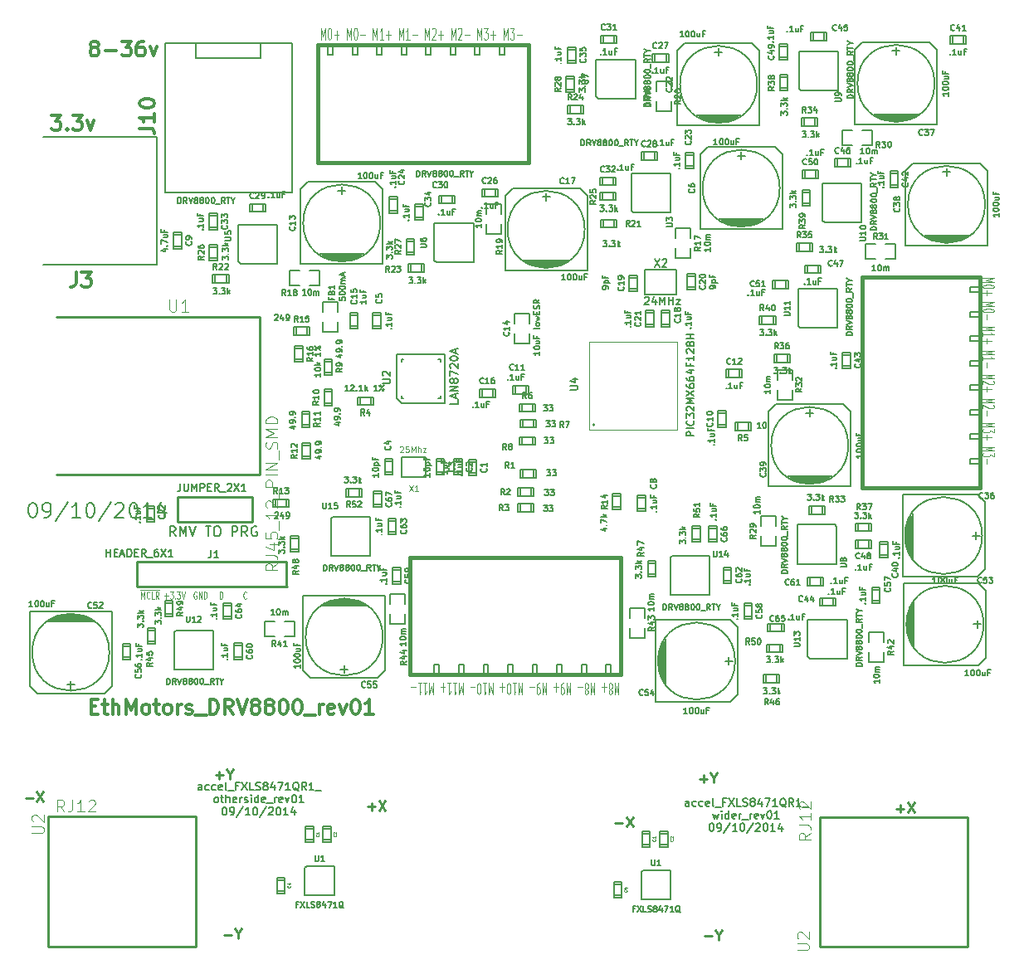
<source format=gto>
G04 (created by PCBNEW (2013-07-07 BZR 4022)-stable) date 9/11/2014 11:21:24 AM*
%MOIN*%
G04 Gerber Fmt 3.4, Leading zero omitted, Abs format*
%FSLAX34Y34*%
G01*
G70*
G90*
G04 APERTURE LIST*
%ADD10C,0.00590551*%
%ADD11C,0.00984252*%
%ADD12C,0.00393701*%
%ADD13C,0.011811*%
%ADD14C,0.00787402*%
%ADD15C,0.00492126*%
%ADD16C,0.0059*%
%ADD17C,0.01*%
%ADD18C,0.005*%
%ADD19C,0.0079*%
%ADD20C,0.015*%
%ADD21C,0.0039*%
%ADD22C,0.0019685*%
%ADD23C,0.012*%
%ADD24C,0.0075*%
G04 APERTURE END LIST*
G54D10*
G54D11*
X57812Y-53060D02*
X58112Y-53060D01*
X58262Y-52816D02*
X58524Y-53210D01*
X58524Y-52816D02*
X58262Y-53210D01*
X61393Y-57607D02*
X61693Y-57607D01*
X61956Y-57570D02*
X61956Y-57757D01*
X61825Y-57364D02*
X61956Y-57570D01*
X62087Y-57364D01*
X69111Y-52489D02*
X69411Y-52489D01*
X69261Y-52639D02*
X69261Y-52339D01*
X69561Y-52245D02*
X69823Y-52639D01*
X69823Y-52245D02*
X69561Y-52639D01*
X61216Y-51288D02*
X61516Y-51288D01*
X61366Y-51438D02*
X61366Y-51138D01*
X61779Y-51251D02*
X61779Y-51438D01*
X61647Y-51045D02*
X61779Y-51251D01*
X61910Y-51045D01*
G54D10*
X60776Y-52391D02*
X60776Y-52226D01*
X60761Y-52196D01*
X60731Y-52181D01*
X60671Y-52181D01*
X60641Y-52196D01*
X60776Y-52376D02*
X60746Y-52391D01*
X60671Y-52391D01*
X60641Y-52376D01*
X60626Y-52346D01*
X60626Y-52316D01*
X60641Y-52286D01*
X60671Y-52271D01*
X60746Y-52271D01*
X60776Y-52256D01*
X61061Y-52376D02*
X61031Y-52391D01*
X60971Y-52391D01*
X60941Y-52376D01*
X60926Y-52361D01*
X60911Y-52331D01*
X60911Y-52241D01*
X60926Y-52211D01*
X60941Y-52196D01*
X60971Y-52181D01*
X61031Y-52181D01*
X61061Y-52196D01*
X61331Y-52376D02*
X61301Y-52391D01*
X61241Y-52391D01*
X61211Y-52376D01*
X61196Y-52361D01*
X61181Y-52331D01*
X61181Y-52241D01*
X61196Y-52211D01*
X61211Y-52196D01*
X61241Y-52181D01*
X61301Y-52181D01*
X61331Y-52196D01*
X61586Y-52376D02*
X61556Y-52391D01*
X61496Y-52391D01*
X61466Y-52376D01*
X61451Y-52346D01*
X61451Y-52226D01*
X61466Y-52196D01*
X61496Y-52181D01*
X61556Y-52181D01*
X61586Y-52196D01*
X61601Y-52226D01*
X61601Y-52256D01*
X61451Y-52286D01*
X61781Y-52391D02*
X61751Y-52376D01*
X61736Y-52346D01*
X61736Y-52076D01*
X61826Y-52421D02*
X62065Y-52421D01*
X62245Y-52226D02*
X62140Y-52226D01*
X62140Y-52391D02*
X62140Y-52076D01*
X62290Y-52076D01*
X62380Y-52076D02*
X62590Y-52391D01*
X62590Y-52076D02*
X62380Y-52391D01*
X62860Y-52391D02*
X62710Y-52391D01*
X62710Y-52076D01*
X62950Y-52376D02*
X62995Y-52391D01*
X63070Y-52391D01*
X63100Y-52376D01*
X63115Y-52361D01*
X63130Y-52331D01*
X63130Y-52301D01*
X63115Y-52271D01*
X63100Y-52256D01*
X63070Y-52241D01*
X63010Y-52226D01*
X62980Y-52211D01*
X62965Y-52196D01*
X62950Y-52166D01*
X62950Y-52136D01*
X62965Y-52106D01*
X62980Y-52091D01*
X63010Y-52076D01*
X63085Y-52076D01*
X63130Y-52091D01*
X63310Y-52211D02*
X63280Y-52196D01*
X63265Y-52181D01*
X63250Y-52151D01*
X63250Y-52136D01*
X63265Y-52106D01*
X63280Y-52091D01*
X63310Y-52076D01*
X63370Y-52076D01*
X63400Y-52091D01*
X63415Y-52106D01*
X63430Y-52136D01*
X63430Y-52151D01*
X63415Y-52181D01*
X63400Y-52196D01*
X63370Y-52211D01*
X63310Y-52211D01*
X63280Y-52226D01*
X63265Y-52241D01*
X63250Y-52271D01*
X63250Y-52331D01*
X63265Y-52361D01*
X63280Y-52376D01*
X63310Y-52391D01*
X63370Y-52391D01*
X63400Y-52376D01*
X63415Y-52361D01*
X63430Y-52331D01*
X63430Y-52271D01*
X63415Y-52241D01*
X63400Y-52226D01*
X63370Y-52211D01*
X63700Y-52181D02*
X63700Y-52391D01*
X63625Y-52061D02*
X63550Y-52286D01*
X63745Y-52286D01*
X63835Y-52076D02*
X64045Y-52076D01*
X63910Y-52391D01*
X64330Y-52391D02*
X64150Y-52391D01*
X64240Y-52391D02*
X64240Y-52076D01*
X64210Y-52121D01*
X64180Y-52151D01*
X64150Y-52166D01*
X64675Y-52421D02*
X64645Y-52406D01*
X64615Y-52376D01*
X64570Y-52331D01*
X64540Y-52316D01*
X64510Y-52316D01*
X64525Y-52391D02*
X64495Y-52376D01*
X64465Y-52346D01*
X64450Y-52286D01*
X64450Y-52181D01*
X64465Y-52121D01*
X64495Y-52091D01*
X64525Y-52076D01*
X64585Y-52076D01*
X64615Y-52091D01*
X64645Y-52121D01*
X64660Y-52181D01*
X64660Y-52286D01*
X64645Y-52346D01*
X64615Y-52376D01*
X64585Y-52391D01*
X64525Y-52391D01*
X64975Y-52391D02*
X64870Y-52241D01*
X64795Y-52391D02*
X64795Y-52076D01*
X64915Y-52076D01*
X64945Y-52091D01*
X64960Y-52106D01*
X64975Y-52136D01*
X64975Y-52181D01*
X64960Y-52211D01*
X64945Y-52226D01*
X64915Y-52241D01*
X64795Y-52241D01*
X65275Y-52391D02*
X65095Y-52391D01*
X65185Y-52391D02*
X65185Y-52076D01*
X65155Y-52121D01*
X65125Y-52151D01*
X65095Y-52166D01*
X65335Y-52421D02*
X65575Y-52421D01*
X61728Y-52681D02*
X61788Y-52891D01*
X61848Y-52741D01*
X61908Y-52891D01*
X61968Y-52681D01*
X62088Y-52891D02*
X62088Y-52681D01*
X62088Y-52576D02*
X62073Y-52591D01*
X62088Y-52606D01*
X62103Y-52591D01*
X62088Y-52576D01*
X62088Y-52606D01*
X62373Y-52891D02*
X62373Y-52576D01*
X62373Y-52876D02*
X62343Y-52891D01*
X62283Y-52891D01*
X62253Y-52876D01*
X62238Y-52861D01*
X62223Y-52831D01*
X62223Y-52741D01*
X62238Y-52711D01*
X62253Y-52696D01*
X62283Y-52681D01*
X62343Y-52681D01*
X62373Y-52696D01*
X62643Y-52876D02*
X62613Y-52891D01*
X62553Y-52891D01*
X62523Y-52876D01*
X62508Y-52846D01*
X62508Y-52726D01*
X62523Y-52696D01*
X62553Y-52681D01*
X62613Y-52681D01*
X62643Y-52696D01*
X62658Y-52726D01*
X62658Y-52756D01*
X62508Y-52786D01*
X62793Y-52891D02*
X62793Y-52681D01*
X62793Y-52741D02*
X62808Y-52711D01*
X62823Y-52696D01*
X62853Y-52681D01*
X62883Y-52681D01*
X62913Y-52921D02*
X63153Y-52921D01*
X63228Y-52891D02*
X63228Y-52681D01*
X63228Y-52741D02*
X63243Y-52711D01*
X63258Y-52696D01*
X63288Y-52681D01*
X63318Y-52681D01*
X63543Y-52876D02*
X63513Y-52891D01*
X63453Y-52891D01*
X63423Y-52876D01*
X63408Y-52846D01*
X63408Y-52726D01*
X63423Y-52696D01*
X63453Y-52681D01*
X63513Y-52681D01*
X63543Y-52696D01*
X63558Y-52726D01*
X63558Y-52756D01*
X63408Y-52786D01*
X63663Y-52681D02*
X63738Y-52891D01*
X63813Y-52681D01*
X63993Y-52576D02*
X64023Y-52576D01*
X64053Y-52591D01*
X64068Y-52606D01*
X64083Y-52636D01*
X64098Y-52696D01*
X64098Y-52771D01*
X64083Y-52831D01*
X64068Y-52861D01*
X64053Y-52876D01*
X64023Y-52891D01*
X63993Y-52891D01*
X63963Y-52876D01*
X63948Y-52861D01*
X63933Y-52831D01*
X63918Y-52771D01*
X63918Y-52696D01*
X63933Y-52636D01*
X63948Y-52606D01*
X63963Y-52591D01*
X63993Y-52576D01*
X64398Y-52891D02*
X64218Y-52891D01*
X64308Y-52891D02*
X64308Y-52576D01*
X64278Y-52621D01*
X64248Y-52651D01*
X64218Y-52666D01*
X61676Y-53076D02*
X61706Y-53076D01*
X61736Y-53091D01*
X61751Y-53106D01*
X61766Y-53136D01*
X61781Y-53196D01*
X61781Y-53271D01*
X61766Y-53331D01*
X61751Y-53361D01*
X61736Y-53376D01*
X61706Y-53391D01*
X61676Y-53391D01*
X61646Y-53376D01*
X61631Y-53361D01*
X61616Y-53331D01*
X61601Y-53271D01*
X61601Y-53196D01*
X61616Y-53136D01*
X61631Y-53106D01*
X61646Y-53091D01*
X61676Y-53076D01*
X61931Y-53391D02*
X61991Y-53391D01*
X62020Y-53376D01*
X62035Y-53361D01*
X62065Y-53316D01*
X62080Y-53256D01*
X62080Y-53136D01*
X62065Y-53106D01*
X62050Y-53091D01*
X62020Y-53076D01*
X61961Y-53076D01*
X61931Y-53091D01*
X61916Y-53106D01*
X61901Y-53136D01*
X61901Y-53211D01*
X61916Y-53241D01*
X61931Y-53256D01*
X61961Y-53271D01*
X62020Y-53271D01*
X62050Y-53256D01*
X62065Y-53241D01*
X62080Y-53211D01*
X62440Y-53061D02*
X62170Y-53466D01*
X62710Y-53391D02*
X62530Y-53391D01*
X62620Y-53391D02*
X62620Y-53076D01*
X62590Y-53121D01*
X62560Y-53151D01*
X62530Y-53166D01*
X62905Y-53076D02*
X62935Y-53076D01*
X62965Y-53091D01*
X62980Y-53106D01*
X62995Y-53136D01*
X63010Y-53196D01*
X63010Y-53271D01*
X62995Y-53331D01*
X62980Y-53361D01*
X62965Y-53376D01*
X62935Y-53391D01*
X62905Y-53391D01*
X62875Y-53376D01*
X62860Y-53361D01*
X62845Y-53331D01*
X62830Y-53271D01*
X62830Y-53196D01*
X62845Y-53136D01*
X62860Y-53106D01*
X62875Y-53091D01*
X62905Y-53076D01*
X63370Y-53061D02*
X63100Y-53466D01*
X63460Y-53106D02*
X63475Y-53091D01*
X63505Y-53076D01*
X63580Y-53076D01*
X63610Y-53091D01*
X63625Y-53106D01*
X63640Y-53136D01*
X63640Y-53166D01*
X63625Y-53211D01*
X63445Y-53391D01*
X63640Y-53391D01*
X63835Y-53076D02*
X63865Y-53076D01*
X63895Y-53091D01*
X63910Y-53106D01*
X63925Y-53136D01*
X63940Y-53196D01*
X63940Y-53271D01*
X63925Y-53331D01*
X63910Y-53361D01*
X63895Y-53376D01*
X63865Y-53391D01*
X63835Y-53391D01*
X63805Y-53376D01*
X63790Y-53361D01*
X63775Y-53331D01*
X63760Y-53271D01*
X63760Y-53196D01*
X63775Y-53136D01*
X63790Y-53106D01*
X63805Y-53091D01*
X63835Y-53076D01*
X64240Y-53391D02*
X64060Y-53391D01*
X64150Y-53391D02*
X64150Y-53076D01*
X64120Y-53121D01*
X64090Y-53151D01*
X64060Y-53166D01*
X64510Y-53181D02*
X64510Y-53391D01*
X64435Y-53061D02*
X64360Y-53286D01*
X64555Y-53286D01*
G54D11*
X34131Y-52056D02*
X34431Y-52056D01*
X34580Y-51812D02*
X34843Y-52206D01*
X34843Y-51812D02*
X34580Y-52206D01*
X42102Y-57548D02*
X42402Y-57548D01*
X42664Y-57511D02*
X42664Y-57698D01*
X42533Y-57305D02*
X42664Y-57511D01*
X42796Y-57305D01*
X47871Y-52410D02*
X48171Y-52410D01*
X48021Y-52560D02*
X48021Y-52260D01*
X48321Y-52167D02*
X48583Y-52560D01*
X48583Y-52167D02*
X48321Y-52560D01*
X41767Y-51131D02*
X42067Y-51131D01*
X41917Y-51281D02*
X41917Y-50981D01*
X42330Y-51093D02*
X42330Y-51281D01*
X42199Y-50887D02*
X42330Y-51093D01*
X42461Y-50887D01*
G54D10*
X41209Y-51741D02*
X41209Y-51576D01*
X41194Y-51546D01*
X41164Y-51531D01*
X41104Y-51531D01*
X41074Y-51546D01*
X41209Y-51726D02*
X41179Y-51741D01*
X41104Y-51741D01*
X41074Y-51726D01*
X41059Y-51696D01*
X41059Y-51666D01*
X41074Y-51636D01*
X41104Y-51621D01*
X41179Y-51621D01*
X41209Y-51606D01*
X41494Y-51726D02*
X41464Y-51741D01*
X41404Y-51741D01*
X41374Y-51726D01*
X41359Y-51711D01*
X41344Y-51681D01*
X41344Y-51591D01*
X41359Y-51561D01*
X41374Y-51546D01*
X41404Y-51531D01*
X41464Y-51531D01*
X41494Y-51546D01*
X41764Y-51726D02*
X41734Y-51741D01*
X41674Y-51741D01*
X41644Y-51726D01*
X41629Y-51711D01*
X41614Y-51681D01*
X41614Y-51591D01*
X41629Y-51561D01*
X41644Y-51546D01*
X41674Y-51531D01*
X41734Y-51531D01*
X41764Y-51546D01*
X42019Y-51726D02*
X41989Y-51741D01*
X41929Y-51741D01*
X41899Y-51726D01*
X41884Y-51696D01*
X41884Y-51576D01*
X41899Y-51546D01*
X41929Y-51531D01*
X41989Y-51531D01*
X42019Y-51546D01*
X42034Y-51576D01*
X42034Y-51606D01*
X41884Y-51636D01*
X42214Y-51741D02*
X42184Y-51726D01*
X42169Y-51696D01*
X42169Y-51426D01*
X42259Y-51771D02*
X42499Y-51771D01*
X42679Y-51576D02*
X42574Y-51576D01*
X42574Y-51741D02*
X42574Y-51426D01*
X42724Y-51426D01*
X42814Y-51426D02*
X43023Y-51741D01*
X43023Y-51426D02*
X42814Y-51741D01*
X43293Y-51741D02*
X43143Y-51741D01*
X43143Y-51426D01*
X43383Y-51726D02*
X43428Y-51741D01*
X43503Y-51741D01*
X43533Y-51726D01*
X43548Y-51711D01*
X43563Y-51681D01*
X43563Y-51651D01*
X43548Y-51621D01*
X43533Y-51606D01*
X43503Y-51591D01*
X43443Y-51576D01*
X43413Y-51561D01*
X43398Y-51546D01*
X43383Y-51516D01*
X43383Y-51486D01*
X43398Y-51456D01*
X43413Y-51441D01*
X43443Y-51426D01*
X43518Y-51426D01*
X43563Y-51441D01*
X43743Y-51561D02*
X43713Y-51546D01*
X43698Y-51531D01*
X43683Y-51501D01*
X43683Y-51486D01*
X43698Y-51456D01*
X43713Y-51441D01*
X43743Y-51426D01*
X43803Y-51426D01*
X43833Y-51441D01*
X43848Y-51456D01*
X43863Y-51486D01*
X43863Y-51501D01*
X43848Y-51531D01*
X43833Y-51546D01*
X43803Y-51561D01*
X43743Y-51561D01*
X43713Y-51576D01*
X43698Y-51591D01*
X43683Y-51621D01*
X43683Y-51681D01*
X43698Y-51711D01*
X43713Y-51726D01*
X43743Y-51741D01*
X43803Y-51741D01*
X43833Y-51726D01*
X43848Y-51711D01*
X43863Y-51681D01*
X43863Y-51621D01*
X43848Y-51591D01*
X43833Y-51576D01*
X43803Y-51561D01*
X44133Y-51531D02*
X44133Y-51741D01*
X44058Y-51411D02*
X43983Y-51636D01*
X44178Y-51636D01*
X44268Y-51426D02*
X44478Y-51426D01*
X44343Y-51741D01*
X44763Y-51741D02*
X44583Y-51741D01*
X44673Y-51741D02*
X44673Y-51426D01*
X44643Y-51471D01*
X44613Y-51501D01*
X44583Y-51516D01*
X45108Y-51771D02*
X45078Y-51756D01*
X45048Y-51726D01*
X45003Y-51681D01*
X44973Y-51666D01*
X44943Y-51666D01*
X44958Y-51741D02*
X44928Y-51726D01*
X44898Y-51696D01*
X44883Y-51636D01*
X44883Y-51531D01*
X44898Y-51471D01*
X44928Y-51441D01*
X44958Y-51426D01*
X45018Y-51426D01*
X45048Y-51441D01*
X45078Y-51471D01*
X45093Y-51531D01*
X45093Y-51636D01*
X45078Y-51696D01*
X45048Y-51726D01*
X45018Y-51741D01*
X44958Y-51741D01*
X45408Y-51741D02*
X45303Y-51591D01*
X45228Y-51741D02*
X45228Y-51426D01*
X45348Y-51426D01*
X45378Y-51441D01*
X45393Y-51456D01*
X45408Y-51486D01*
X45408Y-51531D01*
X45393Y-51561D01*
X45378Y-51576D01*
X45348Y-51591D01*
X45228Y-51591D01*
X45708Y-51741D02*
X45528Y-51741D01*
X45618Y-51741D02*
X45618Y-51426D01*
X45588Y-51471D01*
X45558Y-51501D01*
X45528Y-51516D01*
X45768Y-51771D02*
X46008Y-51771D01*
X41764Y-52241D02*
X41734Y-52226D01*
X41719Y-52211D01*
X41704Y-52181D01*
X41704Y-52091D01*
X41719Y-52061D01*
X41734Y-52046D01*
X41764Y-52031D01*
X41809Y-52031D01*
X41839Y-52046D01*
X41854Y-52061D01*
X41869Y-52091D01*
X41869Y-52181D01*
X41854Y-52211D01*
X41839Y-52226D01*
X41809Y-52241D01*
X41764Y-52241D01*
X41959Y-52031D02*
X42079Y-52031D01*
X42004Y-51926D02*
X42004Y-52196D01*
X42019Y-52226D01*
X42049Y-52241D01*
X42079Y-52241D01*
X42184Y-52241D02*
X42184Y-51926D01*
X42319Y-52241D02*
X42319Y-52076D01*
X42304Y-52046D01*
X42274Y-52031D01*
X42229Y-52031D01*
X42199Y-52046D01*
X42184Y-52061D01*
X42589Y-52226D02*
X42559Y-52241D01*
X42499Y-52241D01*
X42469Y-52226D01*
X42454Y-52196D01*
X42454Y-52076D01*
X42469Y-52046D01*
X42499Y-52031D01*
X42559Y-52031D01*
X42589Y-52046D01*
X42604Y-52076D01*
X42604Y-52106D01*
X42454Y-52136D01*
X42739Y-52241D02*
X42739Y-52031D01*
X42739Y-52091D02*
X42754Y-52061D01*
X42769Y-52046D01*
X42799Y-52031D01*
X42829Y-52031D01*
X42919Y-52226D02*
X42949Y-52241D01*
X43008Y-52241D01*
X43038Y-52226D01*
X43053Y-52196D01*
X43053Y-52181D01*
X43038Y-52151D01*
X43008Y-52136D01*
X42964Y-52136D01*
X42934Y-52121D01*
X42919Y-52091D01*
X42919Y-52076D01*
X42934Y-52046D01*
X42964Y-52031D01*
X43008Y-52031D01*
X43038Y-52046D01*
X43188Y-52241D02*
X43188Y-52031D01*
X43188Y-51926D02*
X43173Y-51941D01*
X43188Y-51956D01*
X43203Y-51941D01*
X43188Y-51926D01*
X43188Y-51956D01*
X43473Y-52241D02*
X43473Y-51926D01*
X43473Y-52226D02*
X43443Y-52241D01*
X43383Y-52241D01*
X43353Y-52226D01*
X43338Y-52211D01*
X43323Y-52181D01*
X43323Y-52091D01*
X43338Y-52061D01*
X43353Y-52046D01*
X43383Y-52031D01*
X43443Y-52031D01*
X43473Y-52046D01*
X43743Y-52226D02*
X43713Y-52241D01*
X43653Y-52241D01*
X43623Y-52226D01*
X43608Y-52196D01*
X43608Y-52076D01*
X43623Y-52046D01*
X43653Y-52031D01*
X43713Y-52031D01*
X43743Y-52046D01*
X43758Y-52076D01*
X43758Y-52106D01*
X43608Y-52136D01*
X43818Y-52271D02*
X44058Y-52271D01*
X44133Y-52241D02*
X44133Y-52031D01*
X44133Y-52091D02*
X44148Y-52061D01*
X44163Y-52046D01*
X44193Y-52031D01*
X44223Y-52031D01*
X44448Y-52226D02*
X44418Y-52241D01*
X44358Y-52241D01*
X44328Y-52226D01*
X44313Y-52196D01*
X44313Y-52076D01*
X44328Y-52046D01*
X44358Y-52031D01*
X44418Y-52031D01*
X44448Y-52046D01*
X44463Y-52076D01*
X44463Y-52106D01*
X44313Y-52136D01*
X44568Y-52031D02*
X44643Y-52241D01*
X44718Y-52031D01*
X44898Y-51926D02*
X44928Y-51926D01*
X44958Y-51941D01*
X44973Y-51956D01*
X44988Y-51986D01*
X45003Y-52046D01*
X45003Y-52121D01*
X44988Y-52181D01*
X44973Y-52211D01*
X44958Y-52226D01*
X44928Y-52241D01*
X44898Y-52241D01*
X44868Y-52226D01*
X44853Y-52211D01*
X44838Y-52181D01*
X44823Y-52121D01*
X44823Y-52046D01*
X44838Y-51986D01*
X44853Y-51956D01*
X44868Y-51941D01*
X44898Y-51926D01*
X45303Y-52241D02*
X45123Y-52241D01*
X45213Y-52241D02*
X45213Y-51926D01*
X45183Y-51971D01*
X45153Y-52001D01*
X45123Y-52016D01*
X42109Y-52426D02*
X42139Y-52426D01*
X42169Y-52441D01*
X42184Y-52456D01*
X42199Y-52486D01*
X42214Y-52546D01*
X42214Y-52621D01*
X42199Y-52681D01*
X42184Y-52711D01*
X42169Y-52726D01*
X42139Y-52741D01*
X42109Y-52741D01*
X42079Y-52726D01*
X42064Y-52711D01*
X42049Y-52681D01*
X42034Y-52621D01*
X42034Y-52546D01*
X42049Y-52486D01*
X42064Y-52456D01*
X42079Y-52441D01*
X42109Y-52426D01*
X42364Y-52741D02*
X42424Y-52741D01*
X42454Y-52726D01*
X42469Y-52711D01*
X42499Y-52666D01*
X42514Y-52606D01*
X42514Y-52486D01*
X42499Y-52456D01*
X42484Y-52441D01*
X42454Y-52426D01*
X42394Y-52426D01*
X42364Y-52441D01*
X42349Y-52456D01*
X42334Y-52486D01*
X42334Y-52561D01*
X42349Y-52591D01*
X42364Y-52606D01*
X42394Y-52621D01*
X42454Y-52621D01*
X42484Y-52606D01*
X42499Y-52591D01*
X42514Y-52561D01*
X42874Y-52411D02*
X42604Y-52816D01*
X43143Y-52741D02*
X42964Y-52741D01*
X43053Y-52741D02*
X43053Y-52426D01*
X43023Y-52471D01*
X42994Y-52501D01*
X42964Y-52516D01*
X43338Y-52426D02*
X43368Y-52426D01*
X43398Y-52441D01*
X43413Y-52456D01*
X43428Y-52486D01*
X43443Y-52546D01*
X43443Y-52621D01*
X43428Y-52681D01*
X43413Y-52711D01*
X43398Y-52726D01*
X43368Y-52741D01*
X43338Y-52741D01*
X43308Y-52726D01*
X43293Y-52711D01*
X43278Y-52681D01*
X43263Y-52621D01*
X43263Y-52546D01*
X43278Y-52486D01*
X43293Y-52456D01*
X43308Y-52441D01*
X43338Y-52426D01*
X43803Y-52411D02*
X43533Y-52816D01*
X43893Y-52456D02*
X43908Y-52441D01*
X43938Y-52426D01*
X44013Y-52426D01*
X44043Y-52441D01*
X44058Y-52456D01*
X44073Y-52486D01*
X44073Y-52516D01*
X44058Y-52561D01*
X43878Y-52741D01*
X44073Y-52741D01*
X44268Y-52426D02*
X44298Y-52426D01*
X44328Y-52441D01*
X44343Y-52456D01*
X44358Y-52486D01*
X44373Y-52546D01*
X44373Y-52621D01*
X44358Y-52681D01*
X44343Y-52711D01*
X44328Y-52726D01*
X44298Y-52741D01*
X44268Y-52741D01*
X44238Y-52726D01*
X44223Y-52711D01*
X44208Y-52681D01*
X44193Y-52621D01*
X44193Y-52546D01*
X44208Y-52486D01*
X44223Y-52456D01*
X44238Y-52441D01*
X44268Y-52426D01*
X44673Y-52741D02*
X44493Y-52741D01*
X44583Y-52741D02*
X44583Y-52426D01*
X44553Y-52471D01*
X44523Y-52501D01*
X44493Y-52516D01*
X44943Y-52531D02*
X44943Y-52741D01*
X44868Y-52411D02*
X44793Y-52636D01*
X44988Y-52636D01*
G54D12*
X57952Y-47426D02*
X57952Y-47899D01*
X57874Y-47561D01*
X57795Y-47899D01*
X57795Y-47426D01*
X57649Y-47696D02*
X57671Y-47719D01*
X57682Y-47741D01*
X57694Y-47786D01*
X57694Y-47809D01*
X57682Y-47854D01*
X57671Y-47876D01*
X57649Y-47899D01*
X57604Y-47899D01*
X57581Y-47876D01*
X57570Y-47854D01*
X57559Y-47809D01*
X57559Y-47786D01*
X57570Y-47741D01*
X57581Y-47719D01*
X57604Y-47696D01*
X57649Y-47696D01*
X57671Y-47674D01*
X57682Y-47651D01*
X57694Y-47606D01*
X57694Y-47516D01*
X57682Y-47471D01*
X57671Y-47449D01*
X57649Y-47426D01*
X57604Y-47426D01*
X57581Y-47449D01*
X57570Y-47471D01*
X57559Y-47516D01*
X57559Y-47606D01*
X57570Y-47651D01*
X57581Y-47674D01*
X57604Y-47696D01*
X57457Y-47606D02*
X57277Y-47606D01*
X57367Y-47426D02*
X57367Y-47786D01*
X56985Y-47426D02*
X56985Y-47899D01*
X56906Y-47561D01*
X56827Y-47899D01*
X56827Y-47426D01*
X56681Y-47696D02*
X56704Y-47719D01*
X56715Y-47741D01*
X56726Y-47786D01*
X56726Y-47809D01*
X56715Y-47854D01*
X56704Y-47876D01*
X56681Y-47899D01*
X56636Y-47899D01*
X56614Y-47876D01*
X56602Y-47854D01*
X56591Y-47809D01*
X56591Y-47786D01*
X56602Y-47741D01*
X56614Y-47719D01*
X56636Y-47696D01*
X56681Y-47696D01*
X56704Y-47674D01*
X56715Y-47651D01*
X56726Y-47606D01*
X56726Y-47516D01*
X56715Y-47471D01*
X56704Y-47449D01*
X56681Y-47426D01*
X56636Y-47426D01*
X56614Y-47449D01*
X56602Y-47471D01*
X56591Y-47516D01*
X56591Y-47606D01*
X56602Y-47651D01*
X56614Y-47674D01*
X56636Y-47696D01*
X56490Y-47606D02*
X56310Y-47606D01*
X56017Y-47426D02*
X56017Y-47899D01*
X55939Y-47561D01*
X55860Y-47899D01*
X55860Y-47426D01*
X55736Y-47426D02*
X55691Y-47426D01*
X55669Y-47449D01*
X55658Y-47471D01*
X55635Y-47539D01*
X55624Y-47629D01*
X55624Y-47809D01*
X55635Y-47854D01*
X55646Y-47876D01*
X55669Y-47899D01*
X55714Y-47899D01*
X55736Y-47876D01*
X55748Y-47854D01*
X55759Y-47809D01*
X55759Y-47696D01*
X55748Y-47651D01*
X55736Y-47629D01*
X55714Y-47606D01*
X55669Y-47606D01*
X55646Y-47629D01*
X55635Y-47651D01*
X55624Y-47696D01*
X55523Y-47606D02*
X55343Y-47606D01*
X55433Y-47426D02*
X55433Y-47786D01*
X55050Y-47426D02*
X55050Y-47899D01*
X54971Y-47561D01*
X54893Y-47899D01*
X54893Y-47426D01*
X54769Y-47426D02*
X54724Y-47426D01*
X54701Y-47449D01*
X54690Y-47471D01*
X54668Y-47539D01*
X54656Y-47629D01*
X54656Y-47809D01*
X54668Y-47854D01*
X54679Y-47876D01*
X54701Y-47899D01*
X54746Y-47899D01*
X54769Y-47876D01*
X54780Y-47854D01*
X54791Y-47809D01*
X54791Y-47696D01*
X54780Y-47651D01*
X54769Y-47629D01*
X54746Y-47606D01*
X54701Y-47606D01*
X54679Y-47629D01*
X54668Y-47651D01*
X54656Y-47696D01*
X54555Y-47606D02*
X54375Y-47606D01*
X54083Y-47426D02*
X54083Y-47899D01*
X54004Y-47561D01*
X53925Y-47899D01*
X53925Y-47426D01*
X53689Y-47426D02*
X53824Y-47426D01*
X53757Y-47426D02*
X53757Y-47899D01*
X53779Y-47831D01*
X53802Y-47786D01*
X53824Y-47764D01*
X53543Y-47899D02*
X53520Y-47899D01*
X53498Y-47876D01*
X53487Y-47854D01*
X53475Y-47809D01*
X53464Y-47719D01*
X53464Y-47606D01*
X53475Y-47516D01*
X53487Y-47471D01*
X53498Y-47449D01*
X53520Y-47426D01*
X53543Y-47426D01*
X53565Y-47449D01*
X53577Y-47471D01*
X53588Y-47516D01*
X53599Y-47606D01*
X53599Y-47719D01*
X53588Y-47809D01*
X53577Y-47854D01*
X53565Y-47876D01*
X53543Y-47899D01*
X53363Y-47606D02*
X53183Y-47606D01*
X53273Y-47426D02*
X53273Y-47786D01*
X52890Y-47426D02*
X52890Y-47899D01*
X52812Y-47561D01*
X52733Y-47899D01*
X52733Y-47426D01*
X52497Y-47426D02*
X52632Y-47426D01*
X52564Y-47426D02*
X52564Y-47899D01*
X52587Y-47831D01*
X52609Y-47786D01*
X52632Y-47764D01*
X52350Y-47899D02*
X52328Y-47899D01*
X52305Y-47876D01*
X52294Y-47854D01*
X52283Y-47809D01*
X52272Y-47719D01*
X52272Y-47606D01*
X52283Y-47516D01*
X52294Y-47471D01*
X52305Y-47449D01*
X52328Y-47426D01*
X52350Y-47426D01*
X52373Y-47449D01*
X52384Y-47471D01*
X52395Y-47516D01*
X52407Y-47606D01*
X52407Y-47719D01*
X52395Y-47809D01*
X52384Y-47854D01*
X52373Y-47876D01*
X52350Y-47899D01*
X52170Y-47606D02*
X51991Y-47606D01*
X51698Y-47426D02*
X51698Y-47899D01*
X51619Y-47561D01*
X51541Y-47899D01*
X51541Y-47426D01*
X51304Y-47426D02*
X51439Y-47426D01*
X51372Y-47426D02*
X51372Y-47899D01*
X51394Y-47831D01*
X51417Y-47786D01*
X51439Y-47764D01*
X51079Y-47426D02*
X51214Y-47426D01*
X51147Y-47426D02*
X51147Y-47899D01*
X51169Y-47831D01*
X51192Y-47786D01*
X51214Y-47764D01*
X50978Y-47606D02*
X50798Y-47606D01*
X50888Y-47426D02*
X50888Y-47786D01*
X50506Y-47426D02*
X50506Y-47899D01*
X50427Y-47561D01*
X50348Y-47899D01*
X50348Y-47426D01*
X50112Y-47426D02*
X50247Y-47426D01*
X50179Y-47426D02*
X50179Y-47899D01*
X50202Y-47831D01*
X50224Y-47786D01*
X50247Y-47764D01*
X49887Y-47426D02*
X50022Y-47426D01*
X49955Y-47426D02*
X49955Y-47899D01*
X49977Y-47831D01*
X49999Y-47786D01*
X50022Y-47764D01*
X49786Y-47606D02*
X49606Y-47606D01*
X72564Y-31178D02*
X73037Y-31178D01*
X72699Y-31257D01*
X73037Y-31335D01*
X72564Y-31335D01*
X73037Y-31493D02*
X73037Y-31515D01*
X73014Y-31538D01*
X72992Y-31549D01*
X72947Y-31560D01*
X72857Y-31571D01*
X72744Y-31571D01*
X72654Y-31560D01*
X72609Y-31549D01*
X72587Y-31538D01*
X72564Y-31515D01*
X72564Y-31493D01*
X72587Y-31470D01*
X72609Y-31459D01*
X72654Y-31448D01*
X72744Y-31437D01*
X72857Y-31437D01*
X72947Y-31448D01*
X72992Y-31459D01*
X73014Y-31470D01*
X73037Y-31493D01*
X72744Y-31673D02*
X72744Y-31853D01*
X72564Y-31763D02*
X72924Y-31763D01*
X72564Y-32145D02*
X73037Y-32145D01*
X72699Y-32224D01*
X73037Y-32303D01*
X72564Y-32303D01*
X73037Y-32460D02*
X73037Y-32483D01*
X73014Y-32505D01*
X72992Y-32516D01*
X72947Y-32528D01*
X72857Y-32539D01*
X72744Y-32539D01*
X72654Y-32528D01*
X72609Y-32516D01*
X72587Y-32505D01*
X72564Y-32483D01*
X72564Y-32460D01*
X72587Y-32438D01*
X72609Y-32426D01*
X72654Y-32415D01*
X72744Y-32404D01*
X72857Y-32404D01*
X72947Y-32415D01*
X72992Y-32426D01*
X73014Y-32438D01*
X73037Y-32460D01*
X72744Y-32640D02*
X72744Y-32820D01*
X72564Y-33113D02*
X73037Y-33113D01*
X72699Y-33191D01*
X73037Y-33270D01*
X72564Y-33270D01*
X72564Y-33506D02*
X72564Y-33371D01*
X72564Y-33439D02*
X73037Y-33439D01*
X72969Y-33416D01*
X72924Y-33394D01*
X72902Y-33371D01*
X72744Y-33607D02*
X72744Y-33787D01*
X72564Y-33697D02*
X72924Y-33697D01*
X72564Y-34080D02*
X73037Y-34080D01*
X72699Y-34159D01*
X73037Y-34237D01*
X72564Y-34237D01*
X72564Y-34474D02*
X72564Y-34339D01*
X72564Y-34406D02*
X73037Y-34406D01*
X72969Y-34384D01*
X72924Y-34361D01*
X72902Y-34339D01*
X72744Y-34575D02*
X72744Y-34755D01*
X72564Y-35047D02*
X73037Y-35047D01*
X72699Y-35126D01*
X73037Y-35205D01*
X72564Y-35205D01*
X72992Y-35306D02*
X73014Y-35317D01*
X73037Y-35340D01*
X73037Y-35396D01*
X73014Y-35419D01*
X72992Y-35430D01*
X72947Y-35441D01*
X72902Y-35441D01*
X72834Y-35430D01*
X72564Y-35295D01*
X72564Y-35441D01*
X72744Y-35542D02*
X72744Y-35722D01*
X72564Y-35632D02*
X72924Y-35632D01*
X72564Y-36015D02*
X73037Y-36015D01*
X72699Y-36093D01*
X73037Y-36172D01*
X72564Y-36172D01*
X72992Y-36273D02*
X73014Y-36285D01*
X73037Y-36307D01*
X73037Y-36363D01*
X73014Y-36386D01*
X72992Y-36397D01*
X72947Y-36408D01*
X72902Y-36408D01*
X72834Y-36397D01*
X72564Y-36262D01*
X72564Y-36408D01*
X72744Y-36510D02*
X72744Y-36690D01*
X72564Y-36982D02*
X73037Y-36982D01*
X72699Y-37061D01*
X73037Y-37140D01*
X72564Y-37140D01*
X73037Y-37230D02*
X73037Y-37376D01*
X72857Y-37297D01*
X72857Y-37331D01*
X72834Y-37353D01*
X72812Y-37365D01*
X72767Y-37376D01*
X72654Y-37376D01*
X72609Y-37365D01*
X72587Y-37353D01*
X72564Y-37331D01*
X72564Y-37263D01*
X72587Y-37241D01*
X72609Y-37230D01*
X72744Y-37477D02*
X72744Y-37657D01*
X72564Y-37567D02*
X72924Y-37567D01*
X72564Y-37949D02*
X73037Y-37949D01*
X72699Y-38028D01*
X73037Y-38107D01*
X72564Y-38107D01*
X73037Y-38197D02*
X73037Y-38343D01*
X72857Y-38264D01*
X72857Y-38298D01*
X72834Y-38321D01*
X72812Y-38332D01*
X72767Y-38343D01*
X72654Y-38343D01*
X72609Y-38332D01*
X72587Y-38321D01*
X72564Y-38298D01*
X72564Y-38231D01*
X72587Y-38208D01*
X72609Y-38197D01*
X72744Y-38444D02*
X72744Y-38624D01*
G54D13*
X35179Y-24628D02*
X35545Y-24628D01*
X35348Y-24853D01*
X35433Y-24853D01*
X35489Y-24881D01*
X35517Y-24910D01*
X35545Y-24966D01*
X35545Y-25106D01*
X35517Y-25163D01*
X35489Y-25191D01*
X35433Y-25219D01*
X35264Y-25219D01*
X35208Y-25191D01*
X35179Y-25163D01*
X35798Y-25163D02*
X35826Y-25191D01*
X35798Y-25219D01*
X35770Y-25191D01*
X35798Y-25163D01*
X35798Y-25219D01*
X36023Y-24628D02*
X36389Y-24628D01*
X36192Y-24853D01*
X36276Y-24853D01*
X36332Y-24881D01*
X36361Y-24910D01*
X36389Y-24966D01*
X36389Y-25106D01*
X36361Y-25163D01*
X36332Y-25191D01*
X36276Y-25219D01*
X36107Y-25219D01*
X36051Y-25191D01*
X36023Y-25163D01*
X36586Y-24825D02*
X36726Y-25219D01*
X36867Y-24825D01*
X36841Y-21909D02*
X36785Y-21881D01*
X36757Y-21853D01*
X36729Y-21796D01*
X36729Y-21768D01*
X36757Y-21712D01*
X36785Y-21684D01*
X36841Y-21656D01*
X36954Y-21656D01*
X37010Y-21684D01*
X37038Y-21712D01*
X37066Y-21768D01*
X37066Y-21796D01*
X37038Y-21853D01*
X37010Y-21881D01*
X36954Y-21909D01*
X36841Y-21909D01*
X36785Y-21937D01*
X36757Y-21965D01*
X36729Y-22021D01*
X36729Y-22134D01*
X36757Y-22190D01*
X36785Y-22218D01*
X36841Y-22246D01*
X36954Y-22246D01*
X37010Y-22218D01*
X37038Y-22190D01*
X37066Y-22134D01*
X37066Y-22021D01*
X37038Y-21965D01*
X37010Y-21937D01*
X36954Y-21909D01*
X37320Y-22021D02*
X37769Y-22021D01*
X37994Y-21656D02*
X38360Y-21656D01*
X38163Y-21881D01*
X38248Y-21881D01*
X38304Y-21909D01*
X38332Y-21937D01*
X38360Y-21993D01*
X38360Y-22134D01*
X38332Y-22190D01*
X38304Y-22218D01*
X38248Y-22246D01*
X38079Y-22246D01*
X38023Y-22218D01*
X37994Y-22190D01*
X38866Y-21656D02*
X38754Y-21656D01*
X38697Y-21684D01*
X38669Y-21712D01*
X38613Y-21796D01*
X38585Y-21909D01*
X38585Y-22134D01*
X38613Y-22190D01*
X38641Y-22218D01*
X38697Y-22246D01*
X38810Y-22246D01*
X38866Y-22218D01*
X38894Y-22190D01*
X38922Y-22134D01*
X38922Y-21993D01*
X38894Y-21937D01*
X38866Y-21909D01*
X38810Y-21881D01*
X38697Y-21881D01*
X38641Y-21909D01*
X38613Y-21937D01*
X38585Y-21993D01*
X39119Y-21853D02*
X39260Y-22246D01*
X39401Y-21853D01*
G54D14*
X40154Y-41537D02*
X40023Y-41349D01*
X39929Y-41537D02*
X39929Y-41143D01*
X40079Y-41143D01*
X40117Y-41162D01*
X40135Y-41181D01*
X40154Y-41218D01*
X40154Y-41274D01*
X40135Y-41312D01*
X40117Y-41331D01*
X40079Y-41349D01*
X39929Y-41349D01*
X40323Y-41537D02*
X40323Y-41143D01*
X40454Y-41424D01*
X40585Y-41143D01*
X40585Y-41537D01*
X40717Y-41143D02*
X40848Y-41537D01*
X40979Y-41143D01*
X41354Y-41143D02*
X41579Y-41143D01*
X41467Y-41537D02*
X41467Y-41143D01*
X41785Y-41143D02*
X41860Y-41143D01*
X41898Y-41162D01*
X41935Y-41199D01*
X41954Y-41274D01*
X41954Y-41406D01*
X41935Y-41481D01*
X41898Y-41518D01*
X41860Y-41537D01*
X41785Y-41537D01*
X41748Y-41518D01*
X41710Y-41481D01*
X41691Y-41406D01*
X41691Y-41274D01*
X41710Y-41199D01*
X41748Y-41162D01*
X41785Y-41143D01*
X42423Y-41537D02*
X42423Y-41143D01*
X42573Y-41143D01*
X42610Y-41162D01*
X42629Y-41181D01*
X42648Y-41218D01*
X42648Y-41274D01*
X42629Y-41312D01*
X42610Y-41331D01*
X42573Y-41349D01*
X42423Y-41349D01*
X43041Y-41537D02*
X42910Y-41349D01*
X42816Y-41537D02*
X42816Y-41143D01*
X42966Y-41143D01*
X43004Y-41162D01*
X43023Y-41181D01*
X43041Y-41218D01*
X43041Y-41274D01*
X43023Y-41312D01*
X43004Y-41331D01*
X42966Y-41349D01*
X42816Y-41349D01*
X43416Y-41162D02*
X43379Y-41143D01*
X43323Y-41143D01*
X43266Y-41162D01*
X43229Y-41199D01*
X43210Y-41237D01*
X43191Y-41312D01*
X43191Y-41368D01*
X43210Y-41443D01*
X43229Y-41481D01*
X43266Y-41518D01*
X43323Y-41537D01*
X43360Y-41537D01*
X43416Y-41518D01*
X43435Y-41499D01*
X43435Y-41368D01*
X43360Y-41368D01*
G54D12*
X45986Y-21588D02*
X45986Y-21116D01*
X46071Y-21453D01*
X46156Y-21116D01*
X46156Y-21588D01*
X46327Y-21116D02*
X46351Y-21116D01*
X46376Y-21138D01*
X46388Y-21161D01*
X46400Y-21206D01*
X46412Y-21296D01*
X46412Y-21408D01*
X46400Y-21498D01*
X46388Y-21543D01*
X46376Y-21566D01*
X46351Y-21588D01*
X46327Y-21588D01*
X46302Y-21566D01*
X46290Y-21543D01*
X46278Y-21498D01*
X46266Y-21408D01*
X46266Y-21296D01*
X46278Y-21206D01*
X46290Y-21161D01*
X46302Y-21138D01*
X46327Y-21116D01*
X46522Y-21408D02*
X46717Y-21408D01*
X46619Y-21588D02*
X46619Y-21228D01*
X47034Y-21588D02*
X47034Y-21116D01*
X47119Y-21453D01*
X47204Y-21116D01*
X47204Y-21588D01*
X47375Y-21116D02*
X47399Y-21116D01*
X47424Y-21138D01*
X47436Y-21161D01*
X47448Y-21206D01*
X47460Y-21296D01*
X47460Y-21408D01*
X47448Y-21498D01*
X47436Y-21543D01*
X47424Y-21566D01*
X47399Y-21588D01*
X47375Y-21588D01*
X47350Y-21566D01*
X47338Y-21543D01*
X47326Y-21498D01*
X47314Y-21408D01*
X47314Y-21296D01*
X47326Y-21206D01*
X47338Y-21161D01*
X47350Y-21138D01*
X47375Y-21116D01*
X47570Y-21408D02*
X47765Y-21408D01*
X48082Y-21588D02*
X48082Y-21116D01*
X48167Y-21453D01*
X48252Y-21116D01*
X48252Y-21588D01*
X48508Y-21588D02*
X48362Y-21588D01*
X48435Y-21588D02*
X48435Y-21116D01*
X48411Y-21183D01*
X48386Y-21228D01*
X48362Y-21251D01*
X48618Y-21408D02*
X48813Y-21408D01*
X48715Y-21588D02*
X48715Y-21228D01*
X49130Y-21588D02*
X49130Y-21116D01*
X49215Y-21453D01*
X49300Y-21116D01*
X49300Y-21588D01*
X49556Y-21588D02*
X49410Y-21588D01*
X49483Y-21588D02*
X49483Y-21116D01*
X49459Y-21183D01*
X49434Y-21228D01*
X49410Y-21251D01*
X49666Y-21408D02*
X49861Y-21408D01*
X50178Y-21588D02*
X50178Y-21116D01*
X50263Y-21453D01*
X50348Y-21116D01*
X50348Y-21588D01*
X50458Y-21161D02*
X50470Y-21138D01*
X50494Y-21116D01*
X50555Y-21116D01*
X50580Y-21138D01*
X50592Y-21161D01*
X50604Y-21206D01*
X50604Y-21251D01*
X50592Y-21318D01*
X50446Y-21588D01*
X50604Y-21588D01*
X50714Y-21408D02*
X50909Y-21408D01*
X50811Y-21588D02*
X50811Y-21228D01*
X51226Y-21588D02*
X51226Y-21116D01*
X51311Y-21453D01*
X51396Y-21116D01*
X51396Y-21588D01*
X51506Y-21161D02*
X51518Y-21138D01*
X51542Y-21116D01*
X51603Y-21116D01*
X51628Y-21138D01*
X51640Y-21161D01*
X51652Y-21206D01*
X51652Y-21251D01*
X51640Y-21318D01*
X51494Y-21588D01*
X51652Y-21588D01*
X51762Y-21408D02*
X51957Y-21408D01*
X52274Y-21588D02*
X52274Y-21116D01*
X52359Y-21453D01*
X52444Y-21116D01*
X52444Y-21588D01*
X52542Y-21116D02*
X52700Y-21116D01*
X52615Y-21296D01*
X52651Y-21296D01*
X52676Y-21318D01*
X52688Y-21341D01*
X52700Y-21386D01*
X52700Y-21498D01*
X52688Y-21543D01*
X52676Y-21566D01*
X52651Y-21588D01*
X52578Y-21588D01*
X52554Y-21566D01*
X52542Y-21543D01*
X52810Y-21408D02*
X53005Y-21408D01*
X52907Y-21588D02*
X52907Y-21228D01*
X53322Y-21588D02*
X53322Y-21116D01*
X53407Y-21453D01*
X53492Y-21116D01*
X53492Y-21588D01*
X53590Y-21116D02*
X53748Y-21116D01*
X53663Y-21296D01*
X53699Y-21296D01*
X53724Y-21318D01*
X53736Y-21341D01*
X53748Y-21386D01*
X53748Y-21498D01*
X53736Y-21543D01*
X53724Y-21566D01*
X53699Y-21588D01*
X53626Y-21588D01*
X53602Y-21566D01*
X53590Y-21543D01*
X53858Y-21408D02*
X54053Y-21408D01*
G54D13*
X36754Y-48374D02*
X36951Y-48374D01*
X37035Y-48683D02*
X36754Y-48683D01*
X36754Y-48093D01*
X37035Y-48093D01*
X37204Y-48290D02*
X37429Y-48290D01*
X37289Y-48093D02*
X37289Y-48599D01*
X37317Y-48655D01*
X37373Y-48683D01*
X37429Y-48683D01*
X37626Y-48683D02*
X37626Y-48093D01*
X37879Y-48683D02*
X37879Y-48374D01*
X37851Y-48318D01*
X37795Y-48290D01*
X37710Y-48290D01*
X37654Y-48318D01*
X37626Y-48346D01*
X38160Y-48683D02*
X38160Y-48093D01*
X38357Y-48515D01*
X38554Y-48093D01*
X38554Y-48683D01*
X38920Y-48683D02*
X38863Y-48655D01*
X38835Y-48627D01*
X38807Y-48571D01*
X38807Y-48402D01*
X38835Y-48346D01*
X38863Y-48318D01*
X38920Y-48290D01*
X39004Y-48290D01*
X39060Y-48318D01*
X39088Y-48346D01*
X39116Y-48402D01*
X39116Y-48571D01*
X39088Y-48627D01*
X39060Y-48655D01*
X39004Y-48683D01*
X38920Y-48683D01*
X39285Y-48290D02*
X39510Y-48290D01*
X39370Y-48093D02*
X39370Y-48599D01*
X39398Y-48655D01*
X39454Y-48683D01*
X39510Y-48683D01*
X39791Y-48683D02*
X39735Y-48655D01*
X39707Y-48627D01*
X39679Y-48571D01*
X39679Y-48402D01*
X39707Y-48346D01*
X39735Y-48318D01*
X39791Y-48290D01*
X39876Y-48290D01*
X39932Y-48318D01*
X39960Y-48346D01*
X39988Y-48402D01*
X39988Y-48571D01*
X39960Y-48627D01*
X39932Y-48655D01*
X39876Y-48683D01*
X39791Y-48683D01*
X40241Y-48683D02*
X40241Y-48290D01*
X40241Y-48402D02*
X40269Y-48346D01*
X40298Y-48318D01*
X40354Y-48290D01*
X40410Y-48290D01*
X40579Y-48655D02*
X40635Y-48683D01*
X40748Y-48683D01*
X40804Y-48655D01*
X40832Y-48599D01*
X40832Y-48571D01*
X40804Y-48515D01*
X40748Y-48487D01*
X40663Y-48487D01*
X40607Y-48458D01*
X40579Y-48402D01*
X40579Y-48374D01*
X40607Y-48318D01*
X40663Y-48290D01*
X40748Y-48290D01*
X40804Y-48318D01*
X40944Y-48740D02*
X41394Y-48740D01*
X41535Y-48683D02*
X41535Y-48093D01*
X41676Y-48093D01*
X41760Y-48121D01*
X41816Y-48177D01*
X41844Y-48233D01*
X41872Y-48346D01*
X41872Y-48430D01*
X41844Y-48543D01*
X41816Y-48599D01*
X41760Y-48655D01*
X41676Y-48683D01*
X41535Y-48683D01*
X42463Y-48683D02*
X42266Y-48402D01*
X42125Y-48683D02*
X42125Y-48093D01*
X42350Y-48093D01*
X42407Y-48121D01*
X42435Y-48149D01*
X42463Y-48205D01*
X42463Y-48290D01*
X42435Y-48346D01*
X42407Y-48374D01*
X42350Y-48402D01*
X42125Y-48402D01*
X42632Y-48093D02*
X42829Y-48683D01*
X43025Y-48093D01*
X43307Y-48346D02*
X43250Y-48318D01*
X43222Y-48290D01*
X43194Y-48233D01*
X43194Y-48205D01*
X43222Y-48149D01*
X43250Y-48121D01*
X43307Y-48093D01*
X43419Y-48093D01*
X43475Y-48121D01*
X43503Y-48149D01*
X43532Y-48205D01*
X43532Y-48233D01*
X43503Y-48290D01*
X43475Y-48318D01*
X43419Y-48346D01*
X43307Y-48346D01*
X43250Y-48374D01*
X43222Y-48402D01*
X43194Y-48458D01*
X43194Y-48571D01*
X43222Y-48627D01*
X43250Y-48655D01*
X43307Y-48683D01*
X43419Y-48683D01*
X43475Y-48655D01*
X43503Y-48627D01*
X43532Y-48571D01*
X43532Y-48458D01*
X43503Y-48402D01*
X43475Y-48374D01*
X43419Y-48346D01*
X43869Y-48346D02*
X43813Y-48318D01*
X43785Y-48290D01*
X43757Y-48233D01*
X43757Y-48205D01*
X43785Y-48149D01*
X43813Y-48121D01*
X43869Y-48093D01*
X43982Y-48093D01*
X44038Y-48121D01*
X44066Y-48149D01*
X44094Y-48205D01*
X44094Y-48233D01*
X44066Y-48290D01*
X44038Y-48318D01*
X43982Y-48346D01*
X43869Y-48346D01*
X43813Y-48374D01*
X43785Y-48402D01*
X43757Y-48458D01*
X43757Y-48571D01*
X43785Y-48627D01*
X43813Y-48655D01*
X43869Y-48683D01*
X43982Y-48683D01*
X44038Y-48655D01*
X44066Y-48627D01*
X44094Y-48571D01*
X44094Y-48458D01*
X44066Y-48402D01*
X44038Y-48374D01*
X43982Y-48346D01*
X44460Y-48093D02*
X44516Y-48093D01*
X44572Y-48121D01*
X44600Y-48149D01*
X44628Y-48205D01*
X44656Y-48318D01*
X44656Y-48458D01*
X44628Y-48571D01*
X44600Y-48627D01*
X44572Y-48655D01*
X44516Y-48683D01*
X44460Y-48683D01*
X44403Y-48655D01*
X44375Y-48627D01*
X44347Y-48571D01*
X44319Y-48458D01*
X44319Y-48318D01*
X44347Y-48205D01*
X44375Y-48149D01*
X44403Y-48121D01*
X44460Y-48093D01*
X45022Y-48093D02*
X45078Y-48093D01*
X45134Y-48121D01*
X45163Y-48149D01*
X45191Y-48205D01*
X45219Y-48318D01*
X45219Y-48458D01*
X45191Y-48571D01*
X45163Y-48627D01*
X45134Y-48655D01*
X45078Y-48683D01*
X45022Y-48683D01*
X44966Y-48655D01*
X44938Y-48627D01*
X44910Y-48571D01*
X44881Y-48458D01*
X44881Y-48318D01*
X44910Y-48205D01*
X44938Y-48149D01*
X44966Y-48121D01*
X45022Y-48093D01*
X45331Y-48740D02*
X45781Y-48740D01*
X45922Y-48683D02*
X45922Y-48290D01*
X45922Y-48402D02*
X45950Y-48346D01*
X45978Y-48318D01*
X46034Y-48290D01*
X46091Y-48290D01*
X46512Y-48655D02*
X46456Y-48683D01*
X46344Y-48683D01*
X46287Y-48655D01*
X46259Y-48599D01*
X46259Y-48374D01*
X46287Y-48318D01*
X46344Y-48290D01*
X46456Y-48290D01*
X46512Y-48318D01*
X46541Y-48374D01*
X46541Y-48430D01*
X46259Y-48487D01*
X46737Y-48290D02*
X46878Y-48683D01*
X47019Y-48290D01*
X47356Y-48093D02*
X47412Y-48093D01*
X47469Y-48121D01*
X47497Y-48149D01*
X47525Y-48205D01*
X47553Y-48318D01*
X47553Y-48458D01*
X47525Y-48571D01*
X47497Y-48627D01*
X47469Y-48655D01*
X47412Y-48683D01*
X47356Y-48683D01*
X47300Y-48655D01*
X47272Y-48627D01*
X47244Y-48571D01*
X47215Y-48458D01*
X47215Y-48318D01*
X47244Y-48205D01*
X47272Y-48149D01*
X47300Y-48121D01*
X47356Y-48093D01*
X48115Y-48683D02*
X47778Y-48683D01*
X47947Y-48683D02*
X47947Y-48093D01*
X47890Y-48177D01*
X47834Y-48233D01*
X47778Y-48262D01*
G54D14*
X34392Y-40199D02*
X34448Y-40199D01*
X34505Y-40227D01*
X34533Y-40255D01*
X34561Y-40312D01*
X34589Y-40424D01*
X34589Y-40565D01*
X34561Y-40677D01*
X34533Y-40733D01*
X34505Y-40762D01*
X34448Y-40790D01*
X34392Y-40790D01*
X34336Y-40762D01*
X34308Y-40733D01*
X34280Y-40677D01*
X34251Y-40565D01*
X34251Y-40424D01*
X34280Y-40312D01*
X34308Y-40255D01*
X34336Y-40227D01*
X34392Y-40199D01*
X34870Y-40790D02*
X34983Y-40790D01*
X35039Y-40762D01*
X35067Y-40733D01*
X35123Y-40649D01*
X35151Y-40537D01*
X35151Y-40312D01*
X35123Y-40255D01*
X35095Y-40227D01*
X35039Y-40199D01*
X34926Y-40199D01*
X34870Y-40227D01*
X34842Y-40255D01*
X34814Y-40312D01*
X34814Y-40452D01*
X34842Y-40508D01*
X34870Y-40537D01*
X34926Y-40565D01*
X35039Y-40565D01*
X35095Y-40537D01*
X35123Y-40508D01*
X35151Y-40452D01*
X35826Y-40171D02*
X35320Y-40930D01*
X36332Y-40790D02*
X35995Y-40790D01*
X36164Y-40790D02*
X36164Y-40199D01*
X36107Y-40284D01*
X36051Y-40340D01*
X35995Y-40368D01*
X36698Y-40199D02*
X36754Y-40199D01*
X36811Y-40227D01*
X36839Y-40255D01*
X36867Y-40312D01*
X36895Y-40424D01*
X36895Y-40565D01*
X36867Y-40677D01*
X36839Y-40733D01*
X36811Y-40762D01*
X36754Y-40790D01*
X36698Y-40790D01*
X36642Y-40762D01*
X36614Y-40733D01*
X36586Y-40677D01*
X36557Y-40565D01*
X36557Y-40424D01*
X36586Y-40312D01*
X36614Y-40255D01*
X36642Y-40227D01*
X36698Y-40199D01*
X37570Y-40171D02*
X37064Y-40930D01*
X37739Y-40255D02*
X37767Y-40227D01*
X37823Y-40199D01*
X37964Y-40199D01*
X38020Y-40227D01*
X38048Y-40255D01*
X38076Y-40312D01*
X38076Y-40368D01*
X38048Y-40452D01*
X37710Y-40790D01*
X38076Y-40790D01*
X38442Y-40199D02*
X38498Y-40199D01*
X38554Y-40227D01*
X38582Y-40255D01*
X38610Y-40312D01*
X38638Y-40424D01*
X38638Y-40565D01*
X38610Y-40677D01*
X38582Y-40733D01*
X38554Y-40762D01*
X38498Y-40790D01*
X38442Y-40790D01*
X38385Y-40762D01*
X38357Y-40733D01*
X38329Y-40677D01*
X38301Y-40565D01*
X38301Y-40424D01*
X38329Y-40312D01*
X38357Y-40255D01*
X38385Y-40227D01*
X38442Y-40199D01*
X39201Y-40790D02*
X38863Y-40790D01*
X39032Y-40790D02*
X39032Y-40199D01*
X38976Y-40284D01*
X38920Y-40340D01*
X38863Y-40368D01*
X39707Y-40396D02*
X39707Y-40790D01*
X39566Y-40171D02*
X39426Y-40593D01*
X39791Y-40593D01*
G54D15*
X38781Y-44048D02*
X38781Y-43772D01*
X38847Y-43969D01*
X38912Y-43772D01*
X38912Y-44048D01*
X39118Y-44022D02*
X39109Y-44035D01*
X39081Y-44048D01*
X39062Y-44048D01*
X39034Y-44035D01*
X39015Y-44009D01*
X39006Y-43982D01*
X38997Y-43930D01*
X38997Y-43891D01*
X39006Y-43838D01*
X39015Y-43812D01*
X39034Y-43786D01*
X39062Y-43772D01*
X39081Y-43772D01*
X39109Y-43786D01*
X39118Y-43799D01*
X39296Y-44048D02*
X39203Y-44048D01*
X39203Y-43772D01*
X39475Y-44048D02*
X39409Y-43917D01*
X39362Y-44048D02*
X39362Y-43772D01*
X39437Y-43772D01*
X39456Y-43786D01*
X39465Y-43799D01*
X39475Y-43825D01*
X39475Y-43864D01*
X39465Y-43891D01*
X39456Y-43904D01*
X39437Y-43917D01*
X39362Y-43917D01*
X38734Y-43697D02*
X39512Y-43697D01*
X39709Y-43943D02*
X39859Y-43943D01*
X39784Y-44048D02*
X39784Y-43838D01*
X39934Y-43772D02*
X40056Y-43772D01*
X39990Y-43877D01*
X40018Y-43877D01*
X40037Y-43891D01*
X40046Y-43904D01*
X40056Y-43930D01*
X40056Y-43996D01*
X40046Y-44022D01*
X40037Y-44035D01*
X40018Y-44048D01*
X39962Y-44048D01*
X39943Y-44035D01*
X39934Y-44022D01*
X40140Y-44022D02*
X40149Y-44035D01*
X40140Y-44048D01*
X40131Y-44035D01*
X40140Y-44022D01*
X40140Y-44048D01*
X40215Y-43772D02*
X40337Y-43772D01*
X40271Y-43877D01*
X40299Y-43877D01*
X40318Y-43891D01*
X40328Y-43904D01*
X40337Y-43930D01*
X40337Y-43996D01*
X40328Y-44022D01*
X40318Y-44035D01*
X40299Y-44048D01*
X40243Y-44048D01*
X40224Y-44035D01*
X40215Y-44022D01*
X40393Y-43772D02*
X40459Y-44048D01*
X40524Y-43772D01*
X40993Y-43786D02*
X40974Y-43772D01*
X40946Y-43772D01*
X40918Y-43786D01*
X40899Y-43812D01*
X40890Y-43838D01*
X40881Y-43891D01*
X40881Y-43930D01*
X40890Y-43982D01*
X40899Y-44009D01*
X40918Y-44035D01*
X40946Y-44048D01*
X40965Y-44048D01*
X40993Y-44035D01*
X41003Y-44022D01*
X41003Y-43930D01*
X40965Y-43930D01*
X41087Y-44048D02*
X41087Y-43772D01*
X41199Y-44048D01*
X41199Y-43772D01*
X41293Y-44048D02*
X41293Y-43772D01*
X41340Y-43772D01*
X41368Y-43786D01*
X41387Y-43812D01*
X41396Y-43838D01*
X41406Y-43891D01*
X41406Y-43930D01*
X41396Y-43982D01*
X41387Y-44009D01*
X41368Y-44035D01*
X41340Y-44048D01*
X41293Y-44048D01*
X41940Y-44048D02*
X41940Y-43772D01*
X41987Y-43772D01*
X42015Y-43786D01*
X42034Y-43812D01*
X42043Y-43838D01*
X42052Y-43891D01*
X42052Y-43930D01*
X42043Y-43982D01*
X42034Y-44009D01*
X42015Y-44035D01*
X41987Y-44048D01*
X41940Y-44048D01*
X42999Y-44022D02*
X42990Y-44035D01*
X42962Y-44048D01*
X42943Y-44048D01*
X42915Y-44035D01*
X42896Y-44009D01*
X42887Y-43982D01*
X42877Y-43930D01*
X42877Y-43891D01*
X42887Y-43838D01*
X42896Y-43812D01*
X42915Y-43786D01*
X42943Y-43772D01*
X42962Y-43772D01*
X42990Y-43786D01*
X42999Y-43799D01*
G54D16*
X58946Y-54960D02*
X60049Y-54960D01*
X58868Y-55039D02*
X58868Y-56141D01*
X58946Y-54960D02*
X58868Y-55039D01*
X60049Y-56141D02*
X58868Y-56141D01*
X60049Y-54960D02*
X60049Y-56141D01*
G54D17*
X71984Y-52832D02*
X71984Y-58033D01*
X71984Y-58033D02*
X66047Y-58033D01*
X66047Y-58033D02*
X66047Y-52832D01*
X66047Y-52832D02*
X71984Y-52832D01*
G54D18*
X57753Y-55968D02*
X58073Y-55968D01*
X58063Y-55528D02*
X57753Y-55528D01*
X58073Y-55428D02*
X58073Y-56068D01*
X58073Y-56068D02*
X57753Y-56068D01*
X57753Y-56068D02*
X57753Y-55428D01*
X57753Y-55428D02*
X58073Y-55428D01*
X59603Y-53920D02*
X59923Y-53920D01*
X59913Y-53480D02*
X59603Y-53480D01*
X59923Y-53380D02*
X59923Y-54020D01*
X59923Y-54020D02*
X59603Y-54020D01*
X59603Y-54020D02*
X59603Y-53380D01*
X59603Y-53380D02*
X59923Y-53380D01*
X58895Y-53920D02*
X59215Y-53920D01*
X59205Y-53480D02*
X58895Y-53480D01*
X59215Y-53380D02*
X59215Y-54020D01*
X59215Y-54020D02*
X58895Y-54020D01*
X58895Y-54020D02*
X58895Y-53380D01*
X58895Y-53380D02*
X59215Y-53380D01*
G54D16*
X45423Y-54783D02*
X46525Y-54783D01*
X45344Y-54862D02*
X45344Y-55964D01*
X45423Y-54783D02*
X45344Y-54862D01*
X46525Y-55964D02*
X45344Y-55964D01*
X46525Y-54783D02*
X46525Y-55964D01*
G54D17*
X35043Y-58013D02*
X35043Y-52812D01*
X35043Y-52812D02*
X40980Y-52812D01*
X40980Y-52812D02*
X40980Y-58013D01*
X40980Y-58013D02*
X35043Y-58013D01*
G54D18*
X44229Y-55790D02*
X44549Y-55790D01*
X44539Y-55350D02*
X44229Y-55350D01*
X44549Y-55250D02*
X44549Y-55890D01*
X44549Y-55890D02*
X44229Y-55890D01*
X44229Y-55890D02*
X44229Y-55250D01*
X44229Y-55250D02*
X44549Y-55250D01*
X46080Y-53743D02*
X46400Y-53743D01*
X46390Y-53303D02*
X46080Y-53303D01*
X46400Y-53203D02*
X46400Y-53843D01*
X46400Y-53843D02*
X46080Y-53843D01*
X46080Y-53843D02*
X46080Y-53203D01*
X46080Y-53203D02*
X46400Y-53203D01*
X45371Y-53743D02*
X45691Y-53743D01*
X45681Y-53303D02*
X45371Y-53303D01*
X45691Y-53203D02*
X45691Y-53843D01*
X45691Y-53843D02*
X45371Y-53843D01*
X45371Y-53843D02*
X45371Y-53203D01*
X45371Y-53203D02*
X45691Y-53203D01*
G54D17*
X43523Y-32720D02*
X43523Y-39059D01*
X43523Y-39059D02*
X35374Y-39059D01*
X35374Y-32720D02*
X43523Y-32720D01*
G54D19*
X39409Y-30630D02*
X34842Y-30630D01*
X34842Y-25510D02*
X39409Y-25510D01*
X39409Y-25510D02*
X39409Y-30630D01*
G54D16*
X58464Y-28464D02*
X58464Y-26968D01*
X58543Y-28543D02*
X60039Y-28543D01*
X58464Y-28464D02*
X58543Y-28543D01*
X60039Y-26968D02*
X60039Y-28543D01*
X58464Y-26968D02*
X60039Y-26968D01*
X65196Y-23562D02*
X65196Y-22066D01*
X65275Y-23641D02*
X66771Y-23641D01*
X65196Y-23562D02*
X65275Y-23641D01*
X66771Y-22066D02*
X66771Y-23641D01*
X65196Y-22066D02*
X66771Y-22066D01*
X66712Y-41151D02*
X66712Y-42647D01*
X66633Y-41072D02*
X65137Y-41072D01*
X66712Y-41151D02*
X66633Y-41072D01*
X65137Y-42647D02*
X65137Y-41072D01*
X66712Y-42647D02*
X65137Y-42647D01*
X57047Y-23877D02*
X57047Y-22381D01*
X57125Y-23956D02*
X58622Y-23956D01*
X57047Y-23877D02*
X57125Y-23956D01*
X58622Y-22381D02*
X58622Y-23956D01*
X57047Y-22381D02*
X58622Y-22381D01*
X50551Y-30452D02*
X50551Y-28956D01*
X50629Y-30531D02*
X52125Y-30531D01*
X50551Y-30452D02*
X50629Y-30531D01*
X52125Y-28956D02*
X52125Y-30531D01*
X50551Y-28956D02*
X52125Y-28956D01*
X42677Y-30511D02*
X42677Y-29015D01*
X42755Y-30590D02*
X44251Y-30590D01*
X42677Y-30511D02*
X42755Y-30590D01*
X44251Y-29015D02*
X44251Y-30590D01*
X42677Y-29015D02*
X44251Y-29015D01*
X60118Y-42322D02*
X61614Y-42322D01*
X60039Y-42401D02*
X60039Y-43897D01*
X60118Y-42322D02*
X60039Y-42401D01*
X61614Y-43897D02*
X60039Y-43897D01*
X61614Y-42322D02*
X61614Y-43897D01*
X66141Y-28858D02*
X66141Y-27362D01*
X66220Y-28937D02*
X67716Y-28937D01*
X66141Y-28858D02*
X66220Y-28937D01*
X67716Y-27362D02*
X67716Y-28937D01*
X66141Y-27362D02*
X67716Y-27362D01*
X40177Y-45314D02*
X41673Y-45314D01*
X40098Y-45393D02*
X40098Y-46889D01*
X40177Y-45314D02*
X40098Y-45393D01*
X41673Y-46889D02*
X40098Y-46889D01*
X41673Y-45314D02*
X41673Y-46889D01*
X65551Y-46377D02*
X65551Y-44881D01*
X65629Y-46456D02*
X67125Y-46456D01*
X65551Y-46377D02*
X65629Y-46456D01*
X67125Y-44881D02*
X67125Y-46456D01*
X65551Y-44881D02*
X67125Y-44881D01*
X65157Y-33090D02*
X65157Y-31594D01*
X65236Y-33169D02*
X66732Y-33169D01*
X65157Y-33090D02*
X65236Y-33169D01*
X66732Y-31594D02*
X66732Y-33169D01*
X65157Y-31594D02*
X66732Y-31594D01*
X46476Y-40748D02*
X47972Y-40748D01*
X46397Y-40826D02*
X46397Y-42322D01*
X46476Y-40748D02*
X46397Y-40826D01*
X47972Y-42322D02*
X46397Y-42322D01*
X47972Y-40748D02*
X47972Y-42322D01*
G54D10*
X50216Y-39153D02*
X49232Y-39153D01*
X49232Y-39153D02*
X49232Y-38366D01*
X49232Y-38366D02*
X50216Y-38366D01*
X50216Y-38366D02*
X50216Y-39153D01*
G54D17*
X44614Y-42570D02*
X38614Y-42570D01*
X44614Y-42570D02*
X44614Y-43570D01*
X44620Y-43576D02*
X38608Y-43576D01*
X38608Y-43576D02*
X38608Y-42568D01*
X43232Y-40972D02*
X43232Y-39972D01*
X43232Y-40972D02*
X40232Y-40972D01*
X40232Y-40972D02*
X40232Y-39972D01*
X40232Y-39972D02*
X43232Y-39972D01*
G54D18*
X40984Y-21732D02*
X40984Y-22342D01*
X40984Y-22342D02*
X43582Y-22342D01*
X43582Y-22342D02*
X43582Y-21742D01*
G54D19*
X39723Y-27716D02*
X39723Y-21732D01*
X39723Y-21732D02*
X44843Y-21732D01*
X44843Y-21732D02*
X44843Y-27716D01*
X44843Y-27716D02*
X39723Y-27716D01*
G54D10*
X72460Y-34685D02*
X72066Y-34685D01*
X72066Y-34488D02*
X72460Y-34488D01*
X72066Y-34685D02*
X72066Y-34488D01*
X72066Y-33700D02*
X72066Y-33503D01*
X72066Y-33503D02*
X72460Y-33503D01*
X72460Y-33700D02*
X72066Y-33700D01*
X72460Y-32716D02*
X72066Y-32716D01*
X72066Y-32519D02*
X72460Y-32519D01*
X72066Y-32716D02*
X72066Y-32519D01*
X72066Y-31732D02*
X72066Y-31535D01*
X72066Y-31535D02*
X72460Y-31535D01*
X72460Y-31732D02*
X72066Y-31732D01*
X72460Y-35669D02*
X72066Y-35669D01*
X72066Y-35472D02*
X72460Y-35472D01*
X72066Y-35669D02*
X72066Y-35472D01*
X72066Y-36653D02*
X72066Y-36456D01*
X72066Y-36456D02*
X72460Y-36456D01*
X72460Y-36653D02*
X72066Y-36653D01*
X72460Y-37637D02*
X72066Y-37637D01*
X72066Y-37440D02*
X72460Y-37440D01*
X72066Y-37637D02*
X72066Y-37440D01*
X72066Y-38622D02*
X72066Y-38425D01*
X72066Y-38425D02*
X72460Y-38425D01*
X72460Y-38622D02*
X72066Y-38622D01*
G54D20*
X67736Y-39606D02*
X72460Y-39606D01*
X72460Y-39606D02*
X72460Y-31141D01*
X72460Y-31141D02*
X67736Y-31141D01*
X67736Y-31141D02*
X67736Y-39606D01*
G54D10*
X54488Y-47106D02*
X54488Y-46712D01*
X54685Y-46712D02*
X54685Y-47106D01*
X54488Y-46712D02*
X54685Y-46712D01*
X55472Y-46712D02*
X55669Y-46712D01*
X55669Y-46712D02*
X55669Y-47106D01*
X55472Y-47106D02*
X55472Y-46712D01*
X56456Y-47106D02*
X56456Y-46712D01*
X56653Y-46712D02*
X56653Y-47106D01*
X56456Y-46712D02*
X56653Y-46712D01*
X57440Y-46712D02*
X57637Y-46712D01*
X57637Y-46712D02*
X57637Y-47106D01*
X57440Y-47106D02*
X57440Y-46712D01*
X53503Y-47106D02*
X53503Y-46712D01*
X53700Y-46712D02*
X53700Y-47106D01*
X53503Y-46712D02*
X53700Y-46712D01*
X52519Y-46712D02*
X52716Y-46712D01*
X52716Y-46712D02*
X52716Y-47106D01*
X52519Y-47106D02*
X52519Y-46712D01*
X51535Y-47106D02*
X51535Y-46712D01*
X51732Y-46712D02*
X51732Y-47106D01*
X51535Y-46712D02*
X51732Y-46712D01*
X50551Y-46712D02*
X50748Y-46712D01*
X50748Y-46712D02*
X50748Y-47106D01*
X50551Y-47106D02*
X50551Y-46712D01*
G54D20*
X49566Y-42381D02*
X49566Y-47106D01*
X49566Y-47106D02*
X58031Y-47106D01*
X58031Y-47106D02*
X58031Y-42381D01*
X58031Y-42381D02*
X49566Y-42381D01*
G54D10*
X49429Y-21811D02*
X49429Y-22204D01*
X49232Y-22204D02*
X49232Y-21811D01*
X49429Y-22204D02*
X49232Y-22204D01*
X48444Y-22204D02*
X48248Y-22204D01*
X48248Y-22204D02*
X48248Y-21811D01*
X48444Y-21811D02*
X48444Y-22204D01*
X47460Y-21811D02*
X47460Y-22204D01*
X47263Y-22204D02*
X47263Y-21811D01*
X47460Y-22204D02*
X47263Y-22204D01*
X46476Y-22204D02*
X46279Y-22204D01*
X46279Y-22204D02*
X46279Y-21811D01*
X46476Y-21811D02*
X46476Y-22204D01*
X50413Y-21811D02*
X50413Y-22204D01*
X50216Y-22204D02*
X50216Y-21811D01*
X50413Y-22204D02*
X50216Y-22204D01*
X51397Y-22204D02*
X51200Y-22204D01*
X51200Y-22204D02*
X51200Y-21811D01*
X51397Y-21811D02*
X51397Y-22204D01*
X52381Y-21811D02*
X52381Y-22204D01*
X52185Y-22204D02*
X52185Y-21811D01*
X52381Y-22204D02*
X52185Y-22204D01*
X53366Y-22204D02*
X53169Y-22204D01*
X53169Y-22204D02*
X53169Y-21811D01*
X53366Y-21811D02*
X53366Y-22204D01*
G54D20*
X54350Y-26535D02*
X54350Y-21811D01*
X54350Y-21811D02*
X45885Y-21811D01*
X45885Y-21811D02*
X45885Y-26535D01*
X45885Y-26535D02*
X54350Y-26535D01*
G54D10*
X59015Y-30846D02*
X60275Y-30846D01*
X60275Y-30846D02*
X60275Y-31830D01*
X60275Y-31830D02*
X59015Y-31830D01*
X59015Y-31830D02*
X59015Y-30846D01*
G54D16*
X49023Y-35992D02*
X49023Y-34228D01*
X49219Y-36188D02*
X50983Y-36188D01*
X49219Y-36188D02*
X49023Y-35992D01*
G54D19*
X49317Y-35992D02*
X49219Y-35992D01*
X49219Y-35992D02*
X49219Y-35894D01*
X50787Y-35894D02*
X50787Y-35992D01*
X50787Y-35992D02*
X50689Y-35992D01*
X50689Y-34424D02*
X50787Y-34424D01*
X50787Y-34424D02*
X50787Y-34522D01*
X49219Y-34522D02*
X49219Y-34424D01*
X49219Y-34424D02*
X49317Y-34424D01*
G54D16*
X50983Y-34228D02*
X50983Y-36188D01*
X49023Y-34228D02*
X50983Y-34228D01*
G54D21*
X56755Y-37279D02*
X56755Y-33736D01*
X56755Y-33736D02*
X60299Y-33736D01*
X60299Y-33736D02*
X60299Y-37279D01*
X60299Y-37279D02*
X56755Y-37279D01*
X57011Y-37061D02*
G75*
G03X57011Y-37061I-53J0D01*
G74*
G01*
G54D18*
X54355Y-33388D02*
X54355Y-33788D01*
X54355Y-33788D02*
X53755Y-33788D01*
X53755Y-33788D02*
X53755Y-33388D01*
X53755Y-32988D02*
X53755Y-32588D01*
X53755Y-32588D02*
X54355Y-32588D01*
X54355Y-32588D02*
X54355Y-32988D01*
X47567Y-35954D02*
X47567Y-36274D01*
X48007Y-36264D02*
X48007Y-35954D01*
X48107Y-36274D02*
X47467Y-36274D01*
X47467Y-36274D02*
X47467Y-35954D01*
X47467Y-35954D02*
X48107Y-35954D01*
X48107Y-35954D02*
X48107Y-36274D01*
X54550Y-39195D02*
X54550Y-38875D01*
X54110Y-38885D02*
X54110Y-39195D01*
X54010Y-38875D02*
X54650Y-38875D01*
X54650Y-38875D02*
X54650Y-39195D01*
X54650Y-39195D02*
X54010Y-39195D01*
X54010Y-39195D02*
X54010Y-38875D01*
X54452Y-39923D02*
X54452Y-39603D01*
X54012Y-39613D02*
X54012Y-39923D01*
X53912Y-39603D02*
X54552Y-39603D01*
X54552Y-39603D02*
X54552Y-39923D01*
X54552Y-39923D02*
X53912Y-39923D01*
X53912Y-39923D02*
X53912Y-39603D01*
X54432Y-40553D02*
X54432Y-40233D01*
X53992Y-40243D02*
X53992Y-40553D01*
X53892Y-40233D02*
X54532Y-40233D01*
X54532Y-40233D02*
X54532Y-40553D01*
X54532Y-40553D02*
X53892Y-40553D01*
X53892Y-40553D02*
X53892Y-40233D01*
X54511Y-36537D02*
X54511Y-36217D01*
X54071Y-36227D02*
X54071Y-36537D01*
X53971Y-36217D02*
X54611Y-36217D01*
X54611Y-36217D02*
X54611Y-36537D01*
X54611Y-36537D02*
X53971Y-36537D01*
X53971Y-36537D02*
X53971Y-36217D01*
X54550Y-37167D02*
X54550Y-36847D01*
X54110Y-36857D02*
X54110Y-37167D01*
X54010Y-36847D02*
X54650Y-36847D01*
X54650Y-36847D02*
X54650Y-37167D01*
X54650Y-37167D02*
X54010Y-37167D01*
X54010Y-37167D02*
X54010Y-36847D01*
X54511Y-37876D02*
X54511Y-37556D01*
X54071Y-37566D02*
X54071Y-37876D01*
X53971Y-37556D02*
X54611Y-37556D01*
X54611Y-37556D02*
X54611Y-37876D01*
X54611Y-37876D02*
X53971Y-37876D01*
X53971Y-37876D02*
X53971Y-37556D01*
X46123Y-34975D02*
X46443Y-34975D01*
X46433Y-34535D02*
X46123Y-34535D01*
X46443Y-34435D02*
X46443Y-35075D01*
X46443Y-35075D02*
X46123Y-35075D01*
X46123Y-35075D02*
X46123Y-34435D01*
X46123Y-34435D02*
X46443Y-34435D01*
X46451Y-35740D02*
X46131Y-35740D01*
X46141Y-36180D02*
X46451Y-36180D01*
X46131Y-36280D02*
X46131Y-35640D01*
X46131Y-35640D02*
X46451Y-35640D01*
X46451Y-35640D02*
X46451Y-36280D01*
X46451Y-36280D02*
X46131Y-36280D01*
X45225Y-37058D02*
X45545Y-37058D01*
X45535Y-36618D02*
X45225Y-36618D01*
X45545Y-36518D02*
X45545Y-37158D01*
X45545Y-37158D02*
X45225Y-37158D01*
X45225Y-37158D02*
X45225Y-36518D01*
X45225Y-36518D02*
X45545Y-36518D01*
X45565Y-37898D02*
X45245Y-37898D01*
X45255Y-38338D02*
X45565Y-38338D01*
X45245Y-38438D02*
X45245Y-37798D01*
X45245Y-37798D02*
X45565Y-37798D01*
X45565Y-37798D02*
X45565Y-38438D01*
X45565Y-38438D02*
X45245Y-38438D01*
X44617Y-40368D02*
X44617Y-40048D01*
X44177Y-40058D02*
X44177Y-40368D01*
X44077Y-40048D02*
X44717Y-40048D01*
X44717Y-40048D02*
X44717Y-40368D01*
X44717Y-40368D02*
X44077Y-40368D01*
X44077Y-40368D02*
X44077Y-40048D01*
X58034Y-39937D02*
X57714Y-39937D01*
X57724Y-40377D02*
X58034Y-40377D01*
X57714Y-40477D02*
X57714Y-39837D01*
X57714Y-39837D02*
X58034Y-39837D01*
X58034Y-39837D02*
X58034Y-40477D01*
X58034Y-40477D02*
X57714Y-40477D01*
X45440Y-33455D02*
X45440Y-33135D01*
X45000Y-33145D02*
X45000Y-33455D01*
X44900Y-33135D02*
X45540Y-33135D01*
X45540Y-33135D02*
X45540Y-33455D01*
X45540Y-33455D02*
X44900Y-33455D01*
X44900Y-33455D02*
X44900Y-33135D01*
X44946Y-34436D02*
X45266Y-34436D01*
X45256Y-33996D02*
X44946Y-33996D01*
X45266Y-33896D02*
X45266Y-34536D01*
X45266Y-34536D02*
X44946Y-34536D01*
X44946Y-34536D02*
X44946Y-33896D01*
X44946Y-33896D02*
X45266Y-33896D01*
X62732Y-36965D02*
X62732Y-37285D01*
X63172Y-37275D02*
X63172Y-36965D01*
X63272Y-37285D02*
X62632Y-37285D01*
X62632Y-37285D02*
X62632Y-36965D01*
X62632Y-36965D02*
X63272Y-36965D01*
X63272Y-36965D02*
X63272Y-37285D01*
X57779Y-29136D02*
X57779Y-28816D01*
X57339Y-28826D02*
X57339Y-29136D01*
X57239Y-28816D02*
X57879Y-28816D01*
X57879Y-28816D02*
X57879Y-29136D01*
X57879Y-29136D02*
X57239Y-29136D01*
X57239Y-29136D02*
X57239Y-28816D01*
X57739Y-28034D02*
X57739Y-27714D01*
X57299Y-27724D02*
X57299Y-28034D01*
X57199Y-27714D02*
X57839Y-27714D01*
X57839Y-27714D02*
X57839Y-28034D01*
X57839Y-28034D02*
X57199Y-28034D01*
X57199Y-28034D02*
X57199Y-27714D01*
X56440Y-24549D02*
X56440Y-24229D01*
X56000Y-24239D02*
X56000Y-24549D01*
X55900Y-24229D02*
X56540Y-24229D01*
X56540Y-24229D02*
X56540Y-24549D01*
X56540Y-24549D02*
X55900Y-24549D01*
X55900Y-24549D02*
X55900Y-24229D01*
X50042Y-30927D02*
X50042Y-30607D01*
X49602Y-30617D02*
X49602Y-30927D01*
X49502Y-30607D02*
X50142Y-30607D01*
X50142Y-30607D02*
X50142Y-30927D01*
X50142Y-30927D02*
X49502Y-30927D01*
X49502Y-30927D02*
X49502Y-30607D01*
X56163Y-23165D02*
X55843Y-23165D01*
X55853Y-23605D02*
X56163Y-23605D01*
X55843Y-23705D02*
X55843Y-23065D01*
X55843Y-23065D02*
X56163Y-23065D01*
X56163Y-23065D02*
X56163Y-23705D01*
X56163Y-23705D02*
X55843Y-23705D01*
X42188Y-31360D02*
X42188Y-31040D01*
X41748Y-31050D02*
X41748Y-31360D01*
X41648Y-31040D02*
X42288Y-31040D01*
X42288Y-31040D02*
X42288Y-31360D01*
X42288Y-31360D02*
X41648Y-31360D01*
X41648Y-31360D02*
X41648Y-31040D01*
X49746Y-29681D02*
X49426Y-29681D01*
X49436Y-30121D02*
X49746Y-30121D01*
X49426Y-30221D02*
X49426Y-29581D01*
X49426Y-29581D02*
X49746Y-29581D01*
X49746Y-29581D02*
X49746Y-30221D01*
X49746Y-30221D02*
X49426Y-30221D01*
X41833Y-29917D02*
X41513Y-29917D01*
X41523Y-30357D02*
X41833Y-30357D01*
X41513Y-30457D02*
X41513Y-29817D01*
X41513Y-29817D02*
X41833Y-29817D01*
X41833Y-29817D02*
X41833Y-30457D01*
X41833Y-30457D02*
X41513Y-30457D01*
X64294Y-47423D02*
X64294Y-47103D01*
X63854Y-47113D02*
X63854Y-47423D01*
X63754Y-47103D02*
X64394Y-47103D01*
X64394Y-47103D02*
X64394Y-47423D01*
X64394Y-47423D02*
X63754Y-47423D01*
X63754Y-47423D02*
X63754Y-47103D01*
X64452Y-46203D02*
X64452Y-45883D01*
X64012Y-45893D02*
X64012Y-46203D01*
X63912Y-45883D02*
X64552Y-45883D01*
X64552Y-45883D02*
X64552Y-46203D01*
X64552Y-46203D02*
X63912Y-46203D01*
X63912Y-46203D02*
X63912Y-45883D01*
X65705Y-40341D02*
X65705Y-40661D01*
X66145Y-40651D02*
X66145Y-40341D01*
X66245Y-40661D02*
X65605Y-40661D01*
X65605Y-40661D02*
X65605Y-40341D01*
X65605Y-40341D02*
X66245Y-40341D01*
X66245Y-40341D02*
X66245Y-40661D01*
X67555Y-41021D02*
X67555Y-41341D01*
X67995Y-41331D02*
X67995Y-41021D01*
X68095Y-41341D02*
X67455Y-41341D01*
X67455Y-41341D02*
X67455Y-41021D01*
X67455Y-41021D02*
X68095Y-41021D01*
X68095Y-41021D02*
X68095Y-41341D01*
X60902Y-41676D02*
X61222Y-41676D01*
X61212Y-41236D02*
X60902Y-41236D01*
X61222Y-41136D02*
X61222Y-41776D01*
X61222Y-41776D02*
X60902Y-41776D01*
X60902Y-41776D02*
X60902Y-41136D01*
X60902Y-41136D02*
X61222Y-41136D01*
X59131Y-43054D02*
X59451Y-43054D01*
X59441Y-42614D02*
X59131Y-42614D01*
X59451Y-42514D02*
X59451Y-43154D01*
X59451Y-43154D02*
X59131Y-43154D01*
X59131Y-43154D02*
X59131Y-42514D01*
X59131Y-42514D02*
X59451Y-42514D01*
X47102Y-39643D02*
X47102Y-39963D01*
X47542Y-39953D02*
X47542Y-39643D01*
X47642Y-39963D02*
X47002Y-39963D01*
X47002Y-39963D02*
X47002Y-39643D01*
X47002Y-39643D02*
X47642Y-39643D01*
X47642Y-39643D02*
X47642Y-39963D01*
X44780Y-42070D02*
X45100Y-42070D01*
X45090Y-41630D02*
X44780Y-41630D01*
X45100Y-41530D02*
X45100Y-42170D01*
X45100Y-42170D02*
X44780Y-42170D01*
X44780Y-42170D02*
X44780Y-41530D01*
X44780Y-41530D02*
X45100Y-41530D01*
X39721Y-44668D02*
X40041Y-44668D01*
X40031Y-44228D02*
X39721Y-44228D01*
X40041Y-44128D02*
X40041Y-44768D01*
X40041Y-44768D02*
X39721Y-44768D01*
X39721Y-44768D02*
X39721Y-44128D01*
X39721Y-44128D02*
X40041Y-44128D01*
X39032Y-45761D02*
X39352Y-45761D01*
X39342Y-45321D02*
X39032Y-45321D01*
X39352Y-45221D02*
X39352Y-45861D01*
X39352Y-45861D02*
X39032Y-45861D01*
X39032Y-45861D02*
X39032Y-45221D01*
X39032Y-45221D02*
X39352Y-45221D01*
X65849Y-25061D02*
X65849Y-24741D01*
X65409Y-24751D02*
X65409Y-25061D01*
X65309Y-24741D02*
X65949Y-24741D01*
X65949Y-24741D02*
X65949Y-25061D01*
X65949Y-25061D02*
X65309Y-25061D01*
X65309Y-25061D02*
X65309Y-24741D01*
X64746Y-23106D02*
X64426Y-23106D01*
X64436Y-23546D02*
X64746Y-23546D01*
X64426Y-23646D02*
X64426Y-23006D01*
X64426Y-23006D02*
X64746Y-23006D01*
X64746Y-23006D02*
X64746Y-23646D01*
X64746Y-23646D02*
X64426Y-23646D01*
X65332Y-28172D02*
X65652Y-28172D01*
X65642Y-27732D02*
X65332Y-27732D01*
X65652Y-27632D02*
X65652Y-28272D01*
X65652Y-28272D02*
X65332Y-28272D01*
X65332Y-28272D02*
X65332Y-27632D01*
X65332Y-27632D02*
X65652Y-27632D01*
X64727Y-34549D02*
X64727Y-34229D01*
X64287Y-34239D02*
X64287Y-34549D01*
X64187Y-34229D02*
X64827Y-34229D01*
X64827Y-34229D02*
X64827Y-34549D01*
X64827Y-34549D02*
X64187Y-34549D01*
X64187Y-34549D02*
X64187Y-34229D01*
X64157Y-33014D02*
X64157Y-32694D01*
X63717Y-32704D02*
X63717Y-33014D01*
X63617Y-32694D02*
X64257Y-32694D01*
X64257Y-32694D02*
X64257Y-33014D01*
X64257Y-33014D02*
X63617Y-33014D01*
X63617Y-33014D02*
X63617Y-32694D01*
X65633Y-30081D02*
X65633Y-29761D01*
X65193Y-29771D02*
X65193Y-30081D01*
X65093Y-29761D02*
X65733Y-29761D01*
X65733Y-29761D02*
X65733Y-30081D01*
X65733Y-30081D02*
X65093Y-30081D01*
X65093Y-30081D02*
X65093Y-29761D01*
X46077Y-32516D02*
X46077Y-32116D01*
X46077Y-32116D02*
X46677Y-32116D01*
X46677Y-32116D02*
X46677Y-32516D01*
X46677Y-32916D02*
X46677Y-33316D01*
X46677Y-33316D02*
X46077Y-33316D01*
X46077Y-33316D02*
X46077Y-32916D01*
X44530Y-44975D02*
X44930Y-44975D01*
X44930Y-44975D02*
X44930Y-45575D01*
X44930Y-45575D02*
X44530Y-45575D01*
X44130Y-45575D02*
X43730Y-45575D01*
X43730Y-45575D02*
X43730Y-44975D01*
X43730Y-44975D02*
X44130Y-44975D01*
X64325Y-35252D02*
X64325Y-34852D01*
X64325Y-34852D02*
X64925Y-34852D01*
X64925Y-34852D02*
X64925Y-35252D01*
X64925Y-35652D02*
X64925Y-36052D01*
X64925Y-36052D02*
X64325Y-36052D01*
X64325Y-36052D02*
X64325Y-35652D01*
X68007Y-45803D02*
X68007Y-45403D01*
X68007Y-45403D02*
X68607Y-45403D01*
X68607Y-45403D02*
X68607Y-45803D01*
X68607Y-46203D02*
X68607Y-46603D01*
X68607Y-46603D02*
X68007Y-46603D01*
X68007Y-46603D02*
X68007Y-46203D01*
X64256Y-41538D02*
X64256Y-41938D01*
X64256Y-41938D02*
X63656Y-41938D01*
X63656Y-41938D02*
X63656Y-41538D01*
X63656Y-41138D02*
X63656Y-40738D01*
X63656Y-40738D02*
X64256Y-40738D01*
X64256Y-40738D02*
X64256Y-41138D01*
X67339Y-25831D02*
X66939Y-25831D01*
X66939Y-25831D02*
X66939Y-25231D01*
X66939Y-25231D02*
X67339Y-25231D01*
X67739Y-25231D02*
X68139Y-25231D01*
X68139Y-25231D02*
X68139Y-25831D01*
X68139Y-25831D02*
X67739Y-25831D01*
X48755Y-44248D02*
X48755Y-43848D01*
X48755Y-43848D02*
X49355Y-43848D01*
X49355Y-43848D02*
X49355Y-44248D01*
X49355Y-44648D02*
X49355Y-45048D01*
X49355Y-45048D02*
X48755Y-45048D01*
X48755Y-45048D02*
X48755Y-44648D01*
X58400Y-44839D02*
X58400Y-44439D01*
X58400Y-44439D02*
X59000Y-44439D01*
X59000Y-44439D02*
X59000Y-44839D01*
X59000Y-45239D02*
X59000Y-45639D01*
X59000Y-45639D02*
X58400Y-45639D01*
X58400Y-45639D02*
X58400Y-45239D01*
X68284Y-30398D02*
X67884Y-30398D01*
X67884Y-30398D02*
X67884Y-29798D01*
X67884Y-29798D02*
X68284Y-29798D01*
X68684Y-29798D02*
X69084Y-29798D01*
X69084Y-29798D02*
X69084Y-30398D01*
X69084Y-30398D02*
X68684Y-30398D01*
X52633Y-28599D02*
X52633Y-28199D01*
X52633Y-28199D02*
X53233Y-28199D01*
X53233Y-28199D02*
X53233Y-28599D01*
X53233Y-28999D02*
X53233Y-29399D01*
X53233Y-29399D02*
X52633Y-29399D01*
X52633Y-29399D02*
X52633Y-28999D01*
X45134Y-31461D02*
X44734Y-31461D01*
X44734Y-31461D02*
X44734Y-30861D01*
X44734Y-30861D02*
X45134Y-30861D01*
X45534Y-30861D02*
X45934Y-30861D01*
X45934Y-30861D02*
X45934Y-31461D01*
X45934Y-31461D02*
X45534Y-31461D01*
X60251Y-29563D02*
X60251Y-29163D01*
X60251Y-29163D02*
X60851Y-29163D01*
X60851Y-29163D02*
X60851Y-29563D01*
X60851Y-29963D02*
X60851Y-30363D01*
X60851Y-30363D02*
X60251Y-30363D01*
X60251Y-30363D02*
X60251Y-29963D01*
X59463Y-23677D02*
X59463Y-23277D01*
X59463Y-23277D02*
X60063Y-23277D01*
X60063Y-23277D02*
X60063Y-23677D01*
X60063Y-24077D02*
X60063Y-24477D01*
X60063Y-24477D02*
X59463Y-24477D01*
X59463Y-24477D02*
X59463Y-24077D01*
X52897Y-35947D02*
X52897Y-35627D01*
X52457Y-35637D02*
X52457Y-35947D01*
X52357Y-35627D02*
X52997Y-35627D01*
X52997Y-35627D02*
X52997Y-35947D01*
X52997Y-35947D02*
X52357Y-35947D01*
X52357Y-35947D02*
X52357Y-35627D01*
X47482Y-32654D02*
X47162Y-32654D01*
X47172Y-33094D02*
X47482Y-33094D01*
X47162Y-33194D02*
X47162Y-32554D01*
X47162Y-32554D02*
X47482Y-32554D01*
X47482Y-32554D02*
X47482Y-33194D01*
X47482Y-33194D02*
X47162Y-33194D01*
X51336Y-38979D02*
X51656Y-38979D01*
X51646Y-38539D02*
X51336Y-38539D01*
X51656Y-38439D02*
X51656Y-39079D01*
X51656Y-39079D02*
X51336Y-39079D01*
X51336Y-39079D02*
X51336Y-38439D01*
X51336Y-38439D02*
X51656Y-38439D01*
X51926Y-38999D02*
X52246Y-38999D01*
X52236Y-38559D02*
X51926Y-38559D01*
X52246Y-38459D02*
X52246Y-39099D01*
X52246Y-39099D02*
X51926Y-39099D01*
X51926Y-39099D02*
X51926Y-38459D01*
X51926Y-38459D02*
X52246Y-38459D01*
X50627Y-38979D02*
X50947Y-38979D01*
X50937Y-38539D02*
X50627Y-38539D01*
X50947Y-38439D02*
X50947Y-39079D01*
X50947Y-39079D02*
X50627Y-39079D01*
X50627Y-39079D02*
X50627Y-38439D01*
X50627Y-38439D02*
X50947Y-38439D01*
X48560Y-38979D02*
X48880Y-38979D01*
X48870Y-38539D02*
X48560Y-38539D01*
X48880Y-38439D02*
X48880Y-39079D01*
X48880Y-39079D02*
X48560Y-39079D01*
X48560Y-39079D02*
X48560Y-38439D01*
X48560Y-38439D02*
X48880Y-38439D01*
X48388Y-32654D02*
X48068Y-32654D01*
X48078Y-33094D02*
X48388Y-33094D01*
X48068Y-33194D02*
X48068Y-32554D01*
X48068Y-32554D02*
X48388Y-32554D01*
X48388Y-32554D02*
X48388Y-33194D01*
X48388Y-33194D02*
X48068Y-33194D01*
X62266Y-36610D02*
X61946Y-36610D01*
X61956Y-37050D02*
X62266Y-37050D01*
X61946Y-37150D02*
X61946Y-36510D01*
X61946Y-36510D02*
X62266Y-36510D01*
X62266Y-36510D02*
X62266Y-37150D01*
X62266Y-37150D02*
X61946Y-37150D01*
X53795Y-35509D02*
X53795Y-35829D01*
X54235Y-35819D02*
X54235Y-35509D01*
X54335Y-35829D02*
X53695Y-35829D01*
X53695Y-35829D02*
X53695Y-35509D01*
X53695Y-35509D02*
X54335Y-35509D01*
X54335Y-35509D02*
X54335Y-35829D01*
X62818Y-35160D02*
X62818Y-34840D01*
X62378Y-34850D02*
X62378Y-35160D01*
X62278Y-34840D02*
X62918Y-34840D01*
X62918Y-34840D02*
X62918Y-35160D01*
X62918Y-35160D02*
X62278Y-35160D01*
X62278Y-35160D02*
X62278Y-34840D01*
X60002Y-32575D02*
X59682Y-32575D01*
X59692Y-33015D02*
X60002Y-33015D01*
X59682Y-33115D02*
X59682Y-32475D01*
X59682Y-32475D02*
X60002Y-32475D01*
X60002Y-32475D02*
X60002Y-33115D01*
X60002Y-33115D02*
X59682Y-33115D01*
X58693Y-31157D02*
X58373Y-31157D01*
X58383Y-31597D02*
X58693Y-31597D01*
X58373Y-31697D02*
X58373Y-31057D01*
X58373Y-31057D02*
X58693Y-31057D01*
X58693Y-31057D02*
X58693Y-31697D01*
X58693Y-31697D02*
X58373Y-31697D01*
X60706Y-31538D02*
X61026Y-31538D01*
X61016Y-31098D02*
X60706Y-31098D01*
X61026Y-30998D02*
X61026Y-31638D01*
X61026Y-31638D02*
X60706Y-31638D01*
X60706Y-31638D02*
X60706Y-30998D01*
X60706Y-30998D02*
X61026Y-30998D01*
X59372Y-32575D02*
X59052Y-32575D01*
X59062Y-33015D02*
X59372Y-33015D01*
X59052Y-33115D02*
X59052Y-32475D01*
X59052Y-32475D02*
X59372Y-32475D01*
X59372Y-32475D02*
X59372Y-33115D01*
X59372Y-33115D02*
X59052Y-33115D01*
X59037Y-39996D02*
X58717Y-39996D01*
X58727Y-40436D02*
X59037Y-40436D01*
X58717Y-40536D02*
X58717Y-39896D01*
X58717Y-39896D02*
X59037Y-39896D01*
X59037Y-39896D02*
X59037Y-40536D01*
X59037Y-40536D02*
X58717Y-40536D01*
X40076Y-29885D02*
X40396Y-29885D01*
X40386Y-29445D02*
X40076Y-29445D01*
X40396Y-29345D02*
X40396Y-29985D01*
X40396Y-29985D02*
X40076Y-29985D01*
X40076Y-29985D02*
X40076Y-29345D01*
X40076Y-29345D02*
X40396Y-29345D01*
X38993Y-40869D02*
X39313Y-40869D01*
X39303Y-40429D02*
X38993Y-40429D01*
X39313Y-40329D02*
X39313Y-40969D01*
X39313Y-40969D02*
X38993Y-40969D01*
X38993Y-40969D02*
X38993Y-40329D01*
X38993Y-40329D02*
X39313Y-40329D01*
X48737Y-28448D02*
X49057Y-28448D01*
X49047Y-28008D02*
X48737Y-28008D01*
X49057Y-27908D02*
X49057Y-28548D01*
X49057Y-28548D02*
X48737Y-28548D01*
X48737Y-28548D02*
X48737Y-27908D01*
X48737Y-27908D02*
X49057Y-27908D01*
X60647Y-26666D02*
X60967Y-26666D01*
X60957Y-26226D02*
X60647Y-26226D01*
X60967Y-26126D02*
X60967Y-26766D01*
X60967Y-26766D02*
X60647Y-26766D01*
X60647Y-26766D02*
X60647Y-26126D01*
X60647Y-26126D02*
X60967Y-26126D01*
X66578Y-44333D02*
X66578Y-44013D01*
X66138Y-44023D02*
X66138Y-44333D01*
X66038Y-44013D02*
X66678Y-44013D01*
X66678Y-44013D02*
X66678Y-44333D01*
X66678Y-44333D02*
X66038Y-44333D01*
X66038Y-44333D02*
X66038Y-44013D01*
X62162Y-43330D02*
X62482Y-43330D01*
X62472Y-42890D02*
X62162Y-42890D01*
X62482Y-42790D02*
X62482Y-43430D01*
X62482Y-43430D02*
X62162Y-43430D01*
X62162Y-43430D02*
X62162Y-42790D01*
X62162Y-42790D02*
X62482Y-42790D01*
X68127Y-44137D02*
X68447Y-44137D01*
X68437Y-43697D02*
X68127Y-43697D01*
X68447Y-43597D02*
X68447Y-44237D01*
X68447Y-44237D02*
X68127Y-44237D01*
X68127Y-44237D02*
X68127Y-43597D01*
X68127Y-43597D02*
X68447Y-43597D01*
X64491Y-45376D02*
X64491Y-45056D01*
X64051Y-45066D02*
X64051Y-45376D01*
X63951Y-45056D02*
X64591Y-45056D01*
X64591Y-45056D02*
X64591Y-45376D01*
X64591Y-45376D02*
X63951Y-45376D01*
X63951Y-45376D02*
X63951Y-45056D01*
X62989Y-44767D02*
X63309Y-44767D01*
X63299Y-44327D02*
X62989Y-44327D01*
X63309Y-44227D02*
X63309Y-44867D01*
X63309Y-44867D02*
X62989Y-44867D01*
X62989Y-44867D02*
X62989Y-44227D01*
X62989Y-44227D02*
X63309Y-44227D01*
X43664Y-28506D02*
X43664Y-28186D01*
X43224Y-28196D02*
X43224Y-28506D01*
X43124Y-28186D02*
X43764Y-28186D01*
X43764Y-28186D02*
X43764Y-28506D01*
X43764Y-28506D02*
X43124Y-28506D01*
X43124Y-28506D02*
X43124Y-28186D01*
X67555Y-41710D02*
X67555Y-42030D01*
X67995Y-42020D02*
X67995Y-41710D01*
X68095Y-42030D02*
X67455Y-42030D01*
X67455Y-42030D02*
X67455Y-41710D01*
X67455Y-41710D02*
X68095Y-41710D01*
X68095Y-41710D02*
X68095Y-42030D01*
X61572Y-41676D02*
X61892Y-41676D01*
X61882Y-41236D02*
X61572Y-41236D01*
X61892Y-41136D02*
X61892Y-41776D01*
X61892Y-41776D02*
X61572Y-41776D01*
X61572Y-41776D02*
X61572Y-41136D01*
X61572Y-41136D02*
X61892Y-41136D01*
X68772Y-41866D02*
X68452Y-41866D01*
X68462Y-42306D02*
X68772Y-42306D01*
X68452Y-42406D02*
X68452Y-41766D01*
X68452Y-41766D02*
X68772Y-41766D01*
X68772Y-41766D02*
X68772Y-42406D01*
X68772Y-42406D02*
X68452Y-42406D01*
X48698Y-41361D02*
X49018Y-41361D01*
X49008Y-40921D02*
X48698Y-40921D01*
X49018Y-40821D02*
X49018Y-41461D01*
X49018Y-41461D02*
X48698Y-41461D01*
X48698Y-41461D02*
X48698Y-40821D01*
X48698Y-40821D02*
X49018Y-40821D01*
X48107Y-40279D02*
X48427Y-40279D01*
X48417Y-39839D02*
X48107Y-39839D01*
X48427Y-39739D02*
X48427Y-40379D01*
X48427Y-40379D02*
X48107Y-40379D01*
X48107Y-40379D02*
X48107Y-39739D01*
X48107Y-39739D02*
X48427Y-39739D01*
X48875Y-43349D02*
X49195Y-43349D01*
X49185Y-42909D02*
X48875Y-42909D01*
X49195Y-42809D02*
X49195Y-43449D01*
X49195Y-43449D02*
X48875Y-43449D01*
X48875Y-43449D02*
X48875Y-42809D01*
X48875Y-42809D02*
X49195Y-42809D01*
X42507Y-46381D02*
X42827Y-46381D01*
X42817Y-45941D02*
X42507Y-45941D01*
X42827Y-45841D02*
X42827Y-46481D01*
X42827Y-46481D02*
X42507Y-46481D01*
X42507Y-46481D02*
X42507Y-45841D01*
X42507Y-45841D02*
X42827Y-45841D01*
X42074Y-44757D02*
X42394Y-44757D01*
X42384Y-44317D02*
X42074Y-44317D01*
X42394Y-44217D02*
X42394Y-44857D01*
X42394Y-44857D02*
X42074Y-44857D01*
X42074Y-44857D02*
X42074Y-44217D01*
X42074Y-44217D02*
X42394Y-44217D01*
X38348Y-45961D02*
X38028Y-45961D01*
X38038Y-46401D02*
X38348Y-46401D01*
X38028Y-46501D02*
X38028Y-45861D01*
X38028Y-45861D02*
X38348Y-45861D01*
X38348Y-45861D02*
X38348Y-46501D01*
X38348Y-46501D02*
X38028Y-46501D01*
X41513Y-29117D02*
X41833Y-29117D01*
X41823Y-28677D02*
X41513Y-28677D01*
X41833Y-28577D02*
X41833Y-29217D01*
X41833Y-29217D02*
X41513Y-29217D01*
X41513Y-29217D02*
X41513Y-28577D01*
X41513Y-28577D02*
X41833Y-28577D01*
X51263Y-28171D02*
X51263Y-27851D01*
X50823Y-27861D02*
X50823Y-28171D01*
X50723Y-27851D02*
X51363Y-27851D01*
X51363Y-27851D02*
X51363Y-28171D01*
X51363Y-28171D02*
X50723Y-28171D01*
X50723Y-28171D02*
X50723Y-27851D01*
X49780Y-28743D02*
X50100Y-28743D01*
X50090Y-28303D02*
X49780Y-28303D01*
X50100Y-28203D02*
X50100Y-28843D01*
X50100Y-28843D02*
X49780Y-28843D01*
X49780Y-28843D02*
X49780Y-28203D01*
X49780Y-28203D02*
X50100Y-28203D01*
X52995Y-27906D02*
X52995Y-27586D01*
X52555Y-27596D02*
X52555Y-27906D01*
X52455Y-27586D02*
X53095Y-27586D01*
X53095Y-27586D02*
X53095Y-27906D01*
X53095Y-27906D02*
X52455Y-27906D01*
X52455Y-27906D02*
X52455Y-27586D01*
X57779Y-21734D02*
X57779Y-21414D01*
X57339Y-21424D02*
X57339Y-21734D01*
X57239Y-21414D02*
X57879Y-21414D01*
X57879Y-21414D02*
X57879Y-21734D01*
X57879Y-21734D02*
X57239Y-21734D01*
X57239Y-21734D02*
X57239Y-21414D01*
X55902Y-22424D02*
X56222Y-22424D01*
X56212Y-21984D02*
X55902Y-21984D01*
X56222Y-21884D02*
X56222Y-22524D01*
X56222Y-22524D02*
X55902Y-22524D01*
X55902Y-22524D02*
X55902Y-21884D01*
X55902Y-21884D02*
X56222Y-21884D01*
X59855Y-22482D02*
X59855Y-22162D01*
X59415Y-22172D02*
X59415Y-22482D01*
X59315Y-22162D02*
X59955Y-22162D01*
X59955Y-22162D02*
X59955Y-22482D01*
X59955Y-22482D02*
X59315Y-22482D01*
X59315Y-22482D02*
X59315Y-22162D01*
X59393Y-26419D02*
X59393Y-26099D01*
X58953Y-26109D02*
X58953Y-26419D01*
X58853Y-26099D02*
X59493Y-26099D01*
X59493Y-26099D02*
X59493Y-26419D01*
X59493Y-26419D02*
X58853Y-26419D01*
X58853Y-26419D02*
X58853Y-26099D01*
X57739Y-27443D02*
X57739Y-27123D01*
X57299Y-27133D02*
X57299Y-27443D01*
X57199Y-27123D02*
X57839Y-27123D01*
X57839Y-27123D02*
X57839Y-27443D01*
X57839Y-27443D02*
X57199Y-27443D01*
X57199Y-27443D02*
X57199Y-27123D01*
X66204Y-21616D02*
X66204Y-21296D01*
X65764Y-21306D02*
X65764Y-21616D01*
X65664Y-21296D02*
X66304Y-21296D01*
X66304Y-21296D02*
X66304Y-21616D01*
X66304Y-21616D02*
X65664Y-21616D01*
X65664Y-21616D02*
X65664Y-21296D01*
X64726Y-21866D02*
X64406Y-21866D01*
X64416Y-22306D02*
X64726Y-22306D01*
X64406Y-22406D02*
X64406Y-21766D01*
X64406Y-21766D02*
X64726Y-21766D01*
X64726Y-21766D02*
X64726Y-22406D01*
X64726Y-22406D02*
X64406Y-22406D01*
X71814Y-21754D02*
X71814Y-21434D01*
X71374Y-21444D02*
X71374Y-21754D01*
X71274Y-21434D02*
X71914Y-21434D01*
X71914Y-21434D02*
X71914Y-21754D01*
X71914Y-21754D02*
X71274Y-21754D01*
X71274Y-21754D02*
X71274Y-21434D01*
X65626Y-43206D02*
X65626Y-43526D01*
X66066Y-43516D02*
X66066Y-43206D01*
X66166Y-43526D02*
X65526Y-43526D01*
X65526Y-43526D02*
X65526Y-43206D01*
X65526Y-43206D02*
X66166Y-43206D01*
X66166Y-43206D02*
X66166Y-43526D01*
X67168Y-26695D02*
X67168Y-26375D01*
X66728Y-26385D02*
X66728Y-26695D01*
X66628Y-26375D02*
X67268Y-26375D01*
X67268Y-26375D02*
X67268Y-26695D01*
X67268Y-26695D02*
X66628Y-26695D01*
X66628Y-26695D02*
X66628Y-26375D01*
X66946Y-34688D02*
X67266Y-34688D01*
X67256Y-34248D02*
X66946Y-34248D01*
X67266Y-34148D02*
X67266Y-34788D01*
X67266Y-34788D02*
X66946Y-34788D01*
X66946Y-34788D02*
X66946Y-34148D01*
X66946Y-34148D02*
X67266Y-34148D01*
X64668Y-31597D02*
X64668Y-31277D01*
X64228Y-31287D02*
X64228Y-31597D01*
X64128Y-31277D02*
X64768Y-31277D01*
X64768Y-31277D02*
X64768Y-31597D01*
X64768Y-31597D02*
X64128Y-31597D01*
X64128Y-31597D02*
X64128Y-31277D01*
X65968Y-30967D02*
X65968Y-30647D01*
X65528Y-30657D02*
X65528Y-30967D01*
X65428Y-30647D02*
X66068Y-30647D01*
X66068Y-30647D02*
X66068Y-30967D01*
X66068Y-30967D02*
X65428Y-30967D01*
X65428Y-30967D02*
X65428Y-30647D01*
X68855Y-27414D02*
X69175Y-27414D01*
X69165Y-26974D02*
X68855Y-26974D01*
X69175Y-26874D02*
X69175Y-27514D01*
X69175Y-27514D02*
X68855Y-27514D01*
X68855Y-27514D02*
X68855Y-26874D01*
X68855Y-26874D02*
X69175Y-26874D01*
X65869Y-27148D02*
X65869Y-26828D01*
X65429Y-26838D02*
X65429Y-27148D01*
X65329Y-26828D02*
X65969Y-26828D01*
X65969Y-26828D02*
X65969Y-27148D01*
X65969Y-27148D02*
X65329Y-27148D01*
X65329Y-27148D02*
X65329Y-26828D01*
X69562Y-44678D02*
X69562Y-45478D01*
X69612Y-45628D02*
X69612Y-44528D01*
X69662Y-44428D02*
X69662Y-45728D01*
X69712Y-45828D02*
X69712Y-44328D01*
X69762Y-45878D02*
X69762Y-44278D01*
X69812Y-44178D02*
X69812Y-45978D01*
X72612Y-45078D02*
G75*
G03X72612Y-45078I-1550J0D01*
G74*
G01*
X69412Y-43428D02*
X69412Y-46728D01*
X69412Y-46728D02*
X72412Y-46728D01*
X72412Y-46728D02*
X72712Y-46428D01*
X72712Y-46428D02*
X72712Y-43728D01*
X72712Y-43728D02*
X72412Y-43428D01*
X72412Y-43428D02*
X69412Y-43428D01*
X72512Y-45078D02*
X72212Y-45078D01*
X72362Y-44928D02*
X72362Y-45228D01*
X70722Y-29708D02*
X71522Y-29708D01*
X71672Y-29658D02*
X70572Y-29658D01*
X70472Y-29608D02*
X71772Y-29608D01*
X71872Y-29558D02*
X70372Y-29558D01*
X71922Y-29508D02*
X70322Y-29508D01*
X70222Y-29458D02*
X72022Y-29458D01*
X72672Y-28208D02*
G75*
G03X72672Y-28208I-1550J0D01*
G74*
G01*
X69472Y-29858D02*
X72772Y-29858D01*
X72772Y-29858D02*
X72772Y-26858D01*
X72772Y-26858D02*
X72472Y-26558D01*
X72472Y-26558D02*
X69772Y-26558D01*
X69772Y-26558D02*
X69472Y-26858D01*
X69472Y-26858D02*
X69472Y-29858D01*
X71122Y-26758D02*
X71122Y-27058D01*
X70972Y-26908D02*
X71272Y-26908D01*
X47329Y-44090D02*
X46529Y-44090D01*
X46379Y-44140D02*
X47479Y-44140D01*
X47579Y-44190D02*
X46279Y-44190D01*
X46179Y-44240D02*
X47679Y-44240D01*
X46129Y-44290D02*
X47729Y-44290D01*
X47829Y-44340D02*
X46029Y-44340D01*
X48479Y-45590D02*
G75*
G03X48479Y-45590I-1550J0D01*
G74*
G01*
X48579Y-43940D02*
X45279Y-43940D01*
X45279Y-43940D02*
X45279Y-46940D01*
X45279Y-46940D02*
X45579Y-47240D01*
X45579Y-47240D02*
X48279Y-47240D01*
X48279Y-47240D02*
X48579Y-46940D01*
X48579Y-46940D02*
X48579Y-43940D01*
X46929Y-47040D02*
X46929Y-46740D01*
X47079Y-46890D02*
X46779Y-46890D01*
X68694Y-24846D02*
X69494Y-24846D01*
X69644Y-24796D02*
X68544Y-24796D01*
X68444Y-24746D02*
X69744Y-24746D01*
X69844Y-24696D02*
X68344Y-24696D01*
X69894Y-24646D02*
X68294Y-24646D01*
X68194Y-24596D02*
X69994Y-24596D01*
X70644Y-23346D02*
G75*
G03X70644Y-23346I-1550J0D01*
G74*
G01*
X67444Y-24996D02*
X70744Y-24996D01*
X70744Y-24996D02*
X70744Y-21996D01*
X70744Y-21996D02*
X70444Y-21696D01*
X70444Y-21696D02*
X67744Y-21696D01*
X67744Y-21696D02*
X67444Y-21996D01*
X67444Y-21996D02*
X67444Y-24996D01*
X69094Y-21896D02*
X69094Y-22196D01*
X68944Y-22046D02*
X69244Y-22046D01*
X59582Y-46155D02*
X59582Y-46955D01*
X59632Y-47105D02*
X59632Y-46005D01*
X59682Y-45905D02*
X59682Y-47205D01*
X59732Y-47305D02*
X59732Y-45805D01*
X59782Y-47355D02*
X59782Y-45755D01*
X59832Y-45655D02*
X59832Y-47455D01*
X62632Y-46555D02*
G75*
G03X62632Y-46555I-1550J0D01*
G74*
G01*
X59432Y-44905D02*
X59432Y-48205D01*
X59432Y-48205D02*
X62432Y-48205D01*
X62432Y-48205D02*
X62732Y-47905D01*
X62732Y-47905D02*
X62732Y-45205D01*
X62732Y-45205D02*
X62432Y-44905D01*
X62432Y-44905D02*
X59432Y-44905D01*
X62532Y-46555D02*
X62232Y-46555D01*
X62382Y-46405D02*
X62382Y-46705D01*
X69503Y-41115D02*
X69503Y-41915D01*
X69553Y-42065D02*
X69553Y-40965D01*
X69603Y-40865D02*
X69603Y-42165D01*
X69653Y-42265D02*
X69653Y-40765D01*
X69703Y-42315D02*
X69703Y-40715D01*
X69753Y-40615D02*
X69753Y-42415D01*
X72553Y-41515D02*
G75*
G03X72553Y-41515I-1550J0D01*
G74*
G01*
X69353Y-39865D02*
X69353Y-43165D01*
X69353Y-43165D02*
X72353Y-43165D01*
X72353Y-43165D02*
X72653Y-42865D01*
X72653Y-42865D02*
X72653Y-40165D01*
X72653Y-40165D02*
X72353Y-39865D01*
X72353Y-39865D02*
X69353Y-39865D01*
X72453Y-41515D02*
X72153Y-41515D01*
X72303Y-41365D02*
X72303Y-41665D01*
X36344Y-44700D02*
X35544Y-44700D01*
X35394Y-44750D02*
X36494Y-44750D01*
X36594Y-44800D02*
X35294Y-44800D01*
X35194Y-44850D02*
X36694Y-44850D01*
X35144Y-44900D02*
X36744Y-44900D01*
X36844Y-44950D02*
X35044Y-44950D01*
X37494Y-46200D02*
G75*
G03X37494Y-46200I-1550J0D01*
G74*
G01*
X37594Y-44550D02*
X34294Y-44550D01*
X34294Y-44550D02*
X34294Y-47550D01*
X34294Y-47550D02*
X34594Y-47850D01*
X34594Y-47850D02*
X37294Y-47850D01*
X37294Y-47850D02*
X37594Y-47550D01*
X37594Y-47550D02*
X37594Y-44550D01*
X35944Y-47650D02*
X35944Y-47350D01*
X36094Y-47500D02*
X35794Y-47500D01*
X65229Y-39393D02*
X66029Y-39393D01*
X66179Y-39343D02*
X65079Y-39343D01*
X64979Y-39293D02*
X66279Y-39293D01*
X66379Y-39243D02*
X64879Y-39243D01*
X66429Y-39193D02*
X64829Y-39193D01*
X64729Y-39143D02*
X66529Y-39143D01*
X67179Y-37893D02*
G75*
G03X67179Y-37893I-1550J0D01*
G74*
G01*
X63979Y-39543D02*
X67279Y-39543D01*
X67279Y-39543D02*
X67279Y-36543D01*
X67279Y-36543D02*
X66979Y-36243D01*
X66979Y-36243D02*
X64279Y-36243D01*
X64279Y-36243D02*
X63979Y-36543D01*
X63979Y-36543D02*
X63979Y-39543D01*
X65629Y-36443D02*
X65629Y-36743D01*
X65479Y-36593D02*
X65779Y-36593D01*
X61568Y-24885D02*
X62368Y-24885D01*
X62518Y-24835D02*
X61418Y-24835D01*
X61318Y-24785D02*
X62618Y-24785D01*
X62718Y-24735D02*
X61218Y-24735D01*
X62768Y-24685D02*
X61168Y-24685D01*
X61068Y-24635D02*
X62868Y-24635D01*
X63518Y-23385D02*
G75*
G03X63518Y-23385I-1550J0D01*
G74*
G01*
X60318Y-25035D02*
X63618Y-25035D01*
X63618Y-25035D02*
X63618Y-22035D01*
X63618Y-22035D02*
X63318Y-21735D01*
X63318Y-21735D02*
X60618Y-21735D01*
X60618Y-21735D02*
X60318Y-22035D01*
X60318Y-22035D02*
X60318Y-25035D01*
X61968Y-21935D02*
X61968Y-22235D01*
X61818Y-22085D02*
X62118Y-22085D01*
X54639Y-30712D02*
X55439Y-30712D01*
X55589Y-30662D02*
X54489Y-30662D01*
X54389Y-30612D02*
X55689Y-30612D01*
X55789Y-30562D02*
X54289Y-30562D01*
X55839Y-30512D02*
X54239Y-30512D01*
X54139Y-30462D02*
X55939Y-30462D01*
X56589Y-29212D02*
G75*
G03X56589Y-29212I-1550J0D01*
G74*
G01*
X53389Y-30862D02*
X56689Y-30862D01*
X56689Y-30862D02*
X56689Y-27862D01*
X56689Y-27862D02*
X56389Y-27562D01*
X56389Y-27562D02*
X53689Y-27562D01*
X53689Y-27562D02*
X53389Y-27862D01*
X53389Y-27862D02*
X53389Y-30862D01*
X55039Y-27762D02*
X55039Y-28062D01*
X54889Y-27912D02*
X55189Y-27912D01*
X62474Y-29059D02*
X63274Y-29059D01*
X63424Y-29009D02*
X62324Y-29009D01*
X62224Y-28959D02*
X63524Y-28959D01*
X63624Y-28909D02*
X62124Y-28909D01*
X63674Y-28859D02*
X62074Y-28859D01*
X61974Y-28809D02*
X63774Y-28809D01*
X64424Y-27559D02*
G75*
G03X64424Y-27559I-1550J0D01*
G74*
G01*
X61224Y-29209D02*
X64524Y-29209D01*
X64524Y-29209D02*
X64524Y-26209D01*
X64524Y-26209D02*
X64224Y-25909D01*
X64224Y-25909D02*
X61524Y-25909D01*
X61524Y-25909D02*
X61224Y-26209D01*
X61224Y-26209D02*
X61224Y-29209D01*
X62874Y-26109D02*
X62874Y-26409D01*
X62724Y-26259D02*
X63024Y-26259D01*
X46430Y-30456D02*
X47230Y-30456D01*
X47380Y-30406D02*
X46280Y-30406D01*
X46180Y-30356D02*
X47480Y-30356D01*
X47580Y-30306D02*
X46080Y-30306D01*
X47630Y-30256D02*
X46030Y-30256D01*
X45930Y-30206D02*
X47730Y-30206D01*
X48380Y-28956D02*
G75*
G03X48380Y-28956I-1550J0D01*
G74*
G01*
X45180Y-30606D02*
X48480Y-30606D01*
X48480Y-30606D02*
X48480Y-27606D01*
X48480Y-27606D02*
X48180Y-27306D01*
X48180Y-27306D02*
X45480Y-27306D01*
X45480Y-27306D02*
X45180Y-27606D01*
X45180Y-27606D02*
X45180Y-30606D01*
X46830Y-27506D02*
X46830Y-27806D01*
X46680Y-27656D02*
X46980Y-27656D01*
G54D10*
X59278Y-54536D02*
X59278Y-54727D01*
X59289Y-54750D01*
X59301Y-54761D01*
X59323Y-54772D01*
X59368Y-54772D01*
X59391Y-54761D01*
X59402Y-54750D01*
X59413Y-54727D01*
X59413Y-54536D01*
X59649Y-54772D02*
X59514Y-54772D01*
X59582Y-54772D02*
X59582Y-54536D01*
X59559Y-54570D01*
X59537Y-54592D01*
X59514Y-54604D01*
X58598Y-56503D02*
X58519Y-56503D01*
X58519Y-56627D02*
X58519Y-56390D01*
X58631Y-56390D01*
X58699Y-56390D02*
X58856Y-56627D01*
X58856Y-56390D02*
X58699Y-56627D01*
X59059Y-56627D02*
X58946Y-56627D01*
X58946Y-56390D01*
X59126Y-56615D02*
X59160Y-56627D01*
X59216Y-56627D01*
X59239Y-56615D01*
X59250Y-56604D01*
X59261Y-56582D01*
X59261Y-56559D01*
X59250Y-56537D01*
X59239Y-56525D01*
X59216Y-56514D01*
X59171Y-56503D01*
X59149Y-56492D01*
X59138Y-56480D01*
X59126Y-56458D01*
X59126Y-56435D01*
X59138Y-56413D01*
X59149Y-56402D01*
X59171Y-56390D01*
X59228Y-56390D01*
X59261Y-56402D01*
X59396Y-56492D02*
X59374Y-56480D01*
X59363Y-56469D01*
X59351Y-56447D01*
X59351Y-56435D01*
X59363Y-56413D01*
X59374Y-56402D01*
X59396Y-56390D01*
X59441Y-56390D01*
X59464Y-56402D01*
X59475Y-56413D01*
X59486Y-56435D01*
X59486Y-56447D01*
X59475Y-56469D01*
X59464Y-56480D01*
X59441Y-56492D01*
X59396Y-56492D01*
X59374Y-56503D01*
X59363Y-56514D01*
X59351Y-56537D01*
X59351Y-56582D01*
X59363Y-56604D01*
X59374Y-56615D01*
X59396Y-56627D01*
X59441Y-56627D01*
X59464Y-56615D01*
X59475Y-56604D01*
X59486Y-56582D01*
X59486Y-56537D01*
X59475Y-56514D01*
X59464Y-56503D01*
X59441Y-56492D01*
X59689Y-56469D02*
X59689Y-56627D01*
X59633Y-56379D02*
X59576Y-56548D01*
X59723Y-56548D01*
X59790Y-56390D02*
X59947Y-56390D01*
X59846Y-56627D01*
X60161Y-56627D02*
X60026Y-56627D01*
X60094Y-56627D02*
X60094Y-56390D01*
X60071Y-56424D01*
X60049Y-56447D01*
X60026Y-56458D01*
X60420Y-56649D02*
X60397Y-56638D01*
X60375Y-56615D01*
X60341Y-56582D01*
X60319Y-56570D01*
X60296Y-56570D01*
X60307Y-56627D02*
X60285Y-56615D01*
X60262Y-56593D01*
X60251Y-56548D01*
X60251Y-56469D01*
X60262Y-56424D01*
X60285Y-56402D01*
X60307Y-56390D01*
X60352Y-56390D01*
X60375Y-56402D01*
X60397Y-56424D01*
X60409Y-56469D01*
X60409Y-56548D01*
X60397Y-56593D01*
X60375Y-56615D01*
X60352Y-56627D01*
X60307Y-56627D01*
G54D21*
X65124Y-58178D02*
X65506Y-58178D01*
X65551Y-58156D01*
X65574Y-58133D01*
X65596Y-58088D01*
X65596Y-57998D01*
X65574Y-57953D01*
X65551Y-57931D01*
X65506Y-57908D01*
X65124Y-57908D01*
X65169Y-57706D02*
X65146Y-57683D01*
X65124Y-57638D01*
X65124Y-57526D01*
X65146Y-57481D01*
X65169Y-57458D01*
X65214Y-57436D01*
X65259Y-57436D01*
X65326Y-57458D01*
X65596Y-57728D01*
X65596Y-57436D01*
X65667Y-53471D02*
X65442Y-53629D01*
X65667Y-53741D02*
X65195Y-53741D01*
X65195Y-53561D01*
X65217Y-53516D01*
X65240Y-53494D01*
X65285Y-53471D01*
X65352Y-53471D01*
X65397Y-53494D01*
X65420Y-53516D01*
X65442Y-53561D01*
X65442Y-53741D01*
X65195Y-53134D02*
X65532Y-53134D01*
X65600Y-53156D01*
X65645Y-53201D01*
X65667Y-53269D01*
X65667Y-53314D01*
X65667Y-52661D02*
X65667Y-52931D01*
X65667Y-52796D02*
X65195Y-52796D01*
X65262Y-52841D01*
X65307Y-52886D01*
X65330Y-52931D01*
X65240Y-52482D02*
X65217Y-52459D01*
X65195Y-52414D01*
X65195Y-52302D01*
X65217Y-52257D01*
X65240Y-52234D01*
X65285Y-52212D01*
X65330Y-52212D01*
X65397Y-52234D01*
X65667Y-52504D01*
X65667Y-52212D01*
G54D22*
X58276Y-55759D02*
X58282Y-55765D01*
X58287Y-55782D01*
X58287Y-55793D01*
X58282Y-55810D01*
X58271Y-55821D01*
X58259Y-55827D01*
X58237Y-55832D01*
X58220Y-55832D01*
X58197Y-55827D01*
X58186Y-55821D01*
X58175Y-55810D01*
X58169Y-55793D01*
X58169Y-55782D01*
X58175Y-55765D01*
X58181Y-55759D01*
X58209Y-55658D02*
X58287Y-55658D01*
X58164Y-55686D02*
X58248Y-55714D01*
X58248Y-55641D01*
X60127Y-53712D02*
X60132Y-53718D01*
X60138Y-53735D01*
X60138Y-53746D01*
X60132Y-53763D01*
X60121Y-53774D01*
X60110Y-53780D01*
X60087Y-53785D01*
X60070Y-53785D01*
X60048Y-53780D01*
X60037Y-53774D01*
X60025Y-53763D01*
X60020Y-53746D01*
X60020Y-53735D01*
X60025Y-53718D01*
X60031Y-53712D01*
X60031Y-53667D02*
X60025Y-53661D01*
X60020Y-53650D01*
X60020Y-53622D01*
X60025Y-53611D01*
X60031Y-53605D01*
X60042Y-53600D01*
X60053Y-53600D01*
X60070Y-53605D01*
X60138Y-53673D01*
X60138Y-53600D01*
X59418Y-53712D02*
X59424Y-53718D01*
X59429Y-53735D01*
X59429Y-53746D01*
X59424Y-53763D01*
X59412Y-53774D01*
X59401Y-53780D01*
X59379Y-53785D01*
X59362Y-53785D01*
X59339Y-53780D01*
X59328Y-53774D01*
X59317Y-53763D01*
X59311Y-53746D01*
X59311Y-53735D01*
X59317Y-53718D01*
X59322Y-53712D01*
X59429Y-53600D02*
X59429Y-53667D01*
X59429Y-53633D02*
X59311Y-53633D01*
X59328Y-53645D01*
X59339Y-53656D01*
X59345Y-53667D01*
G54D10*
X45755Y-54359D02*
X45755Y-54550D01*
X45766Y-54573D01*
X45777Y-54584D01*
X45800Y-54595D01*
X45845Y-54595D01*
X45867Y-54584D01*
X45878Y-54573D01*
X45890Y-54550D01*
X45890Y-54359D01*
X46126Y-54595D02*
X45991Y-54595D01*
X46058Y-54595D02*
X46058Y-54359D01*
X46036Y-54393D01*
X46013Y-54415D01*
X45991Y-54426D01*
X45074Y-56326D02*
X44995Y-56326D01*
X44995Y-56449D02*
X44995Y-56213D01*
X45108Y-56213D01*
X45175Y-56213D02*
X45333Y-56449D01*
X45333Y-56213D02*
X45175Y-56449D01*
X45535Y-56449D02*
X45423Y-56449D01*
X45423Y-56213D01*
X45603Y-56438D02*
X45636Y-56449D01*
X45693Y-56449D01*
X45715Y-56438D01*
X45726Y-56427D01*
X45738Y-56404D01*
X45738Y-56382D01*
X45726Y-56359D01*
X45715Y-56348D01*
X45693Y-56337D01*
X45648Y-56326D01*
X45625Y-56314D01*
X45614Y-56303D01*
X45603Y-56281D01*
X45603Y-56258D01*
X45614Y-56236D01*
X45625Y-56224D01*
X45648Y-56213D01*
X45704Y-56213D01*
X45738Y-56224D01*
X45873Y-56314D02*
X45850Y-56303D01*
X45839Y-56292D01*
X45828Y-56269D01*
X45828Y-56258D01*
X45839Y-56236D01*
X45850Y-56224D01*
X45873Y-56213D01*
X45918Y-56213D01*
X45940Y-56224D01*
X45951Y-56236D01*
X45963Y-56258D01*
X45963Y-56269D01*
X45951Y-56292D01*
X45940Y-56303D01*
X45918Y-56314D01*
X45873Y-56314D01*
X45850Y-56326D01*
X45839Y-56337D01*
X45828Y-56359D01*
X45828Y-56404D01*
X45839Y-56427D01*
X45850Y-56438D01*
X45873Y-56449D01*
X45918Y-56449D01*
X45940Y-56438D01*
X45951Y-56427D01*
X45963Y-56404D01*
X45963Y-56359D01*
X45951Y-56337D01*
X45940Y-56326D01*
X45918Y-56314D01*
X46165Y-56292D02*
X46165Y-56449D01*
X46109Y-56202D02*
X46053Y-56371D01*
X46199Y-56371D01*
X46266Y-56213D02*
X46424Y-56213D01*
X46323Y-56449D01*
X46638Y-56449D02*
X46503Y-56449D01*
X46570Y-56449D02*
X46570Y-56213D01*
X46548Y-56247D01*
X46525Y-56269D01*
X46503Y-56281D01*
X46896Y-56472D02*
X46874Y-56461D01*
X46851Y-56438D01*
X46818Y-56404D01*
X46795Y-56393D01*
X46773Y-56393D01*
X46784Y-56449D02*
X46761Y-56438D01*
X46739Y-56416D01*
X46728Y-56371D01*
X46728Y-56292D01*
X46739Y-56247D01*
X46761Y-56224D01*
X46784Y-56213D01*
X46829Y-56213D01*
X46851Y-56224D01*
X46874Y-56247D01*
X46885Y-56292D01*
X46885Y-56371D01*
X46874Y-56416D01*
X46851Y-56438D01*
X46829Y-56449D01*
X46784Y-56449D01*
G54D21*
X34384Y-53470D02*
X34766Y-53470D01*
X34811Y-53447D01*
X34834Y-53425D01*
X34856Y-53380D01*
X34856Y-53290D01*
X34834Y-53245D01*
X34811Y-53222D01*
X34766Y-53200D01*
X34384Y-53200D01*
X34429Y-52997D02*
X34406Y-52975D01*
X34384Y-52930D01*
X34384Y-52817D01*
X34406Y-52772D01*
X34429Y-52750D01*
X34474Y-52727D01*
X34519Y-52727D01*
X34586Y-52750D01*
X34856Y-53020D01*
X34856Y-52727D01*
X35677Y-52612D02*
X35520Y-52387D01*
X35407Y-52612D02*
X35407Y-52140D01*
X35587Y-52140D01*
X35632Y-52162D01*
X35655Y-52185D01*
X35677Y-52230D01*
X35677Y-52297D01*
X35655Y-52342D01*
X35632Y-52365D01*
X35587Y-52387D01*
X35407Y-52387D01*
X36015Y-52140D02*
X36015Y-52477D01*
X35992Y-52544D01*
X35947Y-52589D01*
X35880Y-52612D01*
X35835Y-52612D01*
X36487Y-52612D02*
X36217Y-52612D01*
X36352Y-52612D02*
X36352Y-52140D01*
X36307Y-52207D01*
X36262Y-52252D01*
X36217Y-52275D01*
X36667Y-52185D02*
X36690Y-52162D01*
X36735Y-52140D01*
X36847Y-52140D01*
X36892Y-52162D01*
X36915Y-52185D01*
X36937Y-52230D01*
X36937Y-52275D01*
X36915Y-52342D01*
X36645Y-52612D01*
X36937Y-52612D01*
G54D22*
X44753Y-55582D02*
X44758Y-55588D01*
X44764Y-55605D01*
X44764Y-55616D01*
X44758Y-55633D01*
X44747Y-55644D01*
X44736Y-55650D01*
X44713Y-55655D01*
X44696Y-55655D01*
X44674Y-55650D01*
X44663Y-55644D01*
X44651Y-55633D01*
X44646Y-55616D01*
X44646Y-55605D01*
X44651Y-55588D01*
X44657Y-55582D01*
X44685Y-55481D02*
X44764Y-55481D01*
X44640Y-55509D02*
X44724Y-55537D01*
X44724Y-55464D01*
X46603Y-53535D02*
X46609Y-53541D01*
X46614Y-53557D01*
X46614Y-53569D01*
X46609Y-53586D01*
X46597Y-53597D01*
X46586Y-53602D01*
X46564Y-53608D01*
X46547Y-53608D01*
X46524Y-53602D01*
X46513Y-53597D01*
X46502Y-53586D01*
X46496Y-53569D01*
X46496Y-53557D01*
X46502Y-53541D01*
X46507Y-53535D01*
X46507Y-53490D02*
X46502Y-53484D01*
X46496Y-53473D01*
X46496Y-53445D01*
X46502Y-53434D01*
X46507Y-53428D01*
X46519Y-53422D01*
X46530Y-53422D01*
X46547Y-53428D01*
X46614Y-53496D01*
X46614Y-53422D01*
X45894Y-53535D02*
X45900Y-53541D01*
X45906Y-53557D01*
X45906Y-53569D01*
X45900Y-53586D01*
X45889Y-53597D01*
X45877Y-53602D01*
X45855Y-53608D01*
X45838Y-53608D01*
X45816Y-53602D01*
X45804Y-53597D01*
X45793Y-53586D01*
X45787Y-53569D01*
X45787Y-53557D01*
X45793Y-53541D01*
X45799Y-53535D01*
X45906Y-53422D02*
X45906Y-53490D01*
X45906Y-53456D02*
X45787Y-53456D01*
X45804Y-53467D01*
X45816Y-53479D01*
X45821Y-53490D01*
G54D21*
X39915Y-32041D02*
X39915Y-32424D01*
X39938Y-32469D01*
X39960Y-32491D01*
X40005Y-32514D01*
X40095Y-32514D01*
X40140Y-32491D01*
X40163Y-32469D01*
X40185Y-32424D01*
X40185Y-32041D01*
X40658Y-32514D02*
X40388Y-32514D01*
X40523Y-32514D02*
X40523Y-32041D01*
X40478Y-32109D01*
X40433Y-32154D01*
X40388Y-32176D01*
X44250Y-42631D02*
X44025Y-42789D01*
X44250Y-42901D02*
X43777Y-42901D01*
X43777Y-42721D01*
X43800Y-42676D01*
X43822Y-42654D01*
X43867Y-42631D01*
X43935Y-42631D01*
X43980Y-42654D01*
X44002Y-42676D01*
X44025Y-42721D01*
X44025Y-42901D01*
X43777Y-42294D02*
X44115Y-42294D01*
X44182Y-42316D01*
X44227Y-42361D01*
X44250Y-42429D01*
X44250Y-42474D01*
X43935Y-41866D02*
X44250Y-41866D01*
X43755Y-41979D02*
X44092Y-42091D01*
X44092Y-41799D01*
X43777Y-41394D02*
X43777Y-41619D01*
X44002Y-41641D01*
X43980Y-41619D01*
X43957Y-41574D01*
X43957Y-41461D01*
X43980Y-41416D01*
X44002Y-41394D01*
X44047Y-41371D01*
X44160Y-41371D01*
X44205Y-41394D01*
X44227Y-41416D01*
X44250Y-41461D01*
X44250Y-41574D01*
X44227Y-41619D01*
X44205Y-41641D01*
X44295Y-41281D02*
X44295Y-40921D01*
X44250Y-40561D02*
X44250Y-40831D01*
X44250Y-40696D02*
X43777Y-40696D01*
X43845Y-40741D01*
X43890Y-40786D01*
X43912Y-40831D01*
X43822Y-40381D02*
X43800Y-40359D01*
X43777Y-40314D01*
X43777Y-40201D01*
X43800Y-40156D01*
X43822Y-40134D01*
X43867Y-40111D01*
X43912Y-40111D01*
X43980Y-40134D01*
X44250Y-40404D01*
X44250Y-40111D01*
X44295Y-40021D02*
X44295Y-39661D01*
X44250Y-39549D02*
X43777Y-39549D01*
X43777Y-39369D01*
X43800Y-39324D01*
X43822Y-39302D01*
X43867Y-39279D01*
X43935Y-39279D01*
X43980Y-39302D01*
X44002Y-39324D01*
X44025Y-39369D01*
X44025Y-39549D01*
X44250Y-39077D02*
X43777Y-39077D01*
X44250Y-38852D02*
X43777Y-38852D01*
X44250Y-38582D01*
X43777Y-38582D01*
X44295Y-38469D02*
X44295Y-38109D01*
X44227Y-38019D02*
X44250Y-37952D01*
X44250Y-37839D01*
X44227Y-37794D01*
X44205Y-37772D01*
X44160Y-37749D01*
X44115Y-37749D01*
X44070Y-37772D01*
X44047Y-37794D01*
X44025Y-37839D01*
X44002Y-37929D01*
X43980Y-37974D01*
X43957Y-37997D01*
X43912Y-38019D01*
X43867Y-38019D01*
X43822Y-37997D01*
X43800Y-37974D01*
X43777Y-37929D01*
X43777Y-37817D01*
X43800Y-37749D01*
X44250Y-37547D02*
X43777Y-37547D01*
X44115Y-37389D01*
X43777Y-37232D01*
X44250Y-37232D01*
X44250Y-37007D02*
X43777Y-37007D01*
X43777Y-36894D01*
X43800Y-36827D01*
X43845Y-36782D01*
X43890Y-36759D01*
X43980Y-36737D01*
X44047Y-36737D01*
X44137Y-36759D01*
X44182Y-36782D01*
X44227Y-36827D01*
X44250Y-36894D01*
X44250Y-37007D01*
G54D23*
X36155Y-30925D02*
X36155Y-31354D01*
X36126Y-31440D01*
X36069Y-31497D01*
X35983Y-31525D01*
X35926Y-31525D01*
X36383Y-30925D02*
X36755Y-30925D01*
X36555Y-31154D01*
X36641Y-31154D01*
X36698Y-31182D01*
X36726Y-31211D01*
X36755Y-31268D01*
X36755Y-31411D01*
X36726Y-31468D01*
X36698Y-31497D01*
X36641Y-31525D01*
X36469Y-31525D01*
X36412Y-31497D01*
X36383Y-31468D01*
G54D10*
X59879Y-29097D02*
X60070Y-29097D01*
X60092Y-29086D01*
X60104Y-29074D01*
X60115Y-29052D01*
X60115Y-29007D01*
X60104Y-28984D01*
X60092Y-28973D01*
X60070Y-28962D01*
X59879Y-28962D01*
X59879Y-28872D02*
X59879Y-28726D01*
X59969Y-28804D01*
X59969Y-28771D01*
X59980Y-28748D01*
X59991Y-28737D01*
X60014Y-28726D01*
X60070Y-28726D01*
X60092Y-28737D01*
X60104Y-28748D01*
X60115Y-28771D01*
X60115Y-28838D01*
X60104Y-28861D01*
X60092Y-28872D01*
X56448Y-25843D02*
X56448Y-25607D01*
X56504Y-25607D01*
X56538Y-25618D01*
X56560Y-25641D01*
X56571Y-25663D01*
X56583Y-25708D01*
X56583Y-25742D01*
X56571Y-25787D01*
X56560Y-25809D01*
X56538Y-25832D01*
X56504Y-25843D01*
X56448Y-25843D01*
X56819Y-25843D02*
X56740Y-25731D01*
X56684Y-25843D02*
X56684Y-25607D01*
X56774Y-25607D01*
X56796Y-25618D01*
X56808Y-25629D01*
X56819Y-25652D01*
X56819Y-25686D01*
X56808Y-25708D01*
X56796Y-25719D01*
X56774Y-25731D01*
X56684Y-25731D01*
X56886Y-25607D02*
X56965Y-25843D01*
X57044Y-25607D01*
X57156Y-25708D02*
X57134Y-25697D01*
X57123Y-25686D01*
X57111Y-25663D01*
X57111Y-25652D01*
X57123Y-25629D01*
X57134Y-25618D01*
X57156Y-25607D01*
X57201Y-25607D01*
X57224Y-25618D01*
X57235Y-25629D01*
X57246Y-25652D01*
X57246Y-25663D01*
X57235Y-25686D01*
X57224Y-25697D01*
X57201Y-25708D01*
X57156Y-25708D01*
X57134Y-25719D01*
X57123Y-25731D01*
X57111Y-25753D01*
X57111Y-25798D01*
X57123Y-25821D01*
X57134Y-25832D01*
X57156Y-25843D01*
X57201Y-25843D01*
X57224Y-25832D01*
X57235Y-25821D01*
X57246Y-25798D01*
X57246Y-25753D01*
X57235Y-25731D01*
X57224Y-25719D01*
X57201Y-25708D01*
X57381Y-25708D02*
X57359Y-25697D01*
X57348Y-25686D01*
X57336Y-25663D01*
X57336Y-25652D01*
X57348Y-25629D01*
X57359Y-25618D01*
X57381Y-25607D01*
X57426Y-25607D01*
X57449Y-25618D01*
X57460Y-25629D01*
X57471Y-25652D01*
X57471Y-25663D01*
X57460Y-25686D01*
X57449Y-25697D01*
X57426Y-25708D01*
X57381Y-25708D01*
X57359Y-25719D01*
X57348Y-25731D01*
X57336Y-25753D01*
X57336Y-25798D01*
X57348Y-25821D01*
X57359Y-25832D01*
X57381Y-25843D01*
X57426Y-25843D01*
X57449Y-25832D01*
X57460Y-25821D01*
X57471Y-25798D01*
X57471Y-25753D01*
X57460Y-25731D01*
X57449Y-25719D01*
X57426Y-25708D01*
X57618Y-25607D02*
X57640Y-25607D01*
X57663Y-25618D01*
X57674Y-25629D01*
X57685Y-25652D01*
X57696Y-25697D01*
X57696Y-25753D01*
X57685Y-25798D01*
X57674Y-25821D01*
X57663Y-25832D01*
X57640Y-25843D01*
X57618Y-25843D01*
X57595Y-25832D01*
X57584Y-25821D01*
X57573Y-25798D01*
X57561Y-25753D01*
X57561Y-25697D01*
X57573Y-25652D01*
X57584Y-25629D01*
X57595Y-25618D01*
X57618Y-25607D01*
X57843Y-25607D02*
X57865Y-25607D01*
X57888Y-25618D01*
X57899Y-25629D01*
X57910Y-25652D01*
X57921Y-25697D01*
X57921Y-25753D01*
X57910Y-25798D01*
X57899Y-25821D01*
X57888Y-25832D01*
X57865Y-25843D01*
X57843Y-25843D01*
X57820Y-25832D01*
X57809Y-25821D01*
X57798Y-25798D01*
X57786Y-25753D01*
X57786Y-25697D01*
X57798Y-25652D01*
X57809Y-25629D01*
X57820Y-25618D01*
X57843Y-25607D01*
X57966Y-25866D02*
X58146Y-25866D01*
X58338Y-25843D02*
X58259Y-25731D01*
X58203Y-25843D02*
X58203Y-25607D01*
X58293Y-25607D01*
X58315Y-25618D01*
X58326Y-25629D01*
X58338Y-25652D01*
X58338Y-25686D01*
X58326Y-25708D01*
X58315Y-25719D01*
X58293Y-25731D01*
X58203Y-25731D01*
X58405Y-25607D02*
X58540Y-25607D01*
X58473Y-25843D02*
X58473Y-25607D01*
X58664Y-25731D02*
X58664Y-25843D01*
X58585Y-25607D02*
X58664Y-25731D01*
X58742Y-25607D01*
X66650Y-24077D02*
X66841Y-24077D01*
X66864Y-24066D01*
X66875Y-24055D01*
X66886Y-24032D01*
X66886Y-23987D01*
X66875Y-23965D01*
X66864Y-23953D01*
X66841Y-23942D01*
X66650Y-23942D01*
X66886Y-23818D02*
X66886Y-23773D01*
X66875Y-23751D01*
X66864Y-23740D01*
X66830Y-23717D01*
X66785Y-23706D01*
X66695Y-23706D01*
X66673Y-23717D01*
X66661Y-23728D01*
X66650Y-23751D01*
X66650Y-23796D01*
X66661Y-23818D01*
X66673Y-23830D01*
X66695Y-23841D01*
X66751Y-23841D01*
X66774Y-23830D01*
X66785Y-23818D01*
X66796Y-23796D01*
X66796Y-23751D01*
X66785Y-23728D01*
X66774Y-23717D01*
X66751Y-23706D01*
X67371Y-23941D02*
X67134Y-23941D01*
X67134Y-23885D01*
X67146Y-23851D01*
X67168Y-23829D01*
X67191Y-23817D01*
X67236Y-23806D01*
X67269Y-23806D01*
X67314Y-23817D01*
X67337Y-23829D01*
X67359Y-23851D01*
X67371Y-23885D01*
X67371Y-23941D01*
X67371Y-23570D02*
X67258Y-23649D01*
X67371Y-23705D02*
X67134Y-23705D01*
X67134Y-23615D01*
X67146Y-23592D01*
X67157Y-23581D01*
X67179Y-23570D01*
X67213Y-23570D01*
X67236Y-23581D01*
X67247Y-23592D01*
X67258Y-23615D01*
X67258Y-23705D01*
X67134Y-23502D02*
X67371Y-23424D01*
X67134Y-23345D01*
X67236Y-23232D02*
X67224Y-23255D01*
X67213Y-23266D01*
X67191Y-23277D01*
X67179Y-23277D01*
X67157Y-23266D01*
X67146Y-23255D01*
X67134Y-23232D01*
X67134Y-23187D01*
X67146Y-23165D01*
X67157Y-23154D01*
X67179Y-23142D01*
X67191Y-23142D01*
X67213Y-23154D01*
X67224Y-23165D01*
X67236Y-23187D01*
X67236Y-23232D01*
X67247Y-23255D01*
X67258Y-23266D01*
X67281Y-23277D01*
X67326Y-23277D01*
X67348Y-23266D01*
X67359Y-23255D01*
X67371Y-23232D01*
X67371Y-23187D01*
X67359Y-23165D01*
X67348Y-23154D01*
X67326Y-23142D01*
X67281Y-23142D01*
X67258Y-23154D01*
X67247Y-23165D01*
X67236Y-23187D01*
X67236Y-23007D02*
X67224Y-23030D01*
X67213Y-23041D01*
X67191Y-23052D01*
X67179Y-23052D01*
X67157Y-23041D01*
X67146Y-23030D01*
X67134Y-23007D01*
X67134Y-22962D01*
X67146Y-22940D01*
X67157Y-22929D01*
X67179Y-22917D01*
X67191Y-22917D01*
X67213Y-22929D01*
X67224Y-22940D01*
X67236Y-22962D01*
X67236Y-23007D01*
X67247Y-23030D01*
X67258Y-23041D01*
X67281Y-23052D01*
X67326Y-23052D01*
X67348Y-23041D01*
X67359Y-23030D01*
X67371Y-23007D01*
X67371Y-22962D01*
X67359Y-22940D01*
X67348Y-22929D01*
X67326Y-22917D01*
X67281Y-22917D01*
X67258Y-22929D01*
X67247Y-22940D01*
X67236Y-22962D01*
X67134Y-22771D02*
X67134Y-22749D01*
X67146Y-22726D01*
X67157Y-22715D01*
X67179Y-22704D01*
X67224Y-22692D01*
X67281Y-22692D01*
X67326Y-22704D01*
X67348Y-22715D01*
X67359Y-22726D01*
X67371Y-22749D01*
X67371Y-22771D01*
X67359Y-22794D01*
X67348Y-22805D01*
X67326Y-22816D01*
X67281Y-22827D01*
X67224Y-22827D01*
X67179Y-22816D01*
X67157Y-22805D01*
X67146Y-22794D01*
X67134Y-22771D01*
X67134Y-22546D02*
X67134Y-22524D01*
X67146Y-22501D01*
X67157Y-22490D01*
X67179Y-22479D01*
X67224Y-22467D01*
X67281Y-22467D01*
X67326Y-22479D01*
X67348Y-22490D01*
X67359Y-22501D01*
X67371Y-22524D01*
X67371Y-22546D01*
X67359Y-22569D01*
X67348Y-22580D01*
X67326Y-22591D01*
X67281Y-22602D01*
X67224Y-22602D01*
X67179Y-22591D01*
X67157Y-22580D01*
X67146Y-22569D01*
X67134Y-22546D01*
X67393Y-22422D02*
X67393Y-22242D01*
X67371Y-22051D02*
X67258Y-22130D01*
X67371Y-22186D02*
X67134Y-22186D01*
X67134Y-22096D01*
X67146Y-22074D01*
X67157Y-22062D01*
X67179Y-22051D01*
X67213Y-22051D01*
X67236Y-22062D01*
X67247Y-22074D01*
X67258Y-22096D01*
X67258Y-22186D01*
X67134Y-21984D02*
X67134Y-21849D01*
X67371Y-21916D02*
X67134Y-21916D01*
X67258Y-21725D02*
X67371Y-21725D01*
X67134Y-21804D02*
X67258Y-21725D01*
X67134Y-21646D01*
X66867Y-42778D02*
X67058Y-42778D01*
X67080Y-42767D01*
X67092Y-42755D01*
X67103Y-42733D01*
X67103Y-42688D01*
X67092Y-42665D01*
X67080Y-42654D01*
X67058Y-42643D01*
X66867Y-42643D01*
X66968Y-42497D02*
X66957Y-42519D01*
X66946Y-42530D01*
X66923Y-42542D01*
X66912Y-42542D01*
X66889Y-42530D01*
X66878Y-42519D01*
X66867Y-42497D01*
X66867Y-42452D01*
X66878Y-42429D01*
X66889Y-42418D01*
X66912Y-42407D01*
X66923Y-42407D01*
X66946Y-42418D01*
X66957Y-42429D01*
X66968Y-42452D01*
X66968Y-42497D01*
X66979Y-42519D01*
X66991Y-42530D01*
X67013Y-42542D01*
X67058Y-42542D01*
X67080Y-42530D01*
X67092Y-42519D01*
X67103Y-42497D01*
X67103Y-42452D01*
X67092Y-42429D01*
X67080Y-42418D01*
X67058Y-42407D01*
X67013Y-42407D01*
X66991Y-42418D01*
X66979Y-42429D01*
X66968Y-42452D01*
X64729Y-43034D02*
X64493Y-43034D01*
X64493Y-42977D01*
X64504Y-42944D01*
X64526Y-42921D01*
X64549Y-42910D01*
X64594Y-42899D01*
X64628Y-42899D01*
X64673Y-42910D01*
X64695Y-42921D01*
X64718Y-42944D01*
X64729Y-42977D01*
X64729Y-43034D01*
X64729Y-42662D02*
X64616Y-42741D01*
X64729Y-42797D02*
X64493Y-42797D01*
X64493Y-42707D01*
X64504Y-42685D01*
X64515Y-42674D01*
X64538Y-42662D01*
X64571Y-42662D01*
X64594Y-42674D01*
X64605Y-42685D01*
X64616Y-42707D01*
X64616Y-42797D01*
X64493Y-42595D02*
X64729Y-42516D01*
X64493Y-42437D01*
X64594Y-42325D02*
X64583Y-42347D01*
X64571Y-42359D01*
X64549Y-42370D01*
X64538Y-42370D01*
X64515Y-42359D01*
X64504Y-42347D01*
X64493Y-42325D01*
X64493Y-42280D01*
X64504Y-42257D01*
X64515Y-42246D01*
X64538Y-42235D01*
X64549Y-42235D01*
X64571Y-42246D01*
X64583Y-42257D01*
X64594Y-42280D01*
X64594Y-42325D01*
X64605Y-42347D01*
X64616Y-42359D01*
X64639Y-42370D01*
X64684Y-42370D01*
X64706Y-42359D01*
X64718Y-42347D01*
X64729Y-42325D01*
X64729Y-42280D01*
X64718Y-42257D01*
X64706Y-42246D01*
X64684Y-42235D01*
X64639Y-42235D01*
X64616Y-42246D01*
X64605Y-42257D01*
X64594Y-42280D01*
X64594Y-42100D02*
X64583Y-42122D01*
X64571Y-42134D01*
X64549Y-42145D01*
X64538Y-42145D01*
X64515Y-42134D01*
X64504Y-42122D01*
X64493Y-42100D01*
X64493Y-42055D01*
X64504Y-42032D01*
X64515Y-42021D01*
X64538Y-42010D01*
X64549Y-42010D01*
X64571Y-42021D01*
X64583Y-42032D01*
X64594Y-42055D01*
X64594Y-42100D01*
X64605Y-42122D01*
X64616Y-42134D01*
X64639Y-42145D01*
X64684Y-42145D01*
X64706Y-42134D01*
X64718Y-42122D01*
X64729Y-42100D01*
X64729Y-42055D01*
X64718Y-42032D01*
X64706Y-42021D01*
X64684Y-42010D01*
X64639Y-42010D01*
X64616Y-42021D01*
X64605Y-42032D01*
X64594Y-42055D01*
X64493Y-41864D02*
X64493Y-41841D01*
X64504Y-41819D01*
X64515Y-41807D01*
X64538Y-41796D01*
X64583Y-41785D01*
X64639Y-41785D01*
X64684Y-41796D01*
X64706Y-41807D01*
X64718Y-41819D01*
X64729Y-41841D01*
X64729Y-41864D01*
X64718Y-41886D01*
X64706Y-41897D01*
X64684Y-41909D01*
X64639Y-41920D01*
X64583Y-41920D01*
X64538Y-41909D01*
X64515Y-41897D01*
X64504Y-41886D01*
X64493Y-41864D01*
X64493Y-41639D02*
X64493Y-41616D01*
X64504Y-41594D01*
X64515Y-41582D01*
X64538Y-41571D01*
X64583Y-41560D01*
X64639Y-41560D01*
X64684Y-41571D01*
X64706Y-41582D01*
X64718Y-41594D01*
X64729Y-41616D01*
X64729Y-41639D01*
X64718Y-41661D01*
X64706Y-41672D01*
X64684Y-41684D01*
X64639Y-41695D01*
X64583Y-41695D01*
X64538Y-41684D01*
X64515Y-41672D01*
X64504Y-41661D01*
X64493Y-41639D01*
X64751Y-41515D02*
X64751Y-41335D01*
X64729Y-41144D02*
X64616Y-41223D01*
X64729Y-41279D02*
X64493Y-41279D01*
X64493Y-41189D01*
X64504Y-41166D01*
X64515Y-41155D01*
X64538Y-41144D01*
X64571Y-41144D01*
X64594Y-41155D01*
X64605Y-41166D01*
X64616Y-41189D01*
X64616Y-41279D01*
X64493Y-41076D02*
X64493Y-40941D01*
X64729Y-41009D02*
X64493Y-41009D01*
X64616Y-40818D02*
X64729Y-40818D01*
X64493Y-40896D02*
X64616Y-40818D01*
X64493Y-40739D01*
X56485Y-23353D02*
X56676Y-23353D01*
X56699Y-23341D01*
X56710Y-23330D01*
X56721Y-23308D01*
X56721Y-23263D01*
X56710Y-23240D01*
X56699Y-23229D01*
X56676Y-23218D01*
X56485Y-23218D01*
X56485Y-23128D02*
X56485Y-22970D01*
X56721Y-23071D01*
X59221Y-24256D02*
X58985Y-24256D01*
X58985Y-24200D01*
X58996Y-24166D01*
X59019Y-24143D01*
X59041Y-24132D01*
X59086Y-24121D01*
X59120Y-24121D01*
X59165Y-24132D01*
X59187Y-24143D01*
X59210Y-24166D01*
X59221Y-24200D01*
X59221Y-24256D01*
X59221Y-23885D02*
X59109Y-23964D01*
X59221Y-24020D02*
X58985Y-24020D01*
X58985Y-23930D01*
X58996Y-23907D01*
X59007Y-23896D01*
X59030Y-23885D01*
X59064Y-23885D01*
X59086Y-23896D01*
X59097Y-23907D01*
X59109Y-23930D01*
X59109Y-24020D01*
X58985Y-23817D02*
X59221Y-23739D01*
X58985Y-23660D01*
X59086Y-23547D02*
X59075Y-23570D01*
X59064Y-23581D01*
X59041Y-23592D01*
X59030Y-23592D01*
X59007Y-23581D01*
X58996Y-23570D01*
X58985Y-23547D01*
X58985Y-23502D01*
X58996Y-23480D01*
X59007Y-23469D01*
X59030Y-23457D01*
X59041Y-23457D01*
X59064Y-23469D01*
X59075Y-23480D01*
X59086Y-23502D01*
X59086Y-23547D01*
X59097Y-23570D01*
X59109Y-23581D01*
X59131Y-23592D01*
X59176Y-23592D01*
X59199Y-23581D01*
X59210Y-23570D01*
X59221Y-23547D01*
X59221Y-23502D01*
X59210Y-23480D01*
X59199Y-23469D01*
X59176Y-23457D01*
X59131Y-23457D01*
X59109Y-23469D01*
X59097Y-23480D01*
X59086Y-23502D01*
X59086Y-23322D02*
X59075Y-23345D01*
X59064Y-23356D01*
X59041Y-23367D01*
X59030Y-23367D01*
X59007Y-23356D01*
X58996Y-23345D01*
X58985Y-23322D01*
X58985Y-23277D01*
X58996Y-23255D01*
X59007Y-23244D01*
X59030Y-23232D01*
X59041Y-23232D01*
X59064Y-23244D01*
X59075Y-23255D01*
X59086Y-23277D01*
X59086Y-23322D01*
X59097Y-23345D01*
X59109Y-23356D01*
X59131Y-23367D01*
X59176Y-23367D01*
X59199Y-23356D01*
X59210Y-23345D01*
X59221Y-23322D01*
X59221Y-23277D01*
X59210Y-23255D01*
X59199Y-23244D01*
X59176Y-23232D01*
X59131Y-23232D01*
X59109Y-23244D01*
X59097Y-23255D01*
X59086Y-23277D01*
X58985Y-23086D02*
X58985Y-23064D01*
X58996Y-23041D01*
X59007Y-23030D01*
X59030Y-23019D01*
X59075Y-23007D01*
X59131Y-23007D01*
X59176Y-23019D01*
X59199Y-23030D01*
X59210Y-23041D01*
X59221Y-23064D01*
X59221Y-23086D01*
X59210Y-23109D01*
X59199Y-23120D01*
X59176Y-23131D01*
X59131Y-23142D01*
X59075Y-23142D01*
X59030Y-23131D01*
X59007Y-23120D01*
X58996Y-23109D01*
X58985Y-23086D01*
X58985Y-22861D02*
X58985Y-22839D01*
X58996Y-22816D01*
X59007Y-22805D01*
X59030Y-22794D01*
X59075Y-22782D01*
X59131Y-22782D01*
X59176Y-22794D01*
X59199Y-22805D01*
X59210Y-22816D01*
X59221Y-22839D01*
X59221Y-22861D01*
X59210Y-22884D01*
X59199Y-22895D01*
X59176Y-22906D01*
X59131Y-22917D01*
X59075Y-22917D01*
X59030Y-22906D01*
X59007Y-22895D01*
X58996Y-22884D01*
X58985Y-22861D01*
X59244Y-22737D02*
X59244Y-22557D01*
X59221Y-22366D02*
X59109Y-22445D01*
X59221Y-22501D02*
X58985Y-22501D01*
X58985Y-22411D01*
X58996Y-22389D01*
X59007Y-22377D01*
X59030Y-22366D01*
X59064Y-22366D01*
X59086Y-22377D01*
X59097Y-22389D01*
X59109Y-22411D01*
X59109Y-22501D01*
X58985Y-22299D02*
X58985Y-22164D01*
X59221Y-22231D02*
X58985Y-22231D01*
X59109Y-22040D02*
X59221Y-22040D01*
X58985Y-22119D02*
X59109Y-22040D01*
X58985Y-21961D01*
X49989Y-29928D02*
X50180Y-29928D01*
X50203Y-29916D01*
X50214Y-29905D01*
X50225Y-29883D01*
X50225Y-29838D01*
X50214Y-29815D01*
X50203Y-29804D01*
X50180Y-29793D01*
X49989Y-29793D01*
X49989Y-29579D02*
X49989Y-29624D01*
X50000Y-29646D01*
X50011Y-29658D01*
X50045Y-29680D01*
X50090Y-29691D01*
X50180Y-29691D01*
X50203Y-29680D01*
X50214Y-29669D01*
X50225Y-29646D01*
X50225Y-29601D01*
X50214Y-29579D01*
X50203Y-29568D01*
X50180Y-29556D01*
X50124Y-29556D01*
X50101Y-29568D01*
X50090Y-29579D01*
X50079Y-29601D01*
X50079Y-29646D01*
X50090Y-29669D01*
X50101Y-29680D01*
X50124Y-29691D01*
X49834Y-27083D02*
X49834Y-26847D01*
X49890Y-26847D01*
X49924Y-26858D01*
X49946Y-26881D01*
X49957Y-26903D01*
X49969Y-26948D01*
X49969Y-26982D01*
X49957Y-27027D01*
X49946Y-27050D01*
X49924Y-27072D01*
X49890Y-27083D01*
X49834Y-27083D01*
X50205Y-27083D02*
X50126Y-26971D01*
X50070Y-27083D02*
X50070Y-26847D01*
X50160Y-26847D01*
X50182Y-26858D01*
X50194Y-26870D01*
X50205Y-26892D01*
X50205Y-26926D01*
X50194Y-26948D01*
X50182Y-26960D01*
X50160Y-26971D01*
X50070Y-26971D01*
X50272Y-26847D02*
X50351Y-27083D01*
X50430Y-26847D01*
X50542Y-26948D02*
X50520Y-26937D01*
X50508Y-26926D01*
X50497Y-26903D01*
X50497Y-26892D01*
X50508Y-26870D01*
X50520Y-26858D01*
X50542Y-26847D01*
X50587Y-26847D01*
X50610Y-26858D01*
X50621Y-26870D01*
X50632Y-26892D01*
X50632Y-26903D01*
X50621Y-26926D01*
X50610Y-26937D01*
X50587Y-26948D01*
X50542Y-26948D01*
X50520Y-26960D01*
X50508Y-26971D01*
X50497Y-26993D01*
X50497Y-27038D01*
X50508Y-27061D01*
X50520Y-27072D01*
X50542Y-27083D01*
X50587Y-27083D01*
X50610Y-27072D01*
X50621Y-27061D01*
X50632Y-27038D01*
X50632Y-26993D01*
X50621Y-26971D01*
X50610Y-26960D01*
X50587Y-26948D01*
X50767Y-26948D02*
X50745Y-26937D01*
X50733Y-26926D01*
X50722Y-26903D01*
X50722Y-26892D01*
X50733Y-26870D01*
X50745Y-26858D01*
X50767Y-26847D01*
X50812Y-26847D01*
X50835Y-26858D01*
X50846Y-26870D01*
X50857Y-26892D01*
X50857Y-26903D01*
X50846Y-26926D01*
X50835Y-26937D01*
X50812Y-26948D01*
X50767Y-26948D01*
X50745Y-26960D01*
X50733Y-26971D01*
X50722Y-26993D01*
X50722Y-27038D01*
X50733Y-27061D01*
X50745Y-27072D01*
X50767Y-27083D01*
X50812Y-27083D01*
X50835Y-27072D01*
X50846Y-27061D01*
X50857Y-27038D01*
X50857Y-26993D01*
X50846Y-26971D01*
X50835Y-26960D01*
X50812Y-26948D01*
X51003Y-26847D02*
X51026Y-26847D01*
X51048Y-26858D01*
X51060Y-26870D01*
X51071Y-26892D01*
X51082Y-26937D01*
X51082Y-26993D01*
X51071Y-27038D01*
X51060Y-27061D01*
X51048Y-27072D01*
X51026Y-27083D01*
X51003Y-27083D01*
X50981Y-27072D01*
X50970Y-27061D01*
X50958Y-27038D01*
X50947Y-26993D01*
X50947Y-26937D01*
X50958Y-26892D01*
X50970Y-26870D01*
X50981Y-26858D01*
X51003Y-26847D01*
X51228Y-26847D02*
X51251Y-26847D01*
X51273Y-26858D01*
X51285Y-26870D01*
X51296Y-26892D01*
X51307Y-26937D01*
X51307Y-26993D01*
X51296Y-27038D01*
X51285Y-27061D01*
X51273Y-27072D01*
X51251Y-27083D01*
X51228Y-27083D01*
X51206Y-27072D01*
X51195Y-27061D01*
X51183Y-27038D01*
X51172Y-26993D01*
X51172Y-26937D01*
X51183Y-26892D01*
X51195Y-26870D01*
X51206Y-26858D01*
X51228Y-26847D01*
X51352Y-27106D02*
X51532Y-27106D01*
X51723Y-27083D02*
X51645Y-26971D01*
X51588Y-27083D02*
X51588Y-26847D01*
X51678Y-26847D01*
X51701Y-26858D01*
X51712Y-26870D01*
X51723Y-26892D01*
X51723Y-26926D01*
X51712Y-26948D01*
X51701Y-26960D01*
X51678Y-26971D01*
X51588Y-26971D01*
X51791Y-26847D02*
X51926Y-26847D01*
X51858Y-27083D02*
X51858Y-26847D01*
X52050Y-26971D02*
X52050Y-27083D01*
X51971Y-26847D02*
X52050Y-26971D01*
X52128Y-26847D01*
X42142Y-29648D02*
X42334Y-29648D01*
X42356Y-29637D01*
X42367Y-29625D01*
X42379Y-29603D01*
X42379Y-29558D01*
X42367Y-29535D01*
X42356Y-29524D01*
X42334Y-29513D01*
X42142Y-29513D01*
X42142Y-29288D02*
X42142Y-29401D01*
X42255Y-29412D01*
X42244Y-29401D01*
X42232Y-29378D01*
X42232Y-29322D01*
X42244Y-29299D01*
X42255Y-29288D01*
X42277Y-29277D01*
X42334Y-29277D01*
X42356Y-29288D01*
X42367Y-29299D01*
X42379Y-29322D01*
X42379Y-29378D01*
X42367Y-29401D01*
X42356Y-29412D01*
X40247Y-28166D02*
X40247Y-27930D01*
X40303Y-27930D01*
X40337Y-27941D01*
X40359Y-27964D01*
X40371Y-27986D01*
X40382Y-28031D01*
X40382Y-28065D01*
X40371Y-28110D01*
X40359Y-28132D01*
X40337Y-28155D01*
X40303Y-28166D01*
X40247Y-28166D01*
X40618Y-28166D02*
X40539Y-28053D01*
X40483Y-28166D02*
X40483Y-27930D01*
X40573Y-27930D01*
X40596Y-27941D01*
X40607Y-27952D01*
X40618Y-27975D01*
X40618Y-28008D01*
X40607Y-28031D01*
X40596Y-28042D01*
X40573Y-28053D01*
X40483Y-28053D01*
X40686Y-27930D02*
X40764Y-28166D01*
X40843Y-27930D01*
X40956Y-28031D02*
X40933Y-28020D01*
X40922Y-28008D01*
X40911Y-27986D01*
X40911Y-27975D01*
X40922Y-27952D01*
X40933Y-27941D01*
X40956Y-27930D01*
X41001Y-27930D01*
X41023Y-27941D01*
X41034Y-27952D01*
X41046Y-27975D01*
X41046Y-27986D01*
X41034Y-28008D01*
X41023Y-28020D01*
X41001Y-28031D01*
X40956Y-28031D01*
X40933Y-28042D01*
X40922Y-28053D01*
X40911Y-28076D01*
X40911Y-28121D01*
X40922Y-28143D01*
X40933Y-28155D01*
X40956Y-28166D01*
X41001Y-28166D01*
X41023Y-28155D01*
X41034Y-28143D01*
X41046Y-28121D01*
X41046Y-28076D01*
X41034Y-28053D01*
X41023Y-28042D01*
X41001Y-28031D01*
X41181Y-28031D02*
X41158Y-28020D01*
X41147Y-28008D01*
X41136Y-27986D01*
X41136Y-27975D01*
X41147Y-27952D01*
X41158Y-27941D01*
X41181Y-27930D01*
X41226Y-27930D01*
X41248Y-27941D01*
X41259Y-27952D01*
X41271Y-27975D01*
X41271Y-27986D01*
X41259Y-28008D01*
X41248Y-28020D01*
X41226Y-28031D01*
X41181Y-28031D01*
X41158Y-28042D01*
X41147Y-28053D01*
X41136Y-28076D01*
X41136Y-28121D01*
X41147Y-28143D01*
X41158Y-28155D01*
X41181Y-28166D01*
X41226Y-28166D01*
X41248Y-28155D01*
X41259Y-28143D01*
X41271Y-28121D01*
X41271Y-28076D01*
X41259Y-28053D01*
X41248Y-28042D01*
X41226Y-28031D01*
X41417Y-27930D02*
X41439Y-27930D01*
X41462Y-27941D01*
X41473Y-27952D01*
X41484Y-27975D01*
X41496Y-28020D01*
X41496Y-28076D01*
X41484Y-28121D01*
X41473Y-28143D01*
X41462Y-28155D01*
X41439Y-28166D01*
X41417Y-28166D01*
X41394Y-28155D01*
X41383Y-28143D01*
X41372Y-28121D01*
X41361Y-28076D01*
X41361Y-28020D01*
X41372Y-27975D01*
X41383Y-27952D01*
X41394Y-27941D01*
X41417Y-27930D01*
X41642Y-27930D02*
X41664Y-27930D01*
X41687Y-27941D01*
X41698Y-27952D01*
X41709Y-27975D01*
X41721Y-28020D01*
X41721Y-28076D01*
X41709Y-28121D01*
X41698Y-28143D01*
X41687Y-28155D01*
X41664Y-28166D01*
X41642Y-28166D01*
X41619Y-28155D01*
X41608Y-28143D01*
X41597Y-28121D01*
X41586Y-28076D01*
X41586Y-28020D01*
X41597Y-27975D01*
X41608Y-27952D01*
X41619Y-27941D01*
X41642Y-27930D01*
X41766Y-28188D02*
X41946Y-28188D01*
X42137Y-28166D02*
X42058Y-28053D01*
X42002Y-28166D02*
X42002Y-27930D01*
X42092Y-27930D01*
X42114Y-27941D01*
X42125Y-27952D01*
X42137Y-27975D01*
X42137Y-28008D01*
X42125Y-28031D01*
X42114Y-28042D01*
X42092Y-28053D01*
X42002Y-28053D01*
X42204Y-27930D02*
X42339Y-27930D01*
X42272Y-28166D02*
X42272Y-27930D01*
X42463Y-28053D02*
X42463Y-28166D01*
X42384Y-27930D02*
X42463Y-28053D01*
X42542Y-27930D01*
X61754Y-42123D02*
X61754Y-42314D01*
X61766Y-42336D01*
X61777Y-42348D01*
X61799Y-42359D01*
X61844Y-42359D01*
X61867Y-42348D01*
X61878Y-42336D01*
X61889Y-42314D01*
X61889Y-42123D01*
X62125Y-42359D02*
X61991Y-42359D01*
X62058Y-42359D02*
X62058Y-42123D01*
X62035Y-42156D01*
X62013Y-42179D01*
X61991Y-42190D01*
X62328Y-42201D02*
X62328Y-42359D01*
X62272Y-42111D02*
X62215Y-42280D01*
X62362Y-42280D01*
X59739Y-44497D02*
X59739Y-44260D01*
X59795Y-44260D01*
X59829Y-44272D01*
X59852Y-44294D01*
X59863Y-44317D01*
X59874Y-44362D01*
X59874Y-44395D01*
X59863Y-44440D01*
X59852Y-44463D01*
X59829Y-44485D01*
X59795Y-44497D01*
X59739Y-44497D01*
X60110Y-44497D02*
X60032Y-44384D01*
X59975Y-44497D02*
X59975Y-44260D01*
X60065Y-44260D01*
X60088Y-44272D01*
X60099Y-44283D01*
X60110Y-44305D01*
X60110Y-44339D01*
X60099Y-44362D01*
X60088Y-44373D01*
X60065Y-44384D01*
X59975Y-44384D01*
X60178Y-44260D02*
X60257Y-44497D01*
X60335Y-44260D01*
X60448Y-44362D02*
X60425Y-44350D01*
X60414Y-44339D01*
X60403Y-44317D01*
X60403Y-44305D01*
X60414Y-44283D01*
X60425Y-44272D01*
X60448Y-44260D01*
X60493Y-44260D01*
X60515Y-44272D01*
X60526Y-44283D01*
X60538Y-44305D01*
X60538Y-44317D01*
X60526Y-44339D01*
X60515Y-44350D01*
X60493Y-44362D01*
X60448Y-44362D01*
X60425Y-44373D01*
X60414Y-44384D01*
X60403Y-44407D01*
X60403Y-44452D01*
X60414Y-44474D01*
X60425Y-44485D01*
X60448Y-44497D01*
X60493Y-44497D01*
X60515Y-44485D01*
X60526Y-44474D01*
X60538Y-44452D01*
X60538Y-44407D01*
X60526Y-44384D01*
X60515Y-44373D01*
X60493Y-44362D01*
X60673Y-44362D02*
X60650Y-44350D01*
X60639Y-44339D01*
X60628Y-44317D01*
X60628Y-44305D01*
X60639Y-44283D01*
X60650Y-44272D01*
X60673Y-44260D01*
X60718Y-44260D01*
X60740Y-44272D01*
X60751Y-44283D01*
X60763Y-44305D01*
X60763Y-44317D01*
X60751Y-44339D01*
X60740Y-44350D01*
X60718Y-44362D01*
X60673Y-44362D01*
X60650Y-44373D01*
X60639Y-44384D01*
X60628Y-44407D01*
X60628Y-44452D01*
X60639Y-44474D01*
X60650Y-44485D01*
X60673Y-44497D01*
X60718Y-44497D01*
X60740Y-44485D01*
X60751Y-44474D01*
X60763Y-44452D01*
X60763Y-44407D01*
X60751Y-44384D01*
X60740Y-44373D01*
X60718Y-44362D01*
X60909Y-44260D02*
X60931Y-44260D01*
X60954Y-44272D01*
X60965Y-44283D01*
X60976Y-44305D01*
X60988Y-44350D01*
X60988Y-44407D01*
X60976Y-44452D01*
X60965Y-44474D01*
X60954Y-44485D01*
X60931Y-44497D01*
X60909Y-44497D01*
X60886Y-44485D01*
X60875Y-44474D01*
X60864Y-44452D01*
X60853Y-44407D01*
X60853Y-44350D01*
X60864Y-44305D01*
X60875Y-44283D01*
X60886Y-44272D01*
X60909Y-44260D01*
X61134Y-44260D02*
X61156Y-44260D01*
X61179Y-44272D01*
X61190Y-44283D01*
X61201Y-44305D01*
X61213Y-44350D01*
X61213Y-44407D01*
X61201Y-44452D01*
X61190Y-44474D01*
X61179Y-44485D01*
X61156Y-44497D01*
X61134Y-44497D01*
X61111Y-44485D01*
X61100Y-44474D01*
X61089Y-44452D01*
X61078Y-44407D01*
X61078Y-44350D01*
X61089Y-44305D01*
X61100Y-44283D01*
X61111Y-44272D01*
X61134Y-44260D01*
X61258Y-44519D02*
X61438Y-44519D01*
X61629Y-44497D02*
X61550Y-44384D01*
X61494Y-44497D02*
X61494Y-44260D01*
X61584Y-44260D01*
X61606Y-44272D01*
X61618Y-44283D01*
X61629Y-44305D01*
X61629Y-44339D01*
X61618Y-44362D01*
X61606Y-44373D01*
X61584Y-44384D01*
X61494Y-44384D01*
X61696Y-44260D02*
X61831Y-44260D01*
X61764Y-44497D02*
X61764Y-44260D01*
X61955Y-44384D02*
X61955Y-44497D01*
X61876Y-44260D02*
X61955Y-44384D01*
X62034Y-44260D01*
X67644Y-29652D02*
X67836Y-29652D01*
X67858Y-29641D01*
X67869Y-29630D01*
X67881Y-29607D01*
X67881Y-29562D01*
X67869Y-29540D01*
X67858Y-29528D01*
X67836Y-29517D01*
X67644Y-29517D01*
X67881Y-29281D02*
X67881Y-29416D01*
X67881Y-29348D02*
X67644Y-29348D01*
X67678Y-29371D01*
X67701Y-29393D01*
X67712Y-29416D01*
X67644Y-29135D02*
X67644Y-29112D01*
X67656Y-29090D01*
X67667Y-29079D01*
X67689Y-29067D01*
X67734Y-29056D01*
X67791Y-29056D01*
X67836Y-29067D01*
X67858Y-29079D01*
X67869Y-29090D01*
X67881Y-29112D01*
X67881Y-29135D01*
X67869Y-29157D01*
X67858Y-29169D01*
X67836Y-29180D01*
X67791Y-29191D01*
X67734Y-29191D01*
X67689Y-29180D01*
X67667Y-29169D01*
X67656Y-29157D01*
X67644Y-29135D01*
X68316Y-29236D02*
X68079Y-29236D01*
X68079Y-29180D01*
X68091Y-29146D01*
X68113Y-29124D01*
X68136Y-29113D01*
X68181Y-29101D01*
X68214Y-29101D01*
X68259Y-29113D01*
X68282Y-29124D01*
X68304Y-29146D01*
X68316Y-29180D01*
X68316Y-29236D01*
X68316Y-28865D02*
X68203Y-28944D01*
X68316Y-29000D02*
X68079Y-29000D01*
X68079Y-28910D01*
X68091Y-28888D01*
X68102Y-28876D01*
X68124Y-28865D01*
X68158Y-28865D01*
X68181Y-28876D01*
X68192Y-28888D01*
X68203Y-28910D01*
X68203Y-29000D01*
X68079Y-28798D02*
X68316Y-28719D01*
X68079Y-28640D01*
X68181Y-28528D02*
X68169Y-28550D01*
X68158Y-28561D01*
X68136Y-28573D01*
X68124Y-28573D01*
X68102Y-28561D01*
X68091Y-28550D01*
X68079Y-28528D01*
X68079Y-28483D01*
X68091Y-28460D01*
X68102Y-28449D01*
X68124Y-28438D01*
X68136Y-28438D01*
X68158Y-28449D01*
X68169Y-28460D01*
X68181Y-28483D01*
X68181Y-28528D01*
X68192Y-28550D01*
X68203Y-28561D01*
X68226Y-28573D01*
X68271Y-28573D01*
X68293Y-28561D01*
X68304Y-28550D01*
X68316Y-28528D01*
X68316Y-28483D01*
X68304Y-28460D01*
X68293Y-28449D01*
X68271Y-28438D01*
X68226Y-28438D01*
X68203Y-28449D01*
X68192Y-28460D01*
X68181Y-28483D01*
X68181Y-28303D02*
X68169Y-28325D01*
X68158Y-28336D01*
X68136Y-28348D01*
X68124Y-28348D01*
X68102Y-28336D01*
X68091Y-28325D01*
X68079Y-28303D01*
X68079Y-28258D01*
X68091Y-28235D01*
X68102Y-28224D01*
X68124Y-28213D01*
X68136Y-28213D01*
X68158Y-28224D01*
X68169Y-28235D01*
X68181Y-28258D01*
X68181Y-28303D01*
X68192Y-28325D01*
X68203Y-28336D01*
X68226Y-28348D01*
X68271Y-28348D01*
X68293Y-28336D01*
X68304Y-28325D01*
X68316Y-28303D01*
X68316Y-28258D01*
X68304Y-28235D01*
X68293Y-28224D01*
X68271Y-28213D01*
X68226Y-28213D01*
X68203Y-28224D01*
X68192Y-28235D01*
X68181Y-28258D01*
X68079Y-28066D02*
X68079Y-28044D01*
X68091Y-28021D01*
X68102Y-28010D01*
X68124Y-27999D01*
X68169Y-27988D01*
X68226Y-27988D01*
X68271Y-27999D01*
X68293Y-28010D01*
X68304Y-28021D01*
X68316Y-28044D01*
X68316Y-28066D01*
X68304Y-28089D01*
X68293Y-28100D01*
X68271Y-28111D01*
X68226Y-28123D01*
X68169Y-28123D01*
X68124Y-28111D01*
X68102Y-28100D01*
X68091Y-28089D01*
X68079Y-28066D01*
X68079Y-27841D02*
X68079Y-27819D01*
X68091Y-27796D01*
X68102Y-27785D01*
X68124Y-27774D01*
X68169Y-27763D01*
X68226Y-27763D01*
X68271Y-27774D01*
X68293Y-27785D01*
X68304Y-27796D01*
X68316Y-27819D01*
X68316Y-27841D01*
X68304Y-27864D01*
X68293Y-27875D01*
X68271Y-27886D01*
X68226Y-27898D01*
X68169Y-27898D01*
X68124Y-27886D01*
X68102Y-27875D01*
X68091Y-27864D01*
X68079Y-27841D01*
X68338Y-27718D02*
X68338Y-27538D01*
X68316Y-27347D02*
X68203Y-27425D01*
X68316Y-27482D02*
X68079Y-27482D01*
X68079Y-27392D01*
X68091Y-27369D01*
X68102Y-27358D01*
X68124Y-27347D01*
X68158Y-27347D01*
X68181Y-27358D01*
X68192Y-27369D01*
X68203Y-27392D01*
X68203Y-27482D01*
X68079Y-27279D02*
X68079Y-27144D01*
X68316Y-27212D02*
X68079Y-27212D01*
X68203Y-27020D02*
X68316Y-27020D01*
X68079Y-27099D02*
X68203Y-27020D01*
X68079Y-26942D01*
X40589Y-44753D02*
X40589Y-44944D01*
X40600Y-44966D01*
X40611Y-44978D01*
X40634Y-44989D01*
X40679Y-44989D01*
X40701Y-44978D01*
X40713Y-44966D01*
X40724Y-44944D01*
X40724Y-44753D01*
X40960Y-44989D02*
X40825Y-44989D01*
X40893Y-44989D02*
X40893Y-44753D01*
X40870Y-44786D01*
X40848Y-44809D01*
X40825Y-44820D01*
X41050Y-44775D02*
X41061Y-44764D01*
X41084Y-44753D01*
X41140Y-44753D01*
X41163Y-44764D01*
X41174Y-44775D01*
X41185Y-44798D01*
X41185Y-44820D01*
X41174Y-44854D01*
X41039Y-44989D01*
X41185Y-44989D01*
X39798Y-47489D02*
X39798Y-47253D01*
X39854Y-47253D01*
X39888Y-47264D01*
X39911Y-47286D01*
X39922Y-47309D01*
X39933Y-47354D01*
X39933Y-47388D01*
X39922Y-47433D01*
X39911Y-47455D01*
X39888Y-47478D01*
X39854Y-47489D01*
X39798Y-47489D01*
X40169Y-47489D02*
X40091Y-47376D01*
X40034Y-47489D02*
X40034Y-47253D01*
X40124Y-47253D01*
X40147Y-47264D01*
X40158Y-47275D01*
X40169Y-47298D01*
X40169Y-47331D01*
X40158Y-47354D01*
X40147Y-47365D01*
X40124Y-47376D01*
X40034Y-47376D01*
X40237Y-47253D02*
X40316Y-47489D01*
X40394Y-47253D01*
X40507Y-47354D02*
X40484Y-47343D01*
X40473Y-47331D01*
X40462Y-47309D01*
X40462Y-47298D01*
X40473Y-47275D01*
X40484Y-47264D01*
X40507Y-47253D01*
X40552Y-47253D01*
X40574Y-47264D01*
X40586Y-47275D01*
X40597Y-47298D01*
X40597Y-47309D01*
X40586Y-47331D01*
X40574Y-47343D01*
X40552Y-47354D01*
X40507Y-47354D01*
X40484Y-47365D01*
X40473Y-47376D01*
X40462Y-47399D01*
X40462Y-47444D01*
X40473Y-47466D01*
X40484Y-47478D01*
X40507Y-47489D01*
X40552Y-47489D01*
X40574Y-47478D01*
X40586Y-47466D01*
X40597Y-47444D01*
X40597Y-47399D01*
X40586Y-47376D01*
X40574Y-47365D01*
X40552Y-47354D01*
X40732Y-47354D02*
X40709Y-47343D01*
X40698Y-47331D01*
X40687Y-47309D01*
X40687Y-47298D01*
X40698Y-47275D01*
X40709Y-47264D01*
X40732Y-47253D01*
X40777Y-47253D01*
X40799Y-47264D01*
X40811Y-47275D01*
X40822Y-47298D01*
X40822Y-47309D01*
X40811Y-47331D01*
X40799Y-47343D01*
X40777Y-47354D01*
X40732Y-47354D01*
X40709Y-47365D01*
X40698Y-47376D01*
X40687Y-47399D01*
X40687Y-47444D01*
X40698Y-47466D01*
X40709Y-47478D01*
X40732Y-47489D01*
X40777Y-47489D01*
X40799Y-47478D01*
X40811Y-47466D01*
X40822Y-47444D01*
X40822Y-47399D01*
X40811Y-47376D01*
X40799Y-47365D01*
X40777Y-47354D01*
X40968Y-47253D02*
X40991Y-47253D01*
X41013Y-47264D01*
X41024Y-47275D01*
X41035Y-47298D01*
X41047Y-47343D01*
X41047Y-47399D01*
X41035Y-47444D01*
X41024Y-47466D01*
X41013Y-47478D01*
X40991Y-47489D01*
X40968Y-47489D01*
X40946Y-47478D01*
X40934Y-47466D01*
X40923Y-47444D01*
X40912Y-47399D01*
X40912Y-47343D01*
X40923Y-47298D01*
X40934Y-47275D01*
X40946Y-47264D01*
X40968Y-47253D01*
X41193Y-47253D02*
X41215Y-47253D01*
X41238Y-47264D01*
X41249Y-47275D01*
X41260Y-47298D01*
X41272Y-47343D01*
X41272Y-47399D01*
X41260Y-47444D01*
X41249Y-47466D01*
X41238Y-47478D01*
X41215Y-47489D01*
X41193Y-47489D01*
X41170Y-47478D01*
X41159Y-47466D01*
X41148Y-47444D01*
X41137Y-47399D01*
X41137Y-47343D01*
X41148Y-47298D01*
X41159Y-47275D01*
X41170Y-47264D01*
X41193Y-47253D01*
X41317Y-47511D02*
X41497Y-47511D01*
X41688Y-47489D02*
X41609Y-47376D01*
X41553Y-47489D02*
X41553Y-47253D01*
X41643Y-47253D01*
X41665Y-47264D01*
X41677Y-47275D01*
X41688Y-47298D01*
X41688Y-47331D01*
X41677Y-47354D01*
X41665Y-47365D01*
X41643Y-47376D01*
X41553Y-47376D01*
X41755Y-47253D02*
X41890Y-47253D01*
X41823Y-47489D02*
X41823Y-47253D01*
X42014Y-47376D02*
X42014Y-47489D01*
X41935Y-47253D02*
X42014Y-47376D01*
X42093Y-47253D01*
X64989Y-45965D02*
X65180Y-45965D01*
X65203Y-45954D01*
X65214Y-45943D01*
X65225Y-45920D01*
X65225Y-45875D01*
X65214Y-45853D01*
X65203Y-45841D01*
X65180Y-45830D01*
X64989Y-45830D01*
X65225Y-45594D02*
X65225Y-45729D01*
X65225Y-45661D02*
X64989Y-45661D01*
X65023Y-45684D01*
X65045Y-45706D01*
X65056Y-45729D01*
X64989Y-45515D02*
X64989Y-45369D01*
X65079Y-45448D01*
X65079Y-45414D01*
X65090Y-45392D01*
X65101Y-45380D01*
X65124Y-45369D01*
X65180Y-45369D01*
X65203Y-45380D01*
X65214Y-45392D01*
X65225Y-45414D01*
X65225Y-45482D01*
X65214Y-45504D01*
X65203Y-45515D01*
X67725Y-46756D02*
X67489Y-46756D01*
X67489Y-46700D01*
X67500Y-46666D01*
X67523Y-46643D01*
X67545Y-46632D01*
X67590Y-46621D01*
X67624Y-46621D01*
X67669Y-46632D01*
X67691Y-46643D01*
X67714Y-46666D01*
X67725Y-46700D01*
X67725Y-46756D01*
X67725Y-46385D02*
X67613Y-46464D01*
X67725Y-46520D02*
X67489Y-46520D01*
X67489Y-46430D01*
X67500Y-46407D01*
X67511Y-46396D01*
X67534Y-46385D01*
X67568Y-46385D01*
X67590Y-46396D01*
X67601Y-46407D01*
X67613Y-46430D01*
X67613Y-46520D01*
X67489Y-46317D02*
X67725Y-46239D01*
X67489Y-46160D01*
X67590Y-46047D02*
X67579Y-46070D01*
X67568Y-46081D01*
X67545Y-46092D01*
X67534Y-46092D01*
X67511Y-46081D01*
X67500Y-46070D01*
X67489Y-46047D01*
X67489Y-46002D01*
X67500Y-45980D01*
X67511Y-45969D01*
X67534Y-45957D01*
X67545Y-45957D01*
X67568Y-45969D01*
X67579Y-45980D01*
X67590Y-46002D01*
X67590Y-46047D01*
X67601Y-46070D01*
X67613Y-46081D01*
X67635Y-46092D01*
X67680Y-46092D01*
X67703Y-46081D01*
X67714Y-46070D01*
X67725Y-46047D01*
X67725Y-46002D01*
X67714Y-45980D01*
X67703Y-45969D01*
X67680Y-45957D01*
X67635Y-45957D01*
X67613Y-45969D01*
X67601Y-45980D01*
X67590Y-46002D01*
X67590Y-45822D02*
X67579Y-45845D01*
X67568Y-45856D01*
X67545Y-45867D01*
X67534Y-45867D01*
X67511Y-45856D01*
X67500Y-45845D01*
X67489Y-45822D01*
X67489Y-45777D01*
X67500Y-45755D01*
X67511Y-45744D01*
X67534Y-45732D01*
X67545Y-45732D01*
X67568Y-45744D01*
X67579Y-45755D01*
X67590Y-45777D01*
X67590Y-45822D01*
X67601Y-45845D01*
X67613Y-45856D01*
X67635Y-45867D01*
X67680Y-45867D01*
X67703Y-45856D01*
X67714Y-45845D01*
X67725Y-45822D01*
X67725Y-45777D01*
X67714Y-45755D01*
X67703Y-45744D01*
X67680Y-45732D01*
X67635Y-45732D01*
X67613Y-45744D01*
X67601Y-45755D01*
X67590Y-45777D01*
X67489Y-45586D02*
X67489Y-45564D01*
X67500Y-45541D01*
X67511Y-45530D01*
X67534Y-45519D01*
X67579Y-45507D01*
X67635Y-45507D01*
X67680Y-45519D01*
X67703Y-45530D01*
X67714Y-45541D01*
X67725Y-45564D01*
X67725Y-45586D01*
X67714Y-45609D01*
X67703Y-45620D01*
X67680Y-45631D01*
X67635Y-45642D01*
X67579Y-45642D01*
X67534Y-45631D01*
X67511Y-45620D01*
X67500Y-45609D01*
X67489Y-45586D01*
X67489Y-45361D02*
X67489Y-45339D01*
X67500Y-45316D01*
X67511Y-45305D01*
X67534Y-45294D01*
X67579Y-45282D01*
X67635Y-45282D01*
X67680Y-45294D01*
X67703Y-45305D01*
X67714Y-45316D01*
X67725Y-45339D01*
X67725Y-45361D01*
X67714Y-45384D01*
X67703Y-45395D01*
X67680Y-45406D01*
X67635Y-45417D01*
X67579Y-45417D01*
X67534Y-45406D01*
X67511Y-45395D01*
X67500Y-45384D01*
X67489Y-45361D01*
X67748Y-45237D02*
X67748Y-45057D01*
X67725Y-44866D02*
X67613Y-44945D01*
X67725Y-45001D02*
X67489Y-45001D01*
X67489Y-44911D01*
X67500Y-44889D01*
X67511Y-44877D01*
X67534Y-44866D01*
X67568Y-44866D01*
X67590Y-44877D01*
X67601Y-44889D01*
X67613Y-44911D01*
X67613Y-45001D01*
X67489Y-44799D02*
X67489Y-44664D01*
X67725Y-44731D02*
X67489Y-44731D01*
X67613Y-44540D02*
X67725Y-44540D01*
X67489Y-44619D02*
X67613Y-44540D01*
X67489Y-44461D01*
X64595Y-32678D02*
X64786Y-32678D01*
X64809Y-32667D01*
X64820Y-32655D01*
X64831Y-32633D01*
X64831Y-32588D01*
X64820Y-32565D01*
X64809Y-32554D01*
X64786Y-32543D01*
X64595Y-32543D01*
X64831Y-32307D02*
X64831Y-32442D01*
X64831Y-32374D02*
X64595Y-32374D01*
X64629Y-32397D01*
X64651Y-32419D01*
X64663Y-32442D01*
X64831Y-32082D02*
X64831Y-32217D01*
X64831Y-32149D02*
X64595Y-32149D01*
X64629Y-32172D01*
X64651Y-32194D01*
X64663Y-32217D01*
X67331Y-33469D02*
X67095Y-33469D01*
X67095Y-33412D01*
X67106Y-33379D01*
X67129Y-33356D01*
X67151Y-33345D01*
X67196Y-33334D01*
X67230Y-33334D01*
X67275Y-33345D01*
X67298Y-33356D01*
X67320Y-33379D01*
X67331Y-33412D01*
X67331Y-33469D01*
X67331Y-33097D02*
X67219Y-33176D01*
X67331Y-33232D02*
X67095Y-33232D01*
X67095Y-33142D01*
X67106Y-33120D01*
X67118Y-33109D01*
X67140Y-33097D01*
X67174Y-33097D01*
X67196Y-33109D01*
X67208Y-33120D01*
X67219Y-33142D01*
X67219Y-33232D01*
X67095Y-33030D02*
X67331Y-32951D01*
X67095Y-32872D01*
X67196Y-32760D02*
X67185Y-32782D01*
X67174Y-32794D01*
X67151Y-32805D01*
X67140Y-32805D01*
X67118Y-32794D01*
X67106Y-32782D01*
X67095Y-32760D01*
X67095Y-32715D01*
X67106Y-32692D01*
X67118Y-32681D01*
X67140Y-32670D01*
X67151Y-32670D01*
X67174Y-32681D01*
X67185Y-32692D01*
X67196Y-32715D01*
X67196Y-32760D01*
X67208Y-32782D01*
X67219Y-32794D01*
X67241Y-32805D01*
X67286Y-32805D01*
X67309Y-32794D01*
X67320Y-32782D01*
X67331Y-32760D01*
X67331Y-32715D01*
X67320Y-32692D01*
X67309Y-32681D01*
X67286Y-32670D01*
X67241Y-32670D01*
X67219Y-32681D01*
X67208Y-32692D01*
X67196Y-32715D01*
X67196Y-32535D02*
X67185Y-32557D01*
X67174Y-32569D01*
X67151Y-32580D01*
X67140Y-32580D01*
X67118Y-32569D01*
X67106Y-32557D01*
X67095Y-32535D01*
X67095Y-32490D01*
X67106Y-32467D01*
X67118Y-32456D01*
X67140Y-32445D01*
X67151Y-32445D01*
X67174Y-32456D01*
X67185Y-32467D01*
X67196Y-32490D01*
X67196Y-32535D01*
X67208Y-32557D01*
X67219Y-32569D01*
X67241Y-32580D01*
X67286Y-32580D01*
X67309Y-32569D01*
X67320Y-32557D01*
X67331Y-32535D01*
X67331Y-32490D01*
X67320Y-32467D01*
X67309Y-32456D01*
X67286Y-32445D01*
X67241Y-32445D01*
X67219Y-32456D01*
X67208Y-32467D01*
X67196Y-32490D01*
X67095Y-32299D02*
X67095Y-32276D01*
X67106Y-32254D01*
X67118Y-32242D01*
X67140Y-32231D01*
X67185Y-32220D01*
X67241Y-32220D01*
X67286Y-32231D01*
X67309Y-32242D01*
X67320Y-32254D01*
X67331Y-32276D01*
X67331Y-32299D01*
X67320Y-32321D01*
X67309Y-32332D01*
X67286Y-32344D01*
X67241Y-32355D01*
X67185Y-32355D01*
X67140Y-32344D01*
X67118Y-32332D01*
X67106Y-32321D01*
X67095Y-32299D01*
X67095Y-32074D02*
X67095Y-32051D01*
X67106Y-32029D01*
X67118Y-32017D01*
X67140Y-32006D01*
X67185Y-31995D01*
X67241Y-31995D01*
X67286Y-32006D01*
X67309Y-32017D01*
X67320Y-32029D01*
X67331Y-32051D01*
X67331Y-32074D01*
X67320Y-32096D01*
X67309Y-32107D01*
X67286Y-32119D01*
X67241Y-32130D01*
X67185Y-32130D01*
X67140Y-32119D01*
X67118Y-32107D01*
X67106Y-32096D01*
X67095Y-32074D01*
X67354Y-31950D02*
X67354Y-31770D01*
X67331Y-31579D02*
X67219Y-31658D01*
X67331Y-31714D02*
X67095Y-31714D01*
X67095Y-31624D01*
X67106Y-31601D01*
X67118Y-31590D01*
X67140Y-31579D01*
X67174Y-31579D01*
X67196Y-31590D01*
X67208Y-31601D01*
X67219Y-31624D01*
X67219Y-31714D01*
X67095Y-31511D02*
X67095Y-31376D01*
X67331Y-31444D02*
X67095Y-31444D01*
X67219Y-31253D02*
X67331Y-31253D01*
X67095Y-31331D02*
X67219Y-31253D01*
X67095Y-31174D01*
X46065Y-40194D02*
X46065Y-40385D01*
X46077Y-40407D01*
X46088Y-40419D01*
X46110Y-40430D01*
X46155Y-40430D01*
X46178Y-40419D01*
X46189Y-40407D01*
X46200Y-40385D01*
X46200Y-40194D01*
X46437Y-40430D02*
X46302Y-40430D01*
X46369Y-40430D02*
X46369Y-40194D01*
X46347Y-40227D01*
X46324Y-40250D01*
X46302Y-40261D01*
X46650Y-40194D02*
X46538Y-40194D01*
X46526Y-40306D01*
X46538Y-40295D01*
X46560Y-40284D01*
X46616Y-40284D01*
X46639Y-40295D01*
X46650Y-40306D01*
X46661Y-40329D01*
X46661Y-40385D01*
X46650Y-40407D01*
X46639Y-40419D01*
X46616Y-40430D01*
X46560Y-40430D01*
X46538Y-40419D01*
X46526Y-40407D01*
X46097Y-42922D02*
X46097Y-42686D01*
X46154Y-42686D01*
X46187Y-42697D01*
X46210Y-42719D01*
X46221Y-42742D01*
X46232Y-42787D01*
X46232Y-42821D01*
X46221Y-42866D01*
X46210Y-42888D01*
X46187Y-42911D01*
X46154Y-42922D01*
X46097Y-42922D01*
X46469Y-42922D02*
X46390Y-42809D01*
X46334Y-42922D02*
X46334Y-42686D01*
X46424Y-42686D01*
X46446Y-42697D01*
X46457Y-42708D01*
X46469Y-42731D01*
X46469Y-42764D01*
X46457Y-42787D01*
X46446Y-42798D01*
X46424Y-42809D01*
X46334Y-42809D01*
X46536Y-42686D02*
X46615Y-42922D01*
X46694Y-42686D01*
X46806Y-42787D02*
X46784Y-42776D01*
X46772Y-42764D01*
X46761Y-42742D01*
X46761Y-42731D01*
X46772Y-42708D01*
X46784Y-42697D01*
X46806Y-42686D01*
X46851Y-42686D01*
X46874Y-42697D01*
X46885Y-42708D01*
X46896Y-42731D01*
X46896Y-42742D01*
X46885Y-42764D01*
X46874Y-42776D01*
X46851Y-42787D01*
X46806Y-42787D01*
X46784Y-42798D01*
X46772Y-42809D01*
X46761Y-42832D01*
X46761Y-42877D01*
X46772Y-42899D01*
X46784Y-42911D01*
X46806Y-42922D01*
X46851Y-42922D01*
X46874Y-42911D01*
X46885Y-42899D01*
X46896Y-42877D01*
X46896Y-42832D01*
X46885Y-42809D01*
X46874Y-42798D01*
X46851Y-42787D01*
X47031Y-42787D02*
X47008Y-42776D01*
X46997Y-42764D01*
X46986Y-42742D01*
X46986Y-42731D01*
X46997Y-42708D01*
X47008Y-42697D01*
X47031Y-42686D01*
X47076Y-42686D01*
X47098Y-42697D01*
X47110Y-42708D01*
X47121Y-42731D01*
X47121Y-42742D01*
X47110Y-42764D01*
X47098Y-42776D01*
X47076Y-42787D01*
X47031Y-42787D01*
X47008Y-42798D01*
X46997Y-42809D01*
X46986Y-42832D01*
X46986Y-42877D01*
X46997Y-42899D01*
X47008Y-42911D01*
X47031Y-42922D01*
X47076Y-42922D01*
X47098Y-42911D01*
X47110Y-42899D01*
X47121Y-42877D01*
X47121Y-42832D01*
X47110Y-42809D01*
X47098Y-42798D01*
X47076Y-42787D01*
X47267Y-42686D02*
X47290Y-42686D01*
X47312Y-42697D01*
X47323Y-42708D01*
X47335Y-42731D01*
X47346Y-42776D01*
X47346Y-42832D01*
X47335Y-42877D01*
X47323Y-42899D01*
X47312Y-42911D01*
X47290Y-42922D01*
X47267Y-42922D01*
X47245Y-42911D01*
X47233Y-42899D01*
X47222Y-42877D01*
X47211Y-42832D01*
X47211Y-42776D01*
X47222Y-42731D01*
X47233Y-42708D01*
X47245Y-42697D01*
X47267Y-42686D01*
X47492Y-42686D02*
X47515Y-42686D01*
X47537Y-42697D01*
X47548Y-42708D01*
X47560Y-42731D01*
X47571Y-42776D01*
X47571Y-42832D01*
X47560Y-42877D01*
X47548Y-42899D01*
X47537Y-42911D01*
X47515Y-42922D01*
X47492Y-42922D01*
X47470Y-42911D01*
X47458Y-42899D01*
X47447Y-42877D01*
X47436Y-42832D01*
X47436Y-42776D01*
X47447Y-42731D01*
X47458Y-42708D01*
X47470Y-42697D01*
X47492Y-42686D01*
X47616Y-42944D02*
X47796Y-42944D01*
X47987Y-42922D02*
X47908Y-42809D01*
X47852Y-42922D02*
X47852Y-42686D01*
X47942Y-42686D01*
X47965Y-42697D01*
X47976Y-42708D01*
X47987Y-42731D01*
X47987Y-42764D01*
X47976Y-42787D01*
X47965Y-42798D01*
X47942Y-42809D01*
X47852Y-42809D01*
X48055Y-42686D02*
X48190Y-42686D01*
X48122Y-42922D02*
X48122Y-42686D01*
X48313Y-42809D02*
X48313Y-42922D01*
X48235Y-42686D02*
X48313Y-42809D01*
X48392Y-42686D01*
G54D12*
X49533Y-39485D02*
X49690Y-39721D01*
X49690Y-39485D02*
X49533Y-39721D01*
X49904Y-39721D02*
X49769Y-39721D01*
X49836Y-39721D02*
X49836Y-39485D01*
X49814Y-39519D01*
X49791Y-39541D01*
X49769Y-39552D01*
X49167Y-37952D02*
X49178Y-37941D01*
X49201Y-37930D01*
X49257Y-37930D01*
X49280Y-37941D01*
X49291Y-37952D01*
X49302Y-37975D01*
X49302Y-37997D01*
X49291Y-38031D01*
X49156Y-38166D01*
X49302Y-38166D01*
X49516Y-37930D02*
X49403Y-37930D01*
X49392Y-38042D01*
X49403Y-38031D01*
X49426Y-38020D01*
X49482Y-38020D01*
X49505Y-38031D01*
X49516Y-38042D01*
X49527Y-38065D01*
X49527Y-38121D01*
X49516Y-38143D01*
X49505Y-38155D01*
X49482Y-38166D01*
X49426Y-38166D01*
X49403Y-38155D01*
X49392Y-38143D01*
X49628Y-38166D02*
X49628Y-37930D01*
X49707Y-38098D01*
X49786Y-37930D01*
X49786Y-38166D01*
X49898Y-38166D02*
X49898Y-37930D01*
X50000Y-38166D02*
X50000Y-38042D01*
X49988Y-38020D01*
X49966Y-38008D01*
X49932Y-38008D01*
X49910Y-38020D01*
X49898Y-38031D01*
X50089Y-38008D02*
X50213Y-38008D01*
X50089Y-38166D01*
X50213Y-38166D01*
G54D24*
X41584Y-42110D02*
X41584Y-42324D01*
X41569Y-42367D01*
X41541Y-42396D01*
X41498Y-42410D01*
X41469Y-42410D01*
X41884Y-42410D02*
X41712Y-42410D01*
X41798Y-42410D02*
X41798Y-42110D01*
X41769Y-42153D01*
X41741Y-42181D01*
X41712Y-42196D01*
X37372Y-42365D02*
X37372Y-42065D01*
X37372Y-42208D02*
X37543Y-42208D01*
X37543Y-42365D02*
X37543Y-42065D01*
X37686Y-42208D02*
X37786Y-42208D01*
X37829Y-42365D02*
X37686Y-42365D01*
X37686Y-42065D01*
X37829Y-42065D01*
X37943Y-42279D02*
X38086Y-42279D01*
X37915Y-42365D02*
X38015Y-42065D01*
X38115Y-42365D01*
X38215Y-42365D02*
X38215Y-42065D01*
X38286Y-42065D01*
X38329Y-42079D01*
X38357Y-42108D01*
X38372Y-42136D01*
X38386Y-42194D01*
X38386Y-42236D01*
X38372Y-42294D01*
X38357Y-42322D01*
X38329Y-42351D01*
X38286Y-42365D01*
X38215Y-42365D01*
X38515Y-42208D02*
X38615Y-42208D01*
X38657Y-42365D02*
X38515Y-42365D01*
X38515Y-42065D01*
X38657Y-42065D01*
X38957Y-42365D02*
X38857Y-42222D01*
X38786Y-42365D02*
X38786Y-42065D01*
X38900Y-42065D01*
X38929Y-42079D01*
X38943Y-42094D01*
X38957Y-42122D01*
X38957Y-42165D01*
X38943Y-42194D01*
X38929Y-42208D01*
X38900Y-42222D01*
X38786Y-42222D01*
X39015Y-42394D02*
X39243Y-42394D01*
X39443Y-42065D02*
X39386Y-42065D01*
X39357Y-42079D01*
X39343Y-42094D01*
X39315Y-42136D01*
X39300Y-42194D01*
X39300Y-42308D01*
X39315Y-42336D01*
X39329Y-42351D01*
X39357Y-42365D01*
X39415Y-42365D01*
X39443Y-42351D01*
X39457Y-42336D01*
X39472Y-42308D01*
X39472Y-42236D01*
X39457Y-42208D01*
X39443Y-42194D01*
X39415Y-42179D01*
X39357Y-42179D01*
X39329Y-42194D01*
X39315Y-42208D01*
X39300Y-42236D01*
X39572Y-42065D02*
X39772Y-42365D01*
X39772Y-42065D02*
X39572Y-42365D01*
X40043Y-42365D02*
X39872Y-42365D01*
X39957Y-42365D02*
X39957Y-42065D01*
X39929Y-42108D01*
X39900Y-42136D01*
X39872Y-42151D01*
X39447Y-40592D02*
X39661Y-40592D01*
X39704Y-40606D01*
X39733Y-40634D01*
X39747Y-40677D01*
X39747Y-40706D01*
X39475Y-40463D02*
X39461Y-40449D01*
X39447Y-40420D01*
X39447Y-40349D01*
X39461Y-40320D01*
X39475Y-40306D01*
X39504Y-40292D01*
X39533Y-40292D01*
X39575Y-40306D01*
X39747Y-40477D01*
X39747Y-40292D01*
X40349Y-39427D02*
X40349Y-39642D01*
X40335Y-39684D01*
X40307Y-39713D01*
X40264Y-39727D01*
X40235Y-39727D01*
X40492Y-39427D02*
X40492Y-39670D01*
X40507Y-39699D01*
X40521Y-39713D01*
X40549Y-39727D01*
X40607Y-39727D01*
X40635Y-39713D01*
X40649Y-39699D01*
X40664Y-39670D01*
X40664Y-39427D01*
X40807Y-39727D02*
X40807Y-39427D01*
X40907Y-39642D01*
X41007Y-39427D01*
X41007Y-39727D01*
X41149Y-39727D02*
X41149Y-39427D01*
X41264Y-39427D01*
X41292Y-39442D01*
X41307Y-39456D01*
X41321Y-39484D01*
X41321Y-39527D01*
X41307Y-39556D01*
X41292Y-39570D01*
X41264Y-39584D01*
X41149Y-39584D01*
X41449Y-39570D02*
X41549Y-39570D01*
X41592Y-39727D02*
X41449Y-39727D01*
X41449Y-39427D01*
X41592Y-39427D01*
X41892Y-39727D02*
X41792Y-39584D01*
X41721Y-39727D02*
X41721Y-39427D01*
X41835Y-39427D01*
X41864Y-39442D01*
X41878Y-39456D01*
X41892Y-39484D01*
X41892Y-39527D01*
X41878Y-39556D01*
X41864Y-39570D01*
X41835Y-39584D01*
X41721Y-39584D01*
X41949Y-39756D02*
X42178Y-39756D01*
X42235Y-39456D02*
X42249Y-39442D01*
X42278Y-39427D01*
X42349Y-39427D01*
X42378Y-39442D01*
X42392Y-39456D01*
X42407Y-39484D01*
X42407Y-39513D01*
X42392Y-39556D01*
X42221Y-39727D01*
X42407Y-39727D01*
X42507Y-39427D02*
X42707Y-39727D01*
X42707Y-39427D02*
X42507Y-39727D01*
X42978Y-39727D02*
X42807Y-39727D01*
X42892Y-39727D02*
X42892Y-39427D01*
X42864Y-39470D01*
X42835Y-39499D01*
X42807Y-39513D01*
G54D23*
X38714Y-25148D02*
X39142Y-25148D01*
X39228Y-25176D01*
X39285Y-25233D01*
X39314Y-25319D01*
X39314Y-25376D01*
X39314Y-24548D02*
X39314Y-24890D01*
X39314Y-24719D02*
X38714Y-24719D01*
X38800Y-24776D01*
X38857Y-24833D01*
X38885Y-24890D01*
X38714Y-24176D02*
X38714Y-24119D01*
X38742Y-24062D01*
X38771Y-24033D01*
X38828Y-24005D01*
X38942Y-23976D01*
X39085Y-23976D01*
X39200Y-24005D01*
X39257Y-24033D01*
X39285Y-24062D01*
X39314Y-24119D01*
X39314Y-24176D01*
X39285Y-24233D01*
X39257Y-24262D01*
X39200Y-24290D01*
X39085Y-24319D01*
X38942Y-24319D01*
X38828Y-24290D01*
X38771Y-24262D01*
X38742Y-24233D01*
X38714Y-24176D01*
G54D10*
X59390Y-30403D02*
X59600Y-30718D01*
X59600Y-30403D02*
X59390Y-30718D01*
X59705Y-30433D02*
X59720Y-30418D01*
X59750Y-30403D01*
X59825Y-30403D01*
X59855Y-30418D01*
X59870Y-30433D01*
X59885Y-30463D01*
X59885Y-30493D01*
X59870Y-30538D01*
X59690Y-30718D01*
X59885Y-30718D01*
X58992Y-31948D02*
X59007Y-31933D01*
X59037Y-31918D01*
X59112Y-31918D01*
X59142Y-31933D01*
X59157Y-31948D01*
X59172Y-31978D01*
X59172Y-32008D01*
X59157Y-32053D01*
X58977Y-32233D01*
X59172Y-32233D01*
X59442Y-32023D02*
X59442Y-32233D01*
X59367Y-31903D02*
X59292Y-32128D01*
X59487Y-32128D01*
X59607Y-32233D02*
X59607Y-31918D01*
X59712Y-32143D01*
X59817Y-31918D01*
X59817Y-32233D01*
X59967Y-32233D02*
X59967Y-31918D01*
X59967Y-32068D02*
X60147Y-32068D01*
X60147Y-32233D02*
X60147Y-31918D01*
X60267Y-32023D02*
X60432Y-32023D01*
X60267Y-32233D01*
X60432Y-32233D01*
G54D14*
X48468Y-35409D02*
X48723Y-35409D01*
X48752Y-35394D01*
X48767Y-35379D01*
X48782Y-35349D01*
X48782Y-35289D01*
X48767Y-35259D01*
X48752Y-35244D01*
X48723Y-35229D01*
X48468Y-35229D01*
X48498Y-35094D02*
X48483Y-35079D01*
X48468Y-35049D01*
X48468Y-34974D01*
X48483Y-34944D01*
X48498Y-34929D01*
X48528Y-34914D01*
X48558Y-34914D01*
X48603Y-34929D01*
X48782Y-35109D01*
X48782Y-34914D01*
X51499Y-36077D02*
X51499Y-36227D01*
X51184Y-36227D01*
X51409Y-35987D02*
X51409Y-35837D01*
X51499Y-36017D02*
X51184Y-35912D01*
X51499Y-35807D01*
X51499Y-35702D02*
X51184Y-35702D01*
X51499Y-35522D01*
X51184Y-35522D01*
X51319Y-35327D02*
X51304Y-35357D01*
X51289Y-35372D01*
X51259Y-35387D01*
X51244Y-35387D01*
X51214Y-35372D01*
X51199Y-35357D01*
X51184Y-35327D01*
X51184Y-35267D01*
X51199Y-35237D01*
X51214Y-35222D01*
X51244Y-35207D01*
X51259Y-35207D01*
X51289Y-35222D01*
X51304Y-35237D01*
X51319Y-35267D01*
X51319Y-35327D01*
X51334Y-35357D01*
X51349Y-35372D01*
X51379Y-35387D01*
X51439Y-35387D01*
X51469Y-35372D01*
X51484Y-35357D01*
X51499Y-35327D01*
X51499Y-35267D01*
X51484Y-35237D01*
X51469Y-35222D01*
X51439Y-35207D01*
X51379Y-35207D01*
X51349Y-35222D01*
X51334Y-35237D01*
X51319Y-35267D01*
X51184Y-35102D02*
X51184Y-34892D01*
X51499Y-35027D01*
X51214Y-34787D02*
X51199Y-34772D01*
X51184Y-34742D01*
X51184Y-34667D01*
X51199Y-34637D01*
X51214Y-34622D01*
X51244Y-34607D01*
X51274Y-34607D01*
X51319Y-34622D01*
X51499Y-34802D01*
X51499Y-34607D01*
X51184Y-34412D02*
X51184Y-34382D01*
X51199Y-34352D01*
X51214Y-34337D01*
X51244Y-34322D01*
X51304Y-34307D01*
X51379Y-34307D01*
X51439Y-34322D01*
X51469Y-34337D01*
X51484Y-34352D01*
X51499Y-34382D01*
X51499Y-34412D01*
X51484Y-34442D01*
X51469Y-34457D01*
X51439Y-34472D01*
X51379Y-34487D01*
X51304Y-34487D01*
X51244Y-34472D01*
X51214Y-34457D01*
X51199Y-34442D01*
X51184Y-34412D01*
X51409Y-34187D02*
X51409Y-34037D01*
X51499Y-34217D02*
X51184Y-34112D01*
X51499Y-34007D01*
G54D18*
X56006Y-35657D02*
X56249Y-35657D01*
X56277Y-35643D01*
X56292Y-35629D01*
X56306Y-35600D01*
X56306Y-35543D01*
X56292Y-35514D01*
X56277Y-35500D01*
X56249Y-35486D01*
X56006Y-35486D01*
X56106Y-35214D02*
X56306Y-35214D01*
X55992Y-35286D02*
X56206Y-35357D01*
X56206Y-35171D01*
X60981Y-37511D02*
X60681Y-37511D01*
X60681Y-37397D01*
X60695Y-37368D01*
X60710Y-37354D01*
X60738Y-37339D01*
X60781Y-37339D01*
X60810Y-37354D01*
X60824Y-37368D01*
X60838Y-37397D01*
X60838Y-37511D01*
X60981Y-37211D02*
X60681Y-37211D01*
X60953Y-36897D02*
X60967Y-36911D01*
X60981Y-36954D01*
X60981Y-36982D01*
X60967Y-37025D01*
X60938Y-37054D01*
X60910Y-37068D01*
X60853Y-37082D01*
X60810Y-37082D01*
X60753Y-37068D01*
X60724Y-37054D01*
X60695Y-37025D01*
X60681Y-36982D01*
X60681Y-36954D01*
X60695Y-36911D01*
X60710Y-36897D01*
X60681Y-36797D02*
X60681Y-36611D01*
X60795Y-36711D01*
X60795Y-36668D01*
X60810Y-36639D01*
X60824Y-36625D01*
X60853Y-36611D01*
X60924Y-36611D01*
X60953Y-36625D01*
X60967Y-36639D01*
X60981Y-36668D01*
X60981Y-36754D01*
X60967Y-36782D01*
X60953Y-36797D01*
X60710Y-36497D02*
X60695Y-36482D01*
X60681Y-36454D01*
X60681Y-36382D01*
X60695Y-36354D01*
X60710Y-36339D01*
X60738Y-36325D01*
X60767Y-36325D01*
X60810Y-36339D01*
X60981Y-36511D01*
X60981Y-36325D01*
X60981Y-36197D02*
X60681Y-36197D01*
X60895Y-36097D01*
X60681Y-35997D01*
X60981Y-35997D01*
X60681Y-35882D02*
X60981Y-35682D01*
X60681Y-35682D02*
X60981Y-35882D01*
X60681Y-35439D02*
X60681Y-35497D01*
X60695Y-35525D01*
X60710Y-35539D01*
X60753Y-35568D01*
X60810Y-35582D01*
X60924Y-35582D01*
X60953Y-35568D01*
X60967Y-35554D01*
X60981Y-35525D01*
X60981Y-35468D01*
X60967Y-35439D01*
X60953Y-35425D01*
X60924Y-35411D01*
X60853Y-35411D01*
X60824Y-35425D01*
X60810Y-35439D01*
X60795Y-35468D01*
X60795Y-35525D01*
X60810Y-35554D01*
X60824Y-35568D01*
X60853Y-35582D01*
X60681Y-35154D02*
X60681Y-35211D01*
X60695Y-35239D01*
X60710Y-35254D01*
X60753Y-35282D01*
X60810Y-35297D01*
X60924Y-35297D01*
X60953Y-35282D01*
X60967Y-35268D01*
X60981Y-35239D01*
X60981Y-35182D01*
X60967Y-35154D01*
X60953Y-35139D01*
X60924Y-35125D01*
X60853Y-35125D01*
X60824Y-35139D01*
X60810Y-35154D01*
X60795Y-35182D01*
X60795Y-35239D01*
X60810Y-35268D01*
X60824Y-35282D01*
X60853Y-35297D01*
X60781Y-34868D02*
X60981Y-34868D01*
X60667Y-34939D02*
X60881Y-35011D01*
X60881Y-34825D01*
X60824Y-34611D02*
X60824Y-34711D01*
X60981Y-34711D02*
X60681Y-34711D01*
X60681Y-34568D01*
X60981Y-34297D02*
X60981Y-34468D01*
X60981Y-34382D02*
X60681Y-34382D01*
X60724Y-34411D01*
X60753Y-34439D01*
X60767Y-34468D01*
X60710Y-34182D02*
X60695Y-34168D01*
X60681Y-34139D01*
X60681Y-34068D01*
X60695Y-34039D01*
X60710Y-34025D01*
X60738Y-34011D01*
X60767Y-34011D01*
X60810Y-34025D01*
X60981Y-34197D01*
X60981Y-34011D01*
X60810Y-33839D02*
X60795Y-33868D01*
X60781Y-33882D01*
X60753Y-33897D01*
X60738Y-33897D01*
X60710Y-33882D01*
X60695Y-33868D01*
X60681Y-33839D01*
X60681Y-33782D01*
X60695Y-33754D01*
X60710Y-33739D01*
X60738Y-33725D01*
X60753Y-33725D01*
X60781Y-33739D01*
X60795Y-33754D01*
X60810Y-33782D01*
X60810Y-33839D01*
X60824Y-33868D01*
X60838Y-33882D01*
X60867Y-33897D01*
X60924Y-33897D01*
X60953Y-33882D01*
X60967Y-33868D01*
X60981Y-33839D01*
X60981Y-33782D01*
X60967Y-33754D01*
X60953Y-33739D01*
X60924Y-33725D01*
X60867Y-33725D01*
X60838Y-33739D01*
X60824Y-33754D01*
X60810Y-33782D01*
X60981Y-33597D02*
X60681Y-33597D01*
X60824Y-33597D02*
X60824Y-33425D01*
X60981Y-33425D02*
X60681Y-33425D01*
G54D10*
X53537Y-33340D02*
X53548Y-33352D01*
X53560Y-33385D01*
X53560Y-33408D01*
X53548Y-33442D01*
X53526Y-33464D01*
X53503Y-33475D01*
X53458Y-33487D01*
X53425Y-33487D01*
X53380Y-33475D01*
X53357Y-33464D01*
X53335Y-33442D01*
X53323Y-33408D01*
X53323Y-33385D01*
X53335Y-33352D01*
X53346Y-33340D01*
X53560Y-33115D02*
X53560Y-33250D01*
X53560Y-33183D02*
X53323Y-33183D01*
X53357Y-33205D01*
X53380Y-33228D01*
X53391Y-33250D01*
X53402Y-32913D02*
X53560Y-32913D01*
X53312Y-32969D02*
X53481Y-33025D01*
X53481Y-32879D01*
X54780Y-34122D02*
X54780Y-34257D01*
X54780Y-34190D02*
X54544Y-34190D01*
X54578Y-34212D01*
X54600Y-34235D01*
X54611Y-34257D01*
X54544Y-33976D02*
X54544Y-33953D01*
X54555Y-33931D01*
X54566Y-33920D01*
X54589Y-33908D01*
X54634Y-33897D01*
X54690Y-33897D01*
X54735Y-33908D01*
X54758Y-33920D01*
X54769Y-33931D01*
X54780Y-33953D01*
X54780Y-33976D01*
X54769Y-33998D01*
X54758Y-34010D01*
X54735Y-34021D01*
X54690Y-34032D01*
X54634Y-34032D01*
X54589Y-34021D01*
X54566Y-34010D01*
X54555Y-33998D01*
X54544Y-33976D01*
X54623Y-33695D02*
X54780Y-33695D01*
X54623Y-33796D02*
X54746Y-33796D01*
X54769Y-33785D01*
X54780Y-33762D01*
X54780Y-33728D01*
X54769Y-33706D01*
X54758Y-33695D01*
X54656Y-33503D02*
X54656Y-33582D01*
X54780Y-33582D02*
X54544Y-33582D01*
X54544Y-33470D01*
X54780Y-33166D02*
X54769Y-33188D01*
X54746Y-33200D01*
X54544Y-33200D01*
X54780Y-33042D02*
X54769Y-33065D01*
X54758Y-33076D01*
X54735Y-33087D01*
X54668Y-33087D01*
X54645Y-33076D01*
X54634Y-33065D01*
X54623Y-33042D01*
X54623Y-33008D01*
X54634Y-32986D01*
X54645Y-32975D01*
X54668Y-32964D01*
X54735Y-32964D01*
X54758Y-32975D01*
X54769Y-32986D01*
X54780Y-33008D01*
X54780Y-33042D01*
X54623Y-32885D02*
X54780Y-32840D01*
X54668Y-32795D01*
X54780Y-32750D01*
X54623Y-32705D01*
X54656Y-32615D02*
X54656Y-32536D01*
X54780Y-32502D02*
X54780Y-32615D01*
X54544Y-32615D01*
X54544Y-32502D01*
X54769Y-32412D02*
X54780Y-32379D01*
X54780Y-32322D01*
X54769Y-32300D01*
X54758Y-32289D01*
X54735Y-32277D01*
X54713Y-32277D01*
X54690Y-32289D01*
X54679Y-32300D01*
X54668Y-32322D01*
X54656Y-32367D01*
X54645Y-32390D01*
X54634Y-32401D01*
X54611Y-32412D01*
X54589Y-32412D01*
X54566Y-32401D01*
X54555Y-32390D01*
X54544Y-32367D01*
X54544Y-32311D01*
X54555Y-32277D01*
X54780Y-32041D02*
X54668Y-32120D01*
X54780Y-32176D02*
X54544Y-32176D01*
X54544Y-32086D01*
X54555Y-32064D01*
X54566Y-32052D01*
X54589Y-32041D01*
X54623Y-32041D01*
X54645Y-32052D01*
X54656Y-32064D01*
X54668Y-32086D01*
X54668Y-32176D01*
X47748Y-36682D02*
X47669Y-36569D01*
X47613Y-36682D02*
X47613Y-36446D01*
X47703Y-36446D01*
X47725Y-36457D01*
X47736Y-36468D01*
X47748Y-36491D01*
X47748Y-36524D01*
X47736Y-36547D01*
X47725Y-36558D01*
X47703Y-36569D01*
X47613Y-36569D01*
X47950Y-36524D02*
X47950Y-36682D01*
X47894Y-36434D02*
X47838Y-36603D01*
X47984Y-36603D01*
X47101Y-35697D02*
X46966Y-35697D01*
X47033Y-35697D02*
X47033Y-35461D01*
X47011Y-35495D01*
X46988Y-35517D01*
X46966Y-35529D01*
X47191Y-35484D02*
X47202Y-35473D01*
X47224Y-35461D01*
X47281Y-35461D01*
X47303Y-35473D01*
X47314Y-35484D01*
X47326Y-35506D01*
X47326Y-35529D01*
X47314Y-35562D01*
X47179Y-35697D01*
X47326Y-35697D01*
X47427Y-35675D02*
X47438Y-35686D01*
X47427Y-35697D01*
X47416Y-35686D01*
X47427Y-35675D01*
X47427Y-35697D01*
X47663Y-35697D02*
X47528Y-35697D01*
X47596Y-35697D02*
X47596Y-35461D01*
X47573Y-35495D01*
X47551Y-35517D01*
X47528Y-35529D01*
X47764Y-35697D02*
X47764Y-35461D01*
X47787Y-35607D02*
X47854Y-35697D01*
X47854Y-35540D02*
X47764Y-35630D01*
X48259Y-35697D02*
X48124Y-35697D01*
X48192Y-35697D02*
X48192Y-35461D01*
X48169Y-35495D01*
X48147Y-35517D01*
X48124Y-35529D01*
X48349Y-35697D02*
X48529Y-35461D01*
X48383Y-35461D02*
X48406Y-35473D01*
X48417Y-35495D01*
X48406Y-35517D01*
X48383Y-35529D01*
X48361Y-35517D01*
X48349Y-35495D01*
X48361Y-35473D01*
X48383Y-35461D01*
X48518Y-35686D02*
X48529Y-35664D01*
X48518Y-35641D01*
X48496Y-35630D01*
X48473Y-35641D01*
X48462Y-35664D01*
X48473Y-35686D01*
X48496Y-35697D01*
X48518Y-35686D01*
X53543Y-38796D02*
X53464Y-38683D01*
X53408Y-38796D02*
X53408Y-38560D01*
X53498Y-38560D01*
X53520Y-38571D01*
X53532Y-38582D01*
X53543Y-38605D01*
X53543Y-38638D01*
X53532Y-38661D01*
X53520Y-38672D01*
X53498Y-38683D01*
X53408Y-38683D01*
X53768Y-38796D02*
X53633Y-38796D01*
X53700Y-38796D02*
X53700Y-38560D01*
X53678Y-38593D01*
X53655Y-38616D01*
X53633Y-38627D01*
X55064Y-38875D02*
X55210Y-38875D01*
X55132Y-38965D01*
X55165Y-38965D01*
X55188Y-38976D01*
X55199Y-38987D01*
X55210Y-39010D01*
X55210Y-39066D01*
X55199Y-39088D01*
X55188Y-39100D01*
X55165Y-39111D01*
X55098Y-39111D01*
X55075Y-39100D01*
X55064Y-39088D01*
X55289Y-38875D02*
X55435Y-38875D01*
X55357Y-38965D01*
X55390Y-38965D01*
X55413Y-38976D01*
X55424Y-38987D01*
X55435Y-39010D01*
X55435Y-39066D01*
X55424Y-39088D01*
X55413Y-39100D01*
X55390Y-39111D01*
X55323Y-39111D01*
X55300Y-39100D01*
X55289Y-39088D01*
X53366Y-39879D02*
X53287Y-39766D01*
X53231Y-39879D02*
X53231Y-39642D01*
X53321Y-39642D01*
X53343Y-39654D01*
X53354Y-39665D01*
X53366Y-39687D01*
X53366Y-39721D01*
X53354Y-39744D01*
X53343Y-39755D01*
X53321Y-39766D01*
X53231Y-39766D01*
X53456Y-39665D02*
X53467Y-39654D01*
X53489Y-39642D01*
X53546Y-39642D01*
X53568Y-39654D01*
X53579Y-39665D01*
X53591Y-39687D01*
X53591Y-39710D01*
X53579Y-39744D01*
X53444Y-39879D01*
X53591Y-39879D01*
X54985Y-39662D02*
X55132Y-39662D01*
X55053Y-39752D01*
X55087Y-39752D01*
X55109Y-39763D01*
X55120Y-39775D01*
X55132Y-39797D01*
X55132Y-39853D01*
X55120Y-39876D01*
X55109Y-39887D01*
X55087Y-39898D01*
X55019Y-39898D01*
X54997Y-39887D01*
X54985Y-39876D01*
X55210Y-39662D02*
X55357Y-39662D01*
X55278Y-39752D01*
X55312Y-39752D01*
X55334Y-39763D01*
X55345Y-39775D01*
X55357Y-39797D01*
X55357Y-39853D01*
X55345Y-39876D01*
X55334Y-39887D01*
X55312Y-39898D01*
X55244Y-39898D01*
X55222Y-39887D01*
X55210Y-39876D01*
X53307Y-40508D02*
X53228Y-40396D01*
X53172Y-40508D02*
X53172Y-40272D01*
X53262Y-40272D01*
X53284Y-40284D01*
X53295Y-40295D01*
X53307Y-40317D01*
X53307Y-40351D01*
X53295Y-40374D01*
X53284Y-40385D01*
X53262Y-40396D01*
X53172Y-40396D01*
X53385Y-40272D02*
X53532Y-40272D01*
X53453Y-40362D01*
X53487Y-40362D01*
X53509Y-40374D01*
X53520Y-40385D01*
X53532Y-40407D01*
X53532Y-40464D01*
X53520Y-40486D01*
X53509Y-40497D01*
X53487Y-40508D01*
X53419Y-40508D01*
X53397Y-40497D01*
X53385Y-40486D01*
X54946Y-40292D02*
X55092Y-40292D01*
X55014Y-40382D01*
X55047Y-40382D01*
X55070Y-40393D01*
X55081Y-40404D01*
X55092Y-40427D01*
X55092Y-40483D01*
X55081Y-40506D01*
X55070Y-40517D01*
X55047Y-40528D01*
X54980Y-40528D01*
X54957Y-40517D01*
X54946Y-40506D01*
X55171Y-40292D02*
X55317Y-40292D01*
X55239Y-40382D01*
X55272Y-40382D01*
X55295Y-40393D01*
X55306Y-40404D01*
X55317Y-40427D01*
X55317Y-40483D01*
X55306Y-40506D01*
X55295Y-40517D01*
X55272Y-40528D01*
X55205Y-40528D01*
X55182Y-40517D01*
X55171Y-40506D01*
X54251Y-36001D02*
X54173Y-35888D01*
X54116Y-36001D02*
X54116Y-35764D01*
X54206Y-35764D01*
X54229Y-35776D01*
X54240Y-35787D01*
X54251Y-35809D01*
X54251Y-35843D01*
X54240Y-35866D01*
X54229Y-35877D01*
X54206Y-35888D01*
X54116Y-35888D01*
X54454Y-35764D02*
X54409Y-35764D01*
X54386Y-35776D01*
X54375Y-35787D01*
X54353Y-35821D01*
X54341Y-35866D01*
X54341Y-35956D01*
X54353Y-35978D01*
X54364Y-35989D01*
X54386Y-36001D01*
X54431Y-36001D01*
X54454Y-35989D01*
X54465Y-35978D01*
X54476Y-35956D01*
X54476Y-35899D01*
X54465Y-35877D01*
X54454Y-35866D01*
X54431Y-35854D01*
X54386Y-35854D01*
X54364Y-35866D01*
X54353Y-35877D01*
X54341Y-35899D01*
X54946Y-36276D02*
X55092Y-36276D01*
X55014Y-36366D01*
X55047Y-36366D01*
X55070Y-36377D01*
X55081Y-36389D01*
X55092Y-36411D01*
X55092Y-36467D01*
X55081Y-36490D01*
X55070Y-36501D01*
X55047Y-36512D01*
X54980Y-36512D01*
X54957Y-36501D01*
X54946Y-36490D01*
X55171Y-36276D02*
X55317Y-36276D01*
X55239Y-36366D01*
X55272Y-36366D01*
X55295Y-36377D01*
X55306Y-36389D01*
X55317Y-36411D01*
X55317Y-36467D01*
X55306Y-36490D01*
X55295Y-36501D01*
X55272Y-36512D01*
X55205Y-36512D01*
X55182Y-36501D01*
X55171Y-36490D01*
X55748Y-37162D02*
X55669Y-37050D01*
X55613Y-37162D02*
X55613Y-36926D01*
X55703Y-36926D01*
X55725Y-36937D01*
X55736Y-36948D01*
X55748Y-36971D01*
X55748Y-37005D01*
X55736Y-37027D01*
X55725Y-37038D01*
X55703Y-37050D01*
X55613Y-37050D01*
X55826Y-36926D02*
X55984Y-36926D01*
X55883Y-37162D01*
X55044Y-36906D02*
X55191Y-36906D01*
X55112Y-36996D01*
X55146Y-36996D01*
X55168Y-37007D01*
X55179Y-37019D01*
X55191Y-37041D01*
X55191Y-37097D01*
X55179Y-37120D01*
X55168Y-37131D01*
X55146Y-37142D01*
X55078Y-37142D01*
X55056Y-37131D01*
X55044Y-37120D01*
X55269Y-36906D02*
X55416Y-36906D01*
X55337Y-36996D01*
X55371Y-36996D01*
X55393Y-37007D01*
X55404Y-37019D01*
X55416Y-37041D01*
X55416Y-37097D01*
X55404Y-37120D01*
X55393Y-37131D01*
X55371Y-37142D01*
X55303Y-37142D01*
X55281Y-37131D01*
X55269Y-37120D01*
X53444Y-38068D02*
X53366Y-37955D01*
X53309Y-38068D02*
X53309Y-37831D01*
X53399Y-37831D01*
X53422Y-37843D01*
X53433Y-37854D01*
X53444Y-37876D01*
X53444Y-37910D01*
X53433Y-37933D01*
X53422Y-37944D01*
X53399Y-37955D01*
X53309Y-37955D01*
X53579Y-37933D02*
X53557Y-37921D01*
X53546Y-37910D01*
X53534Y-37888D01*
X53534Y-37876D01*
X53546Y-37854D01*
X53557Y-37843D01*
X53579Y-37831D01*
X53624Y-37831D01*
X53647Y-37843D01*
X53658Y-37854D01*
X53669Y-37876D01*
X53669Y-37888D01*
X53658Y-37910D01*
X53647Y-37921D01*
X53624Y-37933D01*
X53579Y-37933D01*
X53557Y-37944D01*
X53546Y-37955D01*
X53534Y-37978D01*
X53534Y-38023D01*
X53546Y-38045D01*
X53557Y-38056D01*
X53579Y-38068D01*
X53624Y-38068D01*
X53647Y-38056D01*
X53658Y-38045D01*
X53669Y-38023D01*
X53669Y-37978D01*
X53658Y-37955D01*
X53647Y-37944D01*
X53624Y-37933D01*
X54966Y-37575D02*
X55112Y-37575D01*
X55033Y-37665D01*
X55067Y-37665D01*
X55089Y-37677D01*
X55101Y-37688D01*
X55112Y-37710D01*
X55112Y-37767D01*
X55101Y-37789D01*
X55089Y-37800D01*
X55067Y-37812D01*
X55000Y-37812D01*
X54977Y-37800D01*
X54966Y-37789D01*
X55191Y-37575D02*
X55337Y-37575D01*
X55258Y-37665D01*
X55292Y-37665D01*
X55314Y-37677D01*
X55326Y-37688D01*
X55337Y-37710D01*
X55337Y-37767D01*
X55326Y-37789D01*
X55314Y-37800D01*
X55292Y-37812D01*
X55224Y-37812D01*
X55202Y-37800D01*
X55191Y-37789D01*
X46851Y-34795D02*
X46739Y-34874D01*
X46851Y-34930D02*
X46615Y-34930D01*
X46615Y-34840D01*
X46626Y-34817D01*
X46637Y-34806D01*
X46660Y-34795D01*
X46694Y-34795D01*
X46716Y-34806D01*
X46727Y-34817D01*
X46739Y-34840D01*
X46739Y-34930D01*
X46851Y-34682D02*
X46851Y-34637D01*
X46840Y-34615D01*
X46829Y-34604D01*
X46795Y-34581D01*
X46750Y-34570D01*
X46660Y-34570D01*
X46637Y-34581D01*
X46626Y-34592D01*
X46615Y-34615D01*
X46615Y-34660D01*
X46626Y-34682D01*
X46637Y-34694D01*
X46660Y-34705D01*
X46716Y-34705D01*
X46739Y-34694D01*
X46750Y-34682D01*
X46761Y-34660D01*
X46761Y-34615D01*
X46750Y-34592D01*
X46739Y-34581D01*
X46716Y-34570D01*
X46690Y-34251D02*
X46847Y-34251D01*
X46600Y-34308D02*
X46768Y-34364D01*
X46768Y-34218D01*
X46847Y-34116D02*
X46847Y-34071D01*
X46836Y-34049D01*
X46825Y-34038D01*
X46791Y-34015D01*
X46746Y-34004D01*
X46656Y-34004D01*
X46633Y-34015D01*
X46622Y-34026D01*
X46611Y-34049D01*
X46611Y-34094D01*
X46622Y-34116D01*
X46633Y-34128D01*
X46656Y-34139D01*
X46712Y-34139D01*
X46735Y-34128D01*
X46746Y-34116D01*
X46757Y-34094D01*
X46757Y-34049D01*
X46746Y-34026D01*
X46735Y-34015D01*
X46712Y-34004D01*
X46825Y-33903D02*
X46836Y-33892D01*
X46847Y-33903D01*
X46836Y-33914D01*
X46825Y-33903D01*
X46847Y-33903D01*
X46847Y-33779D02*
X46847Y-33734D01*
X46836Y-33712D01*
X46825Y-33700D01*
X46791Y-33678D01*
X46746Y-33667D01*
X46656Y-33667D01*
X46633Y-33678D01*
X46622Y-33689D01*
X46611Y-33712D01*
X46611Y-33757D01*
X46622Y-33779D01*
X46633Y-33790D01*
X46656Y-33802D01*
X46712Y-33802D01*
X46735Y-33790D01*
X46746Y-33779D01*
X46757Y-33757D01*
X46757Y-33712D01*
X46746Y-33689D01*
X46735Y-33678D01*
X46712Y-33667D01*
X45914Y-36112D02*
X45802Y-36191D01*
X45914Y-36247D02*
X45678Y-36247D01*
X45678Y-36157D01*
X45689Y-36134D01*
X45700Y-36123D01*
X45723Y-36112D01*
X45757Y-36112D01*
X45779Y-36123D01*
X45790Y-36134D01*
X45802Y-36157D01*
X45802Y-36247D01*
X45914Y-35887D02*
X45914Y-36022D01*
X45914Y-35955D02*
X45678Y-35955D01*
X45712Y-35977D01*
X45734Y-36000D01*
X45745Y-36022D01*
X45678Y-35741D02*
X45678Y-35718D01*
X45689Y-35696D01*
X45700Y-35685D01*
X45723Y-35673D01*
X45768Y-35662D01*
X45824Y-35662D01*
X45869Y-35673D01*
X45892Y-35685D01*
X45903Y-35696D01*
X45914Y-35718D01*
X45914Y-35741D01*
X45903Y-35763D01*
X45892Y-35775D01*
X45869Y-35786D01*
X45824Y-35797D01*
X45768Y-35797D01*
X45723Y-35786D01*
X45700Y-35775D01*
X45689Y-35763D01*
X45678Y-35741D01*
X46611Y-36968D02*
X46768Y-36968D01*
X46521Y-37024D02*
X46690Y-37080D01*
X46690Y-36934D01*
X46768Y-36833D02*
X46768Y-36788D01*
X46757Y-36766D01*
X46746Y-36754D01*
X46712Y-36732D01*
X46667Y-36721D01*
X46577Y-36721D01*
X46555Y-36732D01*
X46543Y-36743D01*
X46532Y-36766D01*
X46532Y-36811D01*
X46543Y-36833D01*
X46555Y-36844D01*
X46577Y-36856D01*
X46633Y-36856D01*
X46656Y-36844D01*
X46667Y-36833D01*
X46678Y-36811D01*
X46678Y-36766D01*
X46667Y-36743D01*
X46656Y-36732D01*
X46633Y-36721D01*
X46746Y-36619D02*
X46757Y-36608D01*
X46768Y-36619D01*
X46757Y-36631D01*
X46746Y-36619D01*
X46768Y-36619D01*
X46768Y-36496D02*
X46768Y-36451D01*
X46757Y-36428D01*
X46746Y-36417D01*
X46712Y-36394D01*
X46667Y-36383D01*
X46577Y-36383D01*
X46555Y-36394D01*
X46543Y-36406D01*
X46532Y-36428D01*
X46532Y-36473D01*
X46543Y-36496D01*
X46555Y-36507D01*
X46577Y-36518D01*
X46633Y-36518D01*
X46656Y-36507D01*
X46667Y-36496D01*
X46678Y-36473D01*
X46678Y-36428D01*
X46667Y-36406D01*
X46656Y-36394D01*
X46633Y-36383D01*
X45953Y-36990D02*
X45841Y-37069D01*
X45953Y-37125D02*
X45717Y-37125D01*
X45717Y-37035D01*
X45728Y-37012D01*
X45740Y-37001D01*
X45762Y-36990D01*
X45796Y-36990D01*
X45818Y-37001D01*
X45830Y-37012D01*
X45841Y-37035D01*
X45841Y-37125D01*
X45953Y-36765D02*
X45953Y-36900D01*
X45953Y-36832D02*
X45717Y-36832D01*
X45751Y-36855D01*
X45773Y-36877D01*
X45785Y-36900D01*
X45953Y-36540D02*
X45953Y-36675D01*
X45953Y-36607D02*
X45717Y-36607D01*
X45751Y-36630D01*
X45773Y-36652D01*
X45785Y-36675D01*
X44812Y-37114D02*
X44969Y-37114D01*
X44722Y-37170D02*
X44890Y-37226D01*
X44890Y-37080D01*
X44969Y-36979D02*
X44969Y-36934D01*
X44958Y-36911D01*
X44947Y-36900D01*
X44913Y-36877D01*
X44868Y-36866D01*
X44778Y-36866D01*
X44755Y-36877D01*
X44744Y-36889D01*
X44733Y-36911D01*
X44733Y-36956D01*
X44744Y-36979D01*
X44755Y-36990D01*
X44778Y-37001D01*
X44834Y-37001D01*
X44857Y-36990D01*
X44868Y-36979D01*
X44879Y-36956D01*
X44879Y-36911D01*
X44868Y-36889D01*
X44857Y-36877D01*
X44834Y-36866D01*
X44947Y-36765D02*
X44958Y-36754D01*
X44969Y-36765D01*
X44958Y-36776D01*
X44947Y-36765D01*
X44969Y-36765D01*
X44969Y-36641D02*
X44969Y-36596D01*
X44958Y-36574D01*
X44947Y-36562D01*
X44913Y-36540D01*
X44868Y-36529D01*
X44778Y-36529D01*
X44755Y-36540D01*
X44744Y-36551D01*
X44733Y-36574D01*
X44733Y-36619D01*
X44744Y-36641D01*
X44755Y-36652D01*
X44778Y-36664D01*
X44834Y-36664D01*
X44857Y-36652D01*
X44868Y-36641D01*
X44879Y-36619D01*
X44879Y-36574D01*
X44868Y-36551D01*
X44857Y-36540D01*
X44834Y-36529D01*
X45028Y-38269D02*
X44916Y-38348D01*
X45028Y-38404D02*
X44792Y-38404D01*
X44792Y-38314D01*
X44803Y-38292D01*
X44814Y-38281D01*
X44837Y-38269D01*
X44871Y-38269D01*
X44893Y-38281D01*
X44904Y-38292D01*
X44916Y-38314D01*
X44916Y-38404D01*
X45028Y-38044D02*
X45028Y-38179D01*
X45028Y-38112D02*
X44792Y-38112D01*
X44826Y-38134D01*
X44848Y-38157D01*
X44859Y-38179D01*
X44814Y-37955D02*
X44803Y-37943D01*
X44792Y-37921D01*
X44792Y-37865D01*
X44803Y-37842D01*
X44814Y-37831D01*
X44837Y-37820D01*
X44859Y-37820D01*
X44893Y-37831D01*
X45028Y-37966D01*
X45028Y-37820D01*
X45855Y-38314D02*
X46012Y-38314D01*
X45765Y-38371D02*
X45934Y-38427D01*
X45934Y-38281D01*
X46012Y-38179D02*
X46012Y-38134D01*
X46001Y-38112D01*
X45990Y-38101D01*
X45956Y-38078D01*
X45911Y-38067D01*
X45821Y-38067D01*
X45799Y-38078D01*
X45787Y-38089D01*
X45776Y-38112D01*
X45776Y-38157D01*
X45787Y-38179D01*
X45799Y-38191D01*
X45821Y-38202D01*
X45877Y-38202D01*
X45900Y-38191D01*
X45911Y-38179D01*
X45922Y-38157D01*
X45922Y-38112D01*
X45911Y-38089D01*
X45900Y-38078D01*
X45877Y-38067D01*
X45990Y-37966D02*
X46001Y-37955D01*
X46012Y-37966D01*
X46001Y-37977D01*
X45990Y-37966D01*
X46012Y-37966D01*
X46012Y-37842D02*
X46012Y-37797D01*
X46001Y-37775D01*
X45990Y-37763D01*
X45956Y-37741D01*
X45911Y-37730D01*
X45821Y-37730D01*
X45799Y-37741D01*
X45787Y-37752D01*
X45776Y-37775D01*
X45776Y-37820D01*
X45787Y-37842D01*
X45799Y-37853D01*
X45821Y-37865D01*
X45877Y-37865D01*
X45900Y-37853D01*
X45911Y-37842D01*
X45922Y-37820D01*
X45922Y-37775D01*
X45911Y-37752D01*
X45900Y-37741D01*
X45877Y-37730D01*
X44245Y-39831D02*
X44167Y-39719D01*
X44110Y-39831D02*
X44110Y-39595D01*
X44200Y-39595D01*
X44223Y-39606D01*
X44234Y-39618D01*
X44245Y-39640D01*
X44245Y-39674D01*
X44234Y-39696D01*
X44223Y-39708D01*
X44200Y-39719D01*
X44110Y-39719D01*
X44470Y-39831D02*
X44335Y-39831D01*
X44403Y-39831D02*
X44403Y-39595D01*
X44380Y-39629D01*
X44358Y-39651D01*
X44335Y-39663D01*
X44549Y-39595D02*
X44695Y-39595D01*
X44616Y-39685D01*
X44650Y-39685D01*
X44673Y-39696D01*
X44684Y-39708D01*
X44695Y-39730D01*
X44695Y-39786D01*
X44684Y-39809D01*
X44673Y-39820D01*
X44650Y-39831D01*
X44583Y-39831D01*
X44560Y-39820D01*
X44549Y-39809D01*
X44144Y-40602D02*
X44155Y-40591D01*
X44178Y-40579D01*
X44234Y-40579D01*
X44257Y-40591D01*
X44268Y-40602D01*
X44279Y-40624D01*
X44279Y-40647D01*
X44268Y-40681D01*
X44133Y-40816D01*
X44279Y-40816D01*
X44482Y-40658D02*
X44482Y-40816D01*
X44425Y-40568D02*
X44369Y-40737D01*
X44515Y-40737D01*
X44616Y-40816D02*
X44661Y-40816D01*
X44684Y-40804D01*
X44695Y-40793D01*
X44718Y-40759D01*
X44729Y-40714D01*
X44729Y-40624D01*
X44718Y-40602D01*
X44706Y-40591D01*
X44684Y-40579D01*
X44639Y-40579D01*
X44616Y-40591D01*
X44605Y-40602D01*
X44594Y-40624D01*
X44594Y-40681D01*
X44605Y-40703D01*
X44616Y-40714D01*
X44639Y-40726D01*
X44684Y-40726D01*
X44706Y-40714D01*
X44718Y-40703D01*
X44729Y-40681D01*
X57497Y-40309D02*
X57384Y-40388D01*
X57497Y-40444D02*
X57260Y-40444D01*
X57260Y-40354D01*
X57272Y-40331D01*
X57283Y-40320D01*
X57305Y-40309D01*
X57339Y-40309D01*
X57362Y-40320D01*
X57373Y-40331D01*
X57384Y-40354D01*
X57384Y-40444D01*
X57497Y-40084D02*
X57497Y-40219D01*
X57497Y-40151D02*
X57260Y-40151D01*
X57294Y-40174D01*
X57317Y-40196D01*
X57328Y-40219D01*
X57339Y-39881D02*
X57497Y-39881D01*
X57249Y-39938D02*
X57418Y-39994D01*
X57418Y-39848D01*
X57320Y-41223D02*
X57477Y-41223D01*
X57230Y-41279D02*
X57398Y-41335D01*
X57398Y-41189D01*
X57455Y-41099D02*
X57466Y-41088D01*
X57477Y-41099D01*
X57466Y-41110D01*
X57455Y-41099D01*
X57477Y-41099D01*
X57241Y-41009D02*
X57241Y-40852D01*
X57477Y-40953D01*
X57477Y-40762D02*
X57241Y-40762D01*
X57387Y-40739D02*
X57477Y-40672D01*
X57320Y-40672D02*
X57410Y-40762D01*
X45068Y-32918D02*
X44989Y-32805D01*
X44933Y-32918D02*
X44933Y-32682D01*
X45023Y-32682D01*
X45046Y-32693D01*
X45057Y-32704D01*
X45068Y-32727D01*
X45068Y-32760D01*
X45057Y-32783D01*
X45046Y-32794D01*
X45023Y-32805D01*
X44933Y-32805D01*
X45293Y-32918D02*
X45158Y-32918D01*
X45226Y-32918D02*
X45226Y-32682D01*
X45203Y-32715D01*
X45181Y-32738D01*
X45158Y-32749D01*
X45507Y-32682D02*
X45394Y-32682D01*
X45383Y-32794D01*
X45394Y-32783D01*
X45417Y-32772D01*
X45473Y-32772D01*
X45496Y-32783D01*
X45507Y-32794D01*
X45518Y-32817D01*
X45518Y-32873D01*
X45507Y-32895D01*
X45496Y-32907D01*
X45473Y-32918D01*
X45417Y-32918D01*
X45394Y-32907D01*
X45383Y-32895D01*
X44136Y-32657D02*
X44147Y-32646D01*
X44170Y-32634D01*
X44226Y-32634D01*
X44249Y-32646D01*
X44260Y-32657D01*
X44271Y-32679D01*
X44271Y-32702D01*
X44260Y-32736D01*
X44125Y-32871D01*
X44271Y-32871D01*
X44474Y-32713D02*
X44474Y-32871D01*
X44417Y-32623D02*
X44361Y-32792D01*
X44507Y-32792D01*
X44609Y-32871D02*
X44654Y-32871D01*
X44676Y-32859D01*
X44687Y-32848D01*
X44710Y-32814D01*
X44721Y-32769D01*
X44721Y-32679D01*
X44710Y-32657D01*
X44699Y-32646D01*
X44676Y-32634D01*
X44631Y-32634D01*
X44609Y-32646D01*
X44597Y-32657D01*
X44586Y-32679D01*
X44586Y-32736D01*
X44597Y-32758D01*
X44609Y-32769D01*
X44631Y-32781D01*
X44676Y-32781D01*
X44699Y-32769D01*
X44710Y-32758D01*
X44721Y-32736D01*
X45674Y-34368D02*
X45561Y-34447D01*
X45674Y-34503D02*
X45438Y-34503D01*
X45438Y-34413D01*
X45449Y-34390D01*
X45460Y-34379D01*
X45483Y-34368D01*
X45516Y-34368D01*
X45539Y-34379D01*
X45550Y-34390D01*
X45561Y-34413D01*
X45561Y-34503D01*
X45674Y-34143D02*
X45674Y-34278D01*
X45674Y-34210D02*
X45438Y-34210D01*
X45471Y-34233D01*
X45494Y-34255D01*
X45505Y-34278D01*
X45438Y-33940D02*
X45438Y-33985D01*
X45449Y-34008D01*
X45460Y-34019D01*
X45494Y-34042D01*
X45539Y-34053D01*
X45629Y-34053D01*
X45651Y-34042D01*
X45663Y-34030D01*
X45674Y-34008D01*
X45674Y-33963D01*
X45663Y-33940D01*
X45651Y-33929D01*
X45629Y-33918D01*
X45573Y-33918D01*
X45550Y-33929D01*
X45539Y-33940D01*
X45528Y-33963D01*
X45528Y-34008D01*
X45539Y-34030D01*
X45550Y-34042D01*
X45573Y-34053D01*
X45981Y-34985D02*
X45981Y-35120D01*
X45981Y-35053D02*
X45745Y-35053D01*
X45778Y-35075D01*
X45801Y-35098D01*
X45812Y-35120D01*
X45745Y-34839D02*
X45745Y-34817D01*
X45756Y-34794D01*
X45767Y-34783D01*
X45790Y-34772D01*
X45835Y-34760D01*
X45891Y-34760D01*
X45936Y-34772D01*
X45958Y-34783D01*
X45970Y-34794D01*
X45981Y-34817D01*
X45981Y-34839D01*
X45970Y-34862D01*
X45958Y-34873D01*
X45936Y-34884D01*
X45891Y-34895D01*
X45835Y-34895D01*
X45790Y-34884D01*
X45767Y-34873D01*
X45756Y-34862D01*
X45745Y-34839D01*
X45981Y-34659D02*
X45745Y-34659D01*
X45891Y-34637D02*
X45981Y-34569D01*
X45823Y-34569D02*
X45913Y-34659D01*
X45981Y-34164D02*
X45981Y-34299D01*
X45981Y-34232D02*
X45745Y-34232D01*
X45778Y-34254D01*
X45801Y-34277D01*
X45812Y-34299D01*
X45981Y-34074D02*
X45745Y-33894D01*
X45745Y-34041D02*
X45756Y-34018D01*
X45778Y-34007D01*
X45801Y-34018D01*
X45812Y-34041D01*
X45801Y-34063D01*
X45778Y-34074D01*
X45756Y-34063D01*
X45745Y-34041D01*
X45970Y-33906D02*
X45947Y-33894D01*
X45925Y-33906D01*
X45913Y-33928D01*
X45925Y-33951D01*
X45947Y-33962D01*
X45970Y-33951D01*
X45981Y-33928D01*
X45970Y-33906D01*
X62913Y-37694D02*
X62834Y-37581D01*
X62778Y-37694D02*
X62778Y-37457D01*
X62868Y-37457D01*
X62890Y-37469D01*
X62902Y-37480D01*
X62913Y-37502D01*
X62913Y-37536D01*
X62902Y-37559D01*
X62890Y-37570D01*
X62868Y-37581D01*
X62778Y-37581D01*
X63127Y-37457D02*
X63014Y-37457D01*
X63003Y-37570D01*
X63014Y-37559D01*
X63037Y-37547D01*
X63093Y-37547D01*
X63115Y-37559D01*
X63127Y-37570D01*
X63138Y-37592D01*
X63138Y-37649D01*
X63127Y-37671D01*
X63115Y-37682D01*
X63093Y-37694D01*
X63037Y-37694D01*
X63014Y-37682D01*
X63003Y-37671D01*
X63655Y-37201D02*
X63520Y-37201D01*
X63588Y-37201D02*
X63588Y-36965D01*
X63565Y-36999D01*
X63543Y-37021D01*
X63520Y-37033D01*
X63802Y-36965D02*
X63824Y-36965D01*
X63847Y-36976D01*
X63858Y-36988D01*
X63869Y-37010D01*
X63880Y-37055D01*
X63880Y-37111D01*
X63869Y-37156D01*
X63858Y-37179D01*
X63847Y-37190D01*
X63824Y-37201D01*
X63802Y-37201D01*
X63779Y-37190D01*
X63768Y-37179D01*
X63757Y-37156D01*
X63745Y-37111D01*
X63745Y-37055D01*
X63757Y-37010D01*
X63768Y-36988D01*
X63779Y-36976D01*
X63802Y-36965D01*
X58391Y-29091D02*
X58312Y-28979D01*
X58256Y-29091D02*
X58256Y-28855D01*
X58346Y-28855D01*
X58368Y-28866D01*
X58380Y-28877D01*
X58391Y-28900D01*
X58391Y-28934D01*
X58380Y-28956D01*
X58368Y-28967D01*
X58346Y-28979D01*
X58256Y-28979D01*
X58481Y-28877D02*
X58492Y-28866D01*
X58515Y-28855D01*
X58571Y-28855D01*
X58593Y-28866D01*
X58605Y-28877D01*
X58616Y-28900D01*
X58616Y-28922D01*
X58605Y-28956D01*
X58470Y-29091D01*
X58616Y-29091D01*
X58841Y-29091D02*
X58706Y-29091D01*
X58773Y-29091D02*
X58773Y-28855D01*
X58751Y-28889D01*
X58728Y-28911D01*
X58706Y-28922D01*
X57334Y-29662D02*
X57480Y-29662D01*
X57401Y-29752D01*
X57435Y-29752D01*
X57457Y-29763D01*
X57469Y-29775D01*
X57480Y-29797D01*
X57480Y-29853D01*
X57469Y-29876D01*
X57457Y-29887D01*
X57435Y-29898D01*
X57367Y-29898D01*
X57345Y-29887D01*
X57334Y-29876D01*
X57581Y-29876D02*
X57592Y-29887D01*
X57581Y-29898D01*
X57570Y-29887D01*
X57581Y-29876D01*
X57581Y-29898D01*
X57671Y-29662D02*
X57817Y-29662D01*
X57739Y-29752D01*
X57772Y-29752D01*
X57795Y-29763D01*
X57806Y-29775D01*
X57817Y-29797D01*
X57817Y-29853D01*
X57806Y-29876D01*
X57795Y-29887D01*
X57772Y-29898D01*
X57705Y-29898D01*
X57682Y-29887D01*
X57671Y-29876D01*
X57919Y-29898D02*
X57919Y-29662D01*
X57941Y-29808D02*
X58008Y-29898D01*
X58008Y-29741D02*
X57919Y-29831D01*
X57044Y-28045D02*
X56931Y-28124D01*
X57044Y-28180D02*
X56808Y-28180D01*
X56808Y-28090D01*
X56819Y-28068D01*
X56830Y-28056D01*
X56853Y-28045D01*
X56886Y-28045D01*
X56909Y-28056D01*
X56920Y-28068D01*
X56931Y-28090D01*
X56931Y-28180D01*
X56830Y-27955D02*
X56819Y-27944D01*
X56808Y-27921D01*
X56808Y-27865D01*
X56819Y-27843D01*
X56830Y-27831D01*
X56853Y-27820D01*
X56875Y-27820D01*
X56909Y-27831D01*
X57044Y-27966D01*
X57044Y-27820D01*
X56808Y-27606D02*
X56808Y-27719D01*
X56920Y-27730D01*
X56909Y-27719D01*
X56898Y-27696D01*
X56898Y-27640D01*
X56909Y-27618D01*
X56920Y-27606D01*
X56943Y-27595D01*
X56999Y-27595D01*
X57021Y-27606D01*
X57033Y-27618D01*
X57044Y-27640D01*
X57044Y-27696D01*
X57033Y-27719D01*
X57021Y-27730D01*
X57215Y-28245D02*
X57362Y-28245D01*
X57283Y-28335D01*
X57317Y-28335D01*
X57339Y-28346D01*
X57350Y-28357D01*
X57362Y-28380D01*
X57362Y-28436D01*
X57350Y-28458D01*
X57339Y-28470D01*
X57317Y-28481D01*
X57249Y-28481D01*
X57227Y-28470D01*
X57215Y-28458D01*
X57463Y-28458D02*
X57474Y-28470D01*
X57463Y-28481D01*
X57452Y-28470D01*
X57463Y-28458D01*
X57463Y-28481D01*
X57553Y-28245D02*
X57699Y-28245D01*
X57620Y-28335D01*
X57654Y-28335D01*
X57677Y-28346D01*
X57688Y-28357D01*
X57699Y-28380D01*
X57699Y-28436D01*
X57688Y-28458D01*
X57677Y-28470D01*
X57654Y-28481D01*
X57587Y-28481D01*
X57564Y-28470D01*
X57553Y-28458D01*
X57800Y-28481D02*
X57800Y-28245D01*
X57823Y-28391D02*
X57890Y-28481D01*
X57890Y-28323D02*
X57800Y-28413D01*
X56068Y-24012D02*
X55989Y-23900D01*
X55933Y-24012D02*
X55933Y-23776D01*
X56023Y-23776D01*
X56046Y-23787D01*
X56057Y-23799D01*
X56068Y-23821D01*
X56068Y-23855D01*
X56057Y-23877D01*
X56046Y-23889D01*
X56023Y-23900D01*
X55933Y-23900D01*
X56158Y-23799D02*
X56169Y-23787D01*
X56192Y-23776D01*
X56248Y-23776D01*
X56271Y-23787D01*
X56282Y-23799D01*
X56293Y-23821D01*
X56293Y-23844D01*
X56282Y-23877D01*
X56147Y-24012D01*
X56293Y-24012D01*
X56496Y-23855D02*
X56496Y-24012D01*
X56439Y-23765D02*
X56383Y-23934D01*
X56529Y-23934D01*
X55916Y-24760D02*
X56062Y-24760D01*
X55984Y-24850D01*
X56017Y-24850D01*
X56040Y-24862D01*
X56051Y-24873D01*
X56062Y-24895D01*
X56062Y-24952D01*
X56051Y-24974D01*
X56040Y-24985D01*
X56017Y-24997D01*
X55950Y-24997D01*
X55928Y-24985D01*
X55916Y-24974D01*
X56164Y-24974D02*
X56175Y-24985D01*
X56164Y-24997D01*
X56152Y-24985D01*
X56164Y-24974D01*
X56164Y-24997D01*
X56254Y-24760D02*
X56400Y-24760D01*
X56321Y-24850D01*
X56355Y-24850D01*
X56377Y-24862D01*
X56389Y-24873D01*
X56400Y-24895D01*
X56400Y-24952D01*
X56389Y-24974D01*
X56377Y-24985D01*
X56355Y-24997D01*
X56287Y-24997D01*
X56265Y-24985D01*
X56254Y-24974D01*
X56501Y-24997D02*
X56501Y-24760D01*
X56524Y-24907D02*
X56591Y-24997D01*
X56591Y-24839D02*
X56501Y-24929D01*
X48745Y-30922D02*
X48667Y-30809D01*
X48610Y-30922D02*
X48610Y-30686D01*
X48700Y-30686D01*
X48723Y-30697D01*
X48734Y-30708D01*
X48745Y-30731D01*
X48745Y-30764D01*
X48734Y-30787D01*
X48723Y-30798D01*
X48700Y-30809D01*
X48610Y-30809D01*
X48835Y-30708D02*
X48847Y-30697D01*
X48869Y-30686D01*
X48925Y-30686D01*
X48948Y-30697D01*
X48959Y-30708D01*
X48970Y-30731D01*
X48970Y-30753D01*
X48959Y-30787D01*
X48824Y-30922D01*
X48970Y-30922D01*
X49049Y-30686D02*
X49195Y-30686D01*
X49116Y-30776D01*
X49150Y-30776D01*
X49173Y-30787D01*
X49184Y-30798D01*
X49195Y-30821D01*
X49195Y-30877D01*
X49184Y-30899D01*
X49173Y-30911D01*
X49150Y-30922D01*
X49083Y-30922D01*
X49060Y-30911D01*
X49049Y-30899D01*
X49519Y-31138D02*
X49665Y-31138D01*
X49586Y-31228D01*
X49620Y-31228D01*
X49642Y-31240D01*
X49654Y-31251D01*
X49665Y-31273D01*
X49665Y-31330D01*
X49654Y-31352D01*
X49642Y-31363D01*
X49620Y-31375D01*
X49552Y-31375D01*
X49530Y-31363D01*
X49519Y-31352D01*
X49766Y-31352D02*
X49777Y-31363D01*
X49766Y-31375D01*
X49755Y-31363D01*
X49766Y-31352D01*
X49766Y-31375D01*
X49856Y-31138D02*
X50002Y-31138D01*
X49924Y-31228D01*
X49957Y-31228D01*
X49980Y-31240D01*
X49991Y-31251D01*
X50002Y-31273D01*
X50002Y-31330D01*
X49991Y-31352D01*
X49980Y-31363D01*
X49957Y-31375D01*
X49890Y-31375D01*
X49867Y-31363D01*
X49856Y-31352D01*
X50104Y-31375D02*
X50104Y-31138D01*
X50126Y-31285D02*
X50194Y-31375D01*
X50194Y-31217D02*
X50104Y-31307D01*
X55627Y-23537D02*
X55514Y-23616D01*
X55627Y-23672D02*
X55390Y-23672D01*
X55390Y-23582D01*
X55402Y-23560D01*
X55413Y-23548D01*
X55435Y-23537D01*
X55469Y-23537D01*
X55492Y-23548D01*
X55503Y-23560D01*
X55514Y-23582D01*
X55514Y-23672D01*
X55413Y-23447D02*
X55402Y-23436D01*
X55390Y-23413D01*
X55390Y-23357D01*
X55402Y-23335D01*
X55413Y-23323D01*
X55435Y-23312D01*
X55458Y-23312D01*
X55492Y-23323D01*
X55627Y-23458D01*
X55627Y-23312D01*
X55492Y-23177D02*
X55480Y-23200D01*
X55469Y-23211D01*
X55447Y-23222D01*
X55435Y-23222D01*
X55413Y-23211D01*
X55402Y-23200D01*
X55390Y-23177D01*
X55390Y-23132D01*
X55402Y-23110D01*
X55413Y-23098D01*
X55435Y-23087D01*
X55447Y-23087D01*
X55469Y-23098D01*
X55480Y-23110D01*
X55492Y-23132D01*
X55492Y-23177D01*
X55503Y-23200D01*
X55514Y-23211D01*
X55537Y-23222D01*
X55582Y-23222D01*
X55604Y-23211D01*
X55615Y-23200D01*
X55627Y-23177D01*
X55627Y-23132D01*
X55615Y-23110D01*
X55604Y-23098D01*
X55582Y-23087D01*
X55537Y-23087D01*
X55514Y-23098D01*
X55503Y-23110D01*
X55492Y-23132D01*
X56375Y-23689D02*
X56375Y-23543D01*
X56465Y-23622D01*
X56465Y-23588D01*
X56476Y-23565D01*
X56487Y-23554D01*
X56510Y-23543D01*
X56566Y-23543D01*
X56588Y-23554D01*
X56600Y-23565D01*
X56611Y-23588D01*
X56611Y-23655D01*
X56600Y-23678D01*
X56588Y-23689D01*
X56588Y-23442D02*
X56600Y-23430D01*
X56611Y-23442D01*
X56600Y-23453D01*
X56588Y-23442D01*
X56611Y-23442D01*
X56375Y-23352D02*
X56375Y-23205D01*
X56465Y-23284D01*
X56465Y-23250D01*
X56476Y-23228D01*
X56487Y-23217D01*
X56510Y-23205D01*
X56566Y-23205D01*
X56588Y-23217D01*
X56600Y-23228D01*
X56611Y-23250D01*
X56611Y-23318D01*
X56600Y-23340D01*
X56588Y-23352D01*
X56611Y-23104D02*
X56375Y-23104D01*
X56521Y-23082D02*
X56611Y-23014D01*
X56453Y-23014D02*
X56543Y-23104D01*
X41816Y-30823D02*
X41737Y-30711D01*
X41681Y-30823D02*
X41681Y-30587D01*
X41771Y-30587D01*
X41794Y-30598D01*
X41805Y-30610D01*
X41816Y-30632D01*
X41816Y-30666D01*
X41805Y-30688D01*
X41794Y-30700D01*
X41771Y-30711D01*
X41681Y-30711D01*
X41906Y-30610D02*
X41917Y-30598D01*
X41940Y-30587D01*
X41996Y-30587D01*
X42019Y-30598D01*
X42030Y-30610D01*
X42041Y-30632D01*
X42041Y-30655D01*
X42030Y-30688D01*
X41895Y-30823D01*
X42041Y-30823D01*
X42131Y-30610D02*
X42142Y-30598D01*
X42165Y-30587D01*
X42221Y-30587D01*
X42244Y-30598D01*
X42255Y-30610D01*
X42266Y-30632D01*
X42266Y-30655D01*
X42255Y-30688D01*
X42120Y-30823D01*
X42266Y-30823D01*
X41664Y-31571D02*
X41811Y-31571D01*
X41732Y-31661D01*
X41766Y-31661D01*
X41788Y-31673D01*
X41799Y-31684D01*
X41811Y-31706D01*
X41811Y-31763D01*
X41799Y-31785D01*
X41788Y-31796D01*
X41766Y-31808D01*
X41698Y-31808D01*
X41676Y-31796D01*
X41664Y-31785D01*
X41912Y-31785D02*
X41923Y-31796D01*
X41912Y-31808D01*
X41901Y-31796D01*
X41912Y-31785D01*
X41912Y-31808D01*
X42002Y-31571D02*
X42148Y-31571D01*
X42069Y-31661D01*
X42103Y-31661D01*
X42125Y-31673D01*
X42137Y-31684D01*
X42148Y-31706D01*
X42148Y-31763D01*
X42137Y-31785D01*
X42125Y-31796D01*
X42103Y-31808D01*
X42035Y-31808D01*
X42013Y-31796D01*
X42002Y-31785D01*
X42249Y-31808D02*
X42249Y-31571D01*
X42272Y-31718D02*
X42339Y-31808D01*
X42339Y-31650D02*
X42249Y-31740D01*
X49209Y-30053D02*
X49097Y-30132D01*
X49209Y-30188D02*
X48973Y-30188D01*
X48973Y-30098D01*
X48984Y-30075D01*
X48996Y-30064D01*
X49018Y-30053D01*
X49052Y-30053D01*
X49074Y-30064D01*
X49086Y-30075D01*
X49097Y-30098D01*
X49097Y-30188D01*
X48996Y-29963D02*
X48984Y-29952D01*
X48973Y-29929D01*
X48973Y-29873D01*
X48984Y-29850D01*
X48996Y-29839D01*
X49018Y-29828D01*
X49041Y-29828D01*
X49074Y-29839D01*
X49209Y-29974D01*
X49209Y-29828D01*
X48973Y-29749D02*
X48973Y-29592D01*
X49209Y-29693D01*
X48619Y-30382D02*
X48619Y-30236D01*
X48709Y-30314D01*
X48709Y-30281D01*
X48720Y-30258D01*
X48731Y-30247D01*
X48754Y-30236D01*
X48810Y-30236D01*
X48832Y-30247D01*
X48844Y-30258D01*
X48855Y-30281D01*
X48855Y-30348D01*
X48844Y-30371D01*
X48832Y-30382D01*
X48832Y-30134D02*
X48844Y-30123D01*
X48855Y-30134D01*
X48844Y-30146D01*
X48832Y-30134D01*
X48855Y-30134D01*
X48619Y-30044D02*
X48619Y-29898D01*
X48709Y-29977D01*
X48709Y-29943D01*
X48720Y-29921D01*
X48731Y-29910D01*
X48754Y-29898D01*
X48810Y-29898D01*
X48832Y-29910D01*
X48844Y-29921D01*
X48855Y-29943D01*
X48855Y-30011D01*
X48844Y-30033D01*
X48832Y-30044D01*
X48855Y-29797D02*
X48619Y-29797D01*
X48765Y-29775D02*
X48855Y-29707D01*
X48697Y-29707D02*
X48787Y-29797D01*
X41296Y-30289D02*
X41183Y-30368D01*
X41296Y-30424D02*
X41060Y-30424D01*
X41060Y-30334D01*
X41071Y-30312D01*
X41082Y-30300D01*
X41105Y-30289D01*
X41138Y-30289D01*
X41161Y-30300D01*
X41172Y-30312D01*
X41183Y-30334D01*
X41183Y-30424D01*
X41082Y-30199D02*
X41071Y-30188D01*
X41060Y-30165D01*
X41060Y-30109D01*
X41071Y-30087D01*
X41082Y-30075D01*
X41105Y-30064D01*
X41127Y-30064D01*
X41161Y-30075D01*
X41296Y-30210D01*
X41296Y-30064D01*
X41060Y-29862D02*
X41060Y-29907D01*
X41071Y-29929D01*
X41082Y-29940D01*
X41116Y-29963D01*
X41161Y-29974D01*
X41251Y-29974D01*
X41273Y-29963D01*
X41285Y-29952D01*
X41296Y-29929D01*
X41296Y-29884D01*
X41285Y-29862D01*
X41273Y-29850D01*
X41251Y-29839D01*
X41195Y-29839D01*
X41172Y-29850D01*
X41161Y-29862D01*
X41150Y-29884D01*
X41150Y-29929D01*
X41161Y-29952D01*
X41172Y-29963D01*
X41195Y-29974D01*
X42044Y-30441D02*
X42044Y-30295D01*
X42134Y-30374D01*
X42134Y-30340D01*
X42145Y-30317D01*
X42156Y-30306D01*
X42179Y-30295D01*
X42235Y-30295D01*
X42258Y-30306D01*
X42269Y-30317D01*
X42280Y-30340D01*
X42280Y-30407D01*
X42269Y-30430D01*
X42258Y-30441D01*
X42258Y-30194D02*
X42269Y-30182D01*
X42280Y-30194D01*
X42269Y-30205D01*
X42258Y-30194D01*
X42280Y-30194D01*
X42044Y-30104D02*
X42044Y-29957D01*
X42134Y-30036D01*
X42134Y-30002D01*
X42145Y-29980D01*
X42156Y-29969D01*
X42179Y-29957D01*
X42235Y-29957D01*
X42258Y-29969D01*
X42269Y-29980D01*
X42280Y-30002D01*
X42280Y-30070D01*
X42269Y-30092D01*
X42258Y-30104D01*
X42280Y-29856D02*
X42044Y-29856D01*
X42190Y-29834D02*
X42280Y-29766D01*
X42123Y-29766D02*
X42213Y-29856D01*
X63962Y-48304D02*
X63883Y-48191D01*
X63827Y-48304D02*
X63827Y-48068D01*
X63917Y-48068D01*
X63939Y-48079D01*
X63951Y-48090D01*
X63962Y-48113D01*
X63962Y-48146D01*
X63951Y-48169D01*
X63939Y-48180D01*
X63917Y-48191D01*
X63827Y-48191D01*
X64164Y-48146D02*
X64164Y-48304D01*
X64108Y-48056D02*
X64052Y-48225D01*
X64198Y-48225D01*
X64389Y-48068D02*
X64344Y-48068D01*
X64322Y-48079D01*
X64311Y-48090D01*
X64288Y-48124D01*
X64277Y-48169D01*
X64277Y-48259D01*
X64288Y-48281D01*
X64299Y-48293D01*
X64322Y-48304D01*
X64367Y-48304D01*
X64389Y-48293D01*
X64401Y-48281D01*
X64412Y-48259D01*
X64412Y-48203D01*
X64401Y-48180D01*
X64389Y-48169D01*
X64367Y-48158D01*
X64322Y-48158D01*
X64299Y-48169D01*
X64288Y-48180D01*
X64277Y-48203D01*
X63771Y-47634D02*
X63917Y-47634D01*
X63838Y-47724D01*
X63872Y-47724D01*
X63894Y-47736D01*
X63906Y-47747D01*
X63917Y-47769D01*
X63917Y-47826D01*
X63906Y-47848D01*
X63894Y-47859D01*
X63872Y-47871D01*
X63804Y-47871D01*
X63782Y-47859D01*
X63771Y-47848D01*
X64018Y-47848D02*
X64029Y-47859D01*
X64018Y-47871D01*
X64007Y-47859D01*
X64018Y-47848D01*
X64018Y-47871D01*
X64108Y-47634D02*
X64254Y-47634D01*
X64176Y-47724D01*
X64209Y-47724D01*
X64232Y-47736D01*
X64243Y-47747D01*
X64254Y-47769D01*
X64254Y-47826D01*
X64243Y-47848D01*
X64232Y-47859D01*
X64209Y-47871D01*
X64142Y-47871D01*
X64119Y-47859D01*
X64108Y-47848D01*
X64356Y-47871D02*
X64356Y-47634D01*
X64378Y-47781D02*
X64446Y-47871D01*
X64446Y-47713D02*
X64356Y-47803D01*
X63214Y-45883D02*
X63135Y-45770D01*
X63079Y-45883D02*
X63079Y-45646D01*
X63169Y-45646D01*
X63191Y-45658D01*
X63203Y-45669D01*
X63214Y-45691D01*
X63214Y-45725D01*
X63203Y-45748D01*
X63191Y-45759D01*
X63169Y-45770D01*
X63079Y-45770D01*
X63428Y-45646D02*
X63315Y-45646D01*
X63304Y-45759D01*
X63315Y-45748D01*
X63338Y-45736D01*
X63394Y-45736D01*
X63416Y-45748D01*
X63428Y-45759D01*
X63439Y-45781D01*
X63439Y-45838D01*
X63428Y-45860D01*
X63416Y-45871D01*
X63394Y-45883D01*
X63338Y-45883D01*
X63315Y-45871D01*
X63304Y-45860D01*
X63585Y-45646D02*
X63607Y-45646D01*
X63630Y-45658D01*
X63641Y-45669D01*
X63652Y-45691D01*
X63664Y-45736D01*
X63664Y-45793D01*
X63652Y-45838D01*
X63641Y-45860D01*
X63630Y-45871D01*
X63607Y-45883D01*
X63585Y-45883D01*
X63562Y-45871D01*
X63551Y-45860D01*
X63540Y-45838D01*
X63529Y-45793D01*
X63529Y-45736D01*
X63540Y-45691D01*
X63551Y-45669D01*
X63562Y-45658D01*
X63585Y-45646D01*
X63889Y-46375D02*
X64035Y-46375D01*
X63956Y-46465D01*
X63990Y-46465D01*
X64012Y-46476D01*
X64024Y-46487D01*
X64035Y-46510D01*
X64035Y-46566D01*
X64024Y-46588D01*
X64012Y-46600D01*
X63990Y-46611D01*
X63922Y-46611D01*
X63900Y-46600D01*
X63889Y-46588D01*
X64136Y-46588D02*
X64147Y-46600D01*
X64136Y-46611D01*
X64125Y-46600D01*
X64136Y-46588D01*
X64136Y-46611D01*
X64226Y-46375D02*
X64372Y-46375D01*
X64294Y-46465D01*
X64327Y-46465D01*
X64350Y-46476D01*
X64361Y-46487D01*
X64372Y-46510D01*
X64372Y-46566D01*
X64361Y-46588D01*
X64350Y-46600D01*
X64327Y-46611D01*
X64260Y-46611D01*
X64237Y-46600D01*
X64226Y-46588D01*
X64474Y-46611D02*
X64474Y-46375D01*
X64496Y-46521D02*
X64564Y-46611D01*
X64564Y-46453D02*
X64474Y-46543D01*
X66580Y-40154D02*
X66501Y-40042D01*
X66445Y-40154D02*
X66445Y-39918D01*
X66535Y-39918D01*
X66557Y-39929D01*
X66569Y-39940D01*
X66580Y-39963D01*
X66580Y-39997D01*
X66569Y-40019D01*
X66557Y-40030D01*
X66535Y-40042D01*
X66445Y-40042D01*
X66659Y-39918D02*
X66805Y-39918D01*
X66726Y-40008D01*
X66760Y-40008D01*
X66782Y-40019D01*
X66794Y-40030D01*
X66805Y-40053D01*
X66805Y-40109D01*
X66794Y-40132D01*
X66782Y-40143D01*
X66760Y-40154D01*
X66692Y-40154D01*
X66670Y-40143D01*
X66659Y-40132D01*
X66884Y-39918D02*
X67030Y-39918D01*
X66951Y-40008D01*
X66985Y-40008D01*
X67007Y-40019D01*
X67019Y-40030D01*
X67030Y-40053D01*
X67030Y-40109D01*
X67019Y-40132D01*
X67007Y-40143D01*
X66985Y-40154D01*
X66917Y-40154D01*
X66895Y-40143D01*
X66884Y-40132D01*
X65542Y-39849D02*
X65688Y-39849D01*
X65610Y-39939D01*
X65643Y-39939D01*
X65666Y-39950D01*
X65677Y-39962D01*
X65688Y-39984D01*
X65688Y-40040D01*
X65677Y-40063D01*
X65666Y-40074D01*
X65643Y-40085D01*
X65576Y-40085D01*
X65553Y-40074D01*
X65542Y-40063D01*
X65790Y-40063D02*
X65801Y-40074D01*
X65790Y-40085D01*
X65778Y-40074D01*
X65790Y-40063D01*
X65790Y-40085D01*
X65880Y-39849D02*
X66026Y-39849D01*
X65947Y-39939D01*
X65981Y-39939D01*
X66003Y-39950D01*
X66015Y-39962D01*
X66026Y-39984D01*
X66026Y-40040D01*
X66015Y-40063D01*
X66003Y-40074D01*
X65981Y-40085D01*
X65913Y-40085D01*
X65891Y-40074D01*
X65880Y-40063D01*
X66127Y-40085D02*
X66127Y-39849D01*
X66150Y-39995D02*
X66217Y-40085D01*
X66217Y-39928D02*
X66127Y-40018D01*
X67663Y-40469D02*
X67584Y-40357D01*
X67528Y-40469D02*
X67528Y-40233D01*
X67618Y-40233D01*
X67640Y-40244D01*
X67651Y-40255D01*
X67663Y-40278D01*
X67663Y-40312D01*
X67651Y-40334D01*
X67640Y-40345D01*
X67618Y-40357D01*
X67528Y-40357D01*
X67741Y-40233D02*
X67888Y-40233D01*
X67809Y-40323D01*
X67843Y-40323D01*
X67865Y-40334D01*
X67876Y-40345D01*
X67888Y-40368D01*
X67888Y-40424D01*
X67876Y-40447D01*
X67865Y-40458D01*
X67843Y-40469D01*
X67775Y-40469D01*
X67753Y-40458D01*
X67741Y-40447D01*
X67966Y-40233D02*
X68124Y-40233D01*
X68023Y-40469D01*
X67432Y-40587D02*
X67578Y-40587D01*
X67500Y-40677D01*
X67533Y-40677D01*
X67556Y-40688D01*
X67567Y-40700D01*
X67578Y-40722D01*
X67578Y-40778D01*
X67567Y-40801D01*
X67556Y-40812D01*
X67533Y-40823D01*
X67466Y-40823D01*
X67443Y-40812D01*
X67432Y-40801D01*
X67679Y-40801D02*
X67691Y-40812D01*
X67679Y-40823D01*
X67668Y-40812D01*
X67679Y-40801D01*
X67679Y-40823D01*
X67769Y-40587D02*
X67916Y-40587D01*
X67837Y-40677D01*
X67871Y-40677D01*
X67893Y-40688D01*
X67904Y-40700D01*
X67916Y-40722D01*
X67916Y-40778D01*
X67904Y-40801D01*
X67893Y-40812D01*
X67871Y-40823D01*
X67803Y-40823D01*
X67781Y-40812D01*
X67769Y-40801D01*
X68017Y-40823D02*
X68017Y-40587D01*
X68039Y-40733D02*
X68107Y-40823D01*
X68107Y-40666D02*
X68017Y-40756D01*
X61217Y-40643D02*
X61105Y-40722D01*
X61217Y-40778D02*
X60981Y-40778D01*
X60981Y-40688D01*
X60992Y-40666D01*
X61003Y-40655D01*
X61026Y-40643D01*
X61060Y-40643D01*
X61082Y-40655D01*
X61093Y-40666D01*
X61105Y-40688D01*
X61105Y-40778D01*
X60981Y-40430D02*
X60981Y-40542D01*
X61093Y-40553D01*
X61082Y-40542D01*
X61071Y-40520D01*
X61071Y-40464D01*
X61082Y-40441D01*
X61093Y-40430D01*
X61116Y-40419D01*
X61172Y-40419D01*
X61195Y-40430D01*
X61206Y-40441D01*
X61217Y-40464D01*
X61217Y-40520D01*
X61206Y-40542D01*
X61195Y-40553D01*
X61217Y-40194D02*
X61217Y-40329D01*
X61217Y-40261D02*
X60981Y-40261D01*
X61015Y-40284D01*
X61037Y-40306D01*
X61048Y-40329D01*
X60410Y-41839D02*
X60410Y-41692D01*
X60500Y-41771D01*
X60500Y-41737D01*
X60511Y-41715D01*
X60523Y-41704D01*
X60545Y-41692D01*
X60601Y-41692D01*
X60624Y-41704D01*
X60635Y-41715D01*
X60646Y-41737D01*
X60646Y-41805D01*
X60635Y-41827D01*
X60624Y-41839D01*
X60624Y-41591D02*
X60635Y-41580D01*
X60646Y-41591D01*
X60635Y-41602D01*
X60624Y-41591D01*
X60646Y-41591D01*
X60410Y-41501D02*
X60410Y-41355D01*
X60500Y-41434D01*
X60500Y-41400D01*
X60511Y-41377D01*
X60523Y-41366D01*
X60545Y-41355D01*
X60601Y-41355D01*
X60624Y-41366D01*
X60635Y-41377D01*
X60646Y-41400D01*
X60646Y-41467D01*
X60635Y-41490D01*
X60624Y-41501D01*
X60646Y-41254D02*
X60410Y-41254D01*
X60556Y-41231D02*
X60646Y-41164D01*
X60489Y-41164D02*
X60579Y-41254D01*
X58953Y-42199D02*
X58841Y-42277D01*
X58953Y-42334D02*
X58717Y-42334D01*
X58717Y-42244D01*
X58728Y-42221D01*
X58740Y-42210D01*
X58762Y-42199D01*
X58796Y-42199D01*
X58818Y-42210D01*
X58830Y-42221D01*
X58841Y-42244D01*
X58841Y-42334D01*
X58796Y-41996D02*
X58953Y-41996D01*
X58706Y-42052D02*
X58875Y-42109D01*
X58875Y-41962D01*
X58717Y-41895D02*
X58717Y-41737D01*
X58953Y-41839D01*
X58638Y-43217D02*
X58638Y-43070D01*
X58728Y-43149D01*
X58728Y-43115D01*
X58740Y-43093D01*
X58751Y-43082D01*
X58773Y-43070D01*
X58830Y-43070D01*
X58852Y-43082D01*
X58863Y-43093D01*
X58875Y-43115D01*
X58875Y-43183D01*
X58863Y-43205D01*
X58852Y-43217D01*
X58852Y-42969D02*
X58863Y-42958D01*
X58875Y-42969D01*
X58863Y-42980D01*
X58852Y-42969D01*
X58875Y-42969D01*
X58638Y-42879D02*
X58638Y-42733D01*
X58728Y-42812D01*
X58728Y-42778D01*
X58740Y-42755D01*
X58751Y-42744D01*
X58773Y-42733D01*
X58830Y-42733D01*
X58852Y-42744D01*
X58863Y-42755D01*
X58875Y-42778D01*
X58875Y-42845D01*
X58863Y-42868D01*
X58852Y-42879D01*
X58875Y-42632D02*
X58638Y-42632D01*
X58785Y-42609D02*
X58875Y-42542D01*
X58717Y-42542D02*
X58807Y-42632D01*
X47170Y-40371D02*
X47092Y-40258D01*
X47035Y-40371D02*
X47035Y-40134D01*
X47125Y-40134D01*
X47148Y-40146D01*
X47159Y-40157D01*
X47170Y-40179D01*
X47170Y-40213D01*
X47159Y-40236D01*
X47148Y-40247D01*
X47125Y-40258D01*
X47035Y-40258D01*
X47384Y-40134D02*
X47272Y-40134D01*
X47260Y-40247D01*
X47272Y-40236D01*
X47294Y-40224D01*
X47350Y-40224D01*
X47373Y-40236D01*
X47384Y-40247D01*
X47395Y-40269D01*
X47395Y-40326D01*
X47384Y-40348D01*
X47373Y-40359D01*
X47350Y-40371D01*
X47294Y-40371D01*
X47272Y-40359D01*
X47260Y-40348D01*
X47485Y-40157D02*
X47497Y-40146D01*
X47519Y-40134D01*
X47575Y-40134D01*
X47598Y-40146D01*
X47609Y-40157D01*
X47620Y-40179D01*
X47620Y-40202D01*
X47609Y-40236D01*
X47474Y-40371D01*
X47620Y-40371D01*
X46940Y-39150D02*
X47086Y-39150D01*
X47007Y-39240D01*
X47041Y-39240D01*
X47064Y-39251D01*
X47075Y-39263D01*
X47086Y-39285D01*
X47086Y-39341D01*
X47075Y-39364D01*
X47064Y-39375D01*
X47041Y-39386D01*
X46974Y-39386D01*
X46951Y-39375D01*
X46940Y-39364D01*
X47187Y-39364D02*
X47199Y-39375D01*
X47187Y-39386D01*
X47176Y-39375D01*
X47187Y-39364D01*
X47187Y-39386D01*
X47277Y-39150D02*
X47424Y-39150D01*
X47345Y-39240D01*
X47379Y-39240D01*
X47401Y-39251D01*
X47412Y-39263D01*
X47424Y-39285D01*
X47424Y-39341D01*
X47412Y-39364D01*
X47401Y-39375D01*
X47379Y-39386D01*
X47311Y-39386D01*
X47289Y-39375D01*
X47277Y-39364D01*
X47525Y-39386D02*
X47525Y-39150D01*
X47547Y-39296D02*
X47615Y-39386D01*
X47615Y-39229D02*
X47525Y-39319D01*
X45095Y-42927D02*
X44983Y-43006D01*
X45095Y-43062D02*
X44859Y-43062D01*
X44859Y-42972D01*
X44870Y-42949D01*
X44881Y-42938D01*
X44904Y-42927D01*
X44938Y-42927D01*
X44960Y-42938D01*
X44971Y-42949D01*
X44983Y-42972D01*
X44983Y-43062D01*
X44938Y-42724D02*
X45095Y-42724D01*
X44848Y-42781D02*
X45016Y-42837D01*
X45016Y-42691D01*
X44960Y-42567D02*
X44949Y-42589D01*
X44938Y-42601D01*
X44915Y-42612D01*
X44904Y-42612D01*
X44881Y-42601D01*
X44870Y-42589D01*
X44859Y-42567D01*
X44859Y-42522D01*
X44870Y-42500D01*
X44881Y-42488D01*
X44904Y-42477D01*
X44915Y-42477D01*
X44938Y-42488D01*
X44949Y-42500D01*
X44960Y-42522D01*
X44960Y-42567D01*
X44971Y-42589D01*
X44983Y-42601D01*
X45005Y-42612D01*
X45050Y-42612D01*
X45073Y-42601D01*
X45084Y-42589D01*
X45095Y-42567D01*
X45095Y-42522D01*
X45084Y-42500D01*
X45073Y-42488D01*
X45050Y-42477D01*
X45005Y-42477D01*
X44983Y-42488D01*
X44971Y-42500D01*
X44960Y-42522D01*
X44288Y-42232D02*
X44288Y-42086D01*
X44378Y-42165D01*
X44378Y-42131D01*
X44389Y-42109D01*
X44401Y-42097D01*
X44423Y-42086D01*
X44479Y-42086D01*
X44502Y-42097D01*
X44513Y-42109D01*
X44524Y-42131D01*
X44524Y-42199D01*
X44513Y-42221D01*
X44502Y-42232D01*
X44502Y-41985D02*
X44513Y-41974D01*
X44524Y-41985D01*
X44513Y-41996D01*
X44502Y-41985D01*
X44524Y-41985D01*
X44288Y-41895D02*
X44288Y-41749D01*
X44378Y-41827D01*
X44378Y-41794D01*
X44389Y-41771D01*
X44401Y-41760D01*
X44423Y-41749D01*
X44479Y-41749D01*
X44502Y-41760D01*
X44513Y-41771D01*
X44524Y-41794D01*
X44524Y-41861D01*
X44513Y-41884D01*
X44502Y-41895D01*
X44524Y-41647D02*
X44288Y-41647D01*
X44434Y-41625D02*
X44524Y-41557D01*
X44367Y-41557D02*
X44457Y-41647D01*
X40449Y-44600D02*
X40337Y-44679D01*
X40449Y-44735D02*
X40213Y-44735D01*
X40213Y-44645D01*
X40224Y-44623D01*
X40236Y-44611D01*
X40258Y-44600D01*
X40292Y-44600D01*
X40314Y-44611D01*
X40326Y-44623D01*
X40337Y-44645D01*
X40337Y-44735D01*
X40292Y-44398D02*
X40449Y-44398D01*
X40202Y-44454D02*
X40371Y-44510D01*
X40371Y-44364D01*
X40449Y-44263D02*
X40449Y-44218D01*
X40438Y-44195D01*
X40427Y-44184D01*
X40393Y-44161D01*
X40348Y-44150D01*
X40258Y-44150D01*
X40236Y-44161D01*
X40224Y-44173D01*
X40213Y-44195D01*
X40213Y-44240D01*
X40224Y-44263D01*
X40236Y-44274D01*
X40258Y-44285D01*
X40314Y-44285D01*
X40337Y-44274D01*
X40348Y-44263D01*
X40359Y-44240D01*
X40359Y-44195D01*
X40348Y-4
... [126347 chars truncated]
</source>
